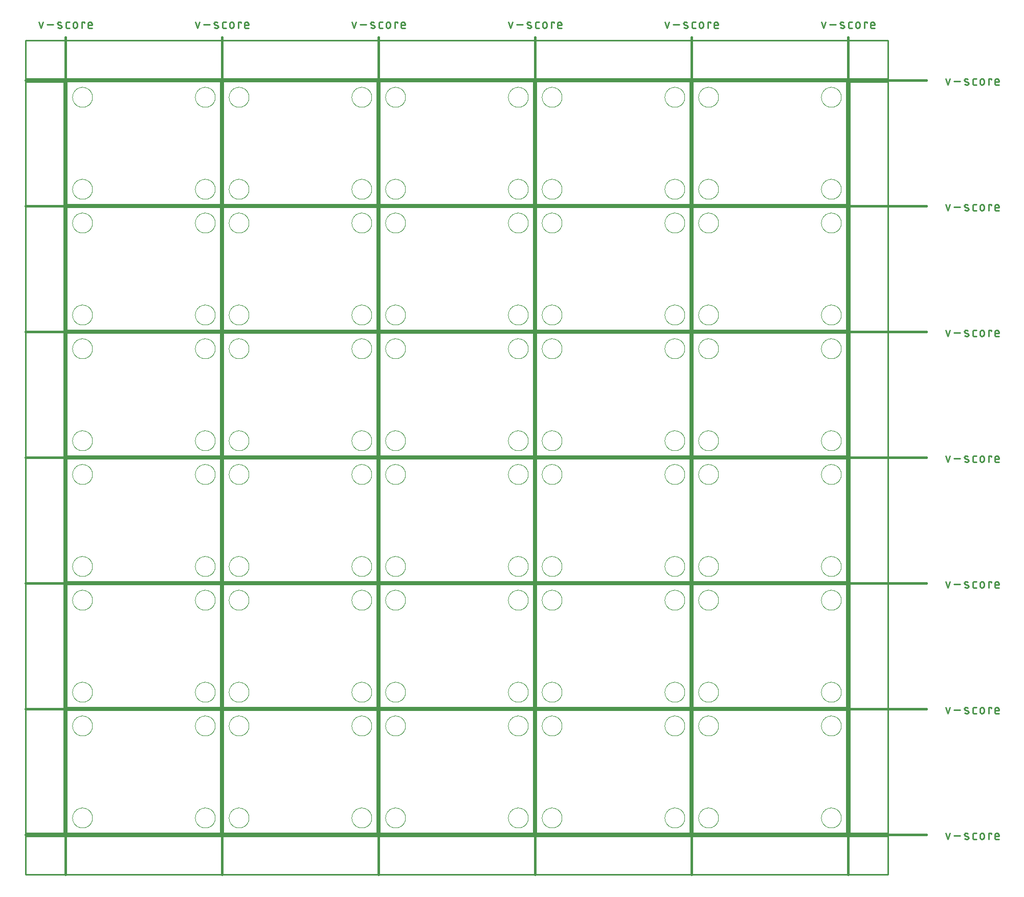
<source format=gko>
G04 EAGLE Gerber RS-274X export*
G75*
%MOMM*%
%FSLAX34Y34*%
%LPD*%
%IN*%
%IPPOS*%
%AMOC8*
5,1,8,0,0,1.08239X$1,22.5*%
G01*
%ADD10C,0.127000*%
%ADD11C,0.381000*%
%ADD12C,0.279400*%
%ADD13C,0.254000*%
%ADD14C,0.000000*%


D10*
X0Y0D02*
X0Y203200D01*
X254000Y203200D01*
X254000Y0D01*
X0Y0D01*
X259080Y0D02*
X259080Y203200D01*
X513080Y203200D01*
X513080Y0D01*
X259080Y0D01*
X518160Y0D02*
X518160Y203200D01*
X772160Y203200D01*
X772160Y0D01*
X518160Y0D01*
X777240Y0D02*
X777240Y203200D01*
X1031240Y203200D01*
X1031240Y0D01*
X777240Y0D01*
X1036320Y0D02*
X1036320Y203200D01*
X1290320Y203200D01*
X1290320Y0D01*
X1036320Y0D01*
X0Y208280D02*
X0Y411480D01*
X254000Y411480D01*
X254000Y208280D01*
X0Y208280D01*
X259080Y208280D02*
X259080Y411480D01*
X513080Y411480D01*
X513080Y208280D01*
X259080Y208280D01*
X518160Y208280D02*
X518160Y411480D01*
X772160Y411480D01*
X772160Y208280D01*
X518160Y208280D01*
X777240Y208280D02*
X777240Y411480D01*
X1031240Y411480D01*
X1031240Y208280D01*
X777240Y208280D01*
X1036320Y208280D02*
X1036320Y411480D01*
X1290320Y411480D01*
X1290320Y208280D01*
X1036320Y208280D01*
X0Y416560D02*
X0Y619760D01*
X254000Y619760D01*
X254000Y416560D01*
X0Y416560D01*
X259080Y416560D02*
X259080Y619760D01*
X513080Y619760D01*
X513080Y416560D01*
X259080Y416560D01*
X518160Y416560D02*
X518160Y619760D01*
X772160Y619760D01*
X772160Y416560D01*
X518160Y416560D01*
X777240Y416560D02*
X777240Y619760D01*
X1031240Y619760D01*
X1031240Y416560D01*
X777240Y416560D01*
X1036320Y416560D02*
X1036320Y619760D01*
X1290320Y619760D01*
X1290320Y416560D01*
X1036320Y416560D01*
X0Y624840D02*
X0Y828040D01*
X254000Y828040D01*
X254000Y624840D01*
X0Y624840D01*
X259080Y624840D02*
X259080Y828040D01*
X513080Y828040D01*
X513080Y624840D01*
X259080Y624840D01*
X518160Y624840D02*
X518160Y828040D01*
X772160Y828040D01*
X772160Y624840D01*
X518160Y624840D01*
X777240Y624840D02*
X777240Y828040D01*
X1031240Y828040D01*
X1031240Y624840D01*
X777240Y624840D01*
X1036320Y624840D02*
X1036320Y828040D01*
X1290320Y828040D01*
X1290320Y624840D01*
X1036320Y624840D01*
X0Y833120D02*
X0Y1036320D01*
X254000Y1036320D01*
X254000Y833120D01*
X0Y833120D01*
X259080Y833120D02*
X259080Y1036320D01*
X513080Y1036320D01*
X513080Y833120D01*
X259080Y833120D01*
X518160Y833120D02*
X518160Y1036320D01*
X772160Y1036320D01*
X772160Y833120D01*
X518160Y833120D01*
X777240Y833120D02*
X777240Y1036320D01*
X1031240Y1036320D01*
X1031240Y833120D01*
X777240Y833120D01*
X1036320Y833120D02*
X1036320Y1036320D01*
X1290320Y1036320D01*
X1290320Y833120D01*
X1036320Y833120D01*
X0Y1041400D02*
X0Y1244600D01*
X254000Y1244600D01*
X254000Y1041400D01*
X0Y1041400D01*
X259080Y1041400D02*
X259080Y1244600D01*
X513080Y1244600D01*
X513080Y1041400D01*
X259080Y1041400D01*
X518160Y1041400D02*
X518160Y1244600D01*
X772160Y1244600D01*
X772160Y1041400D01*
X518160Y1041400D01*
X777240Y1041400D02*
X777240Y1244600D01*
X1031240Y1244600D01*
X1031240Y1041400D01*
X777240Y1041400D01*
X1036320Y1041400D02*
X1036320Y1244600D01*
X1290320Y1244600D01*
X1290320Y1041400D01*
X1036320Y1041400D01*
D11*
X-2540Y1318260D02*
X-2540Y-68580D01*
D12*
X-42921Y1333627D02*
X-46251Y1343618D01*
X-39590Y1343618D02*
X-42921Y1333627D01*
X-32806Y1339455D02*
X-22815Y1339455D01*
X-14261Y1339455D02*
X-10098Y1337790D01*
X-14261Y1339454D02*
X-14346Y1339490D01*
X-14429Y1339530D01*
X-14510Y1339573D01*
X-14590Y1339620D01*
X-14667Y1339670D01*
X-14743Y1339723D01*
X-14816Y1339779D01*
X-14886Y1339839D01*
X-14954Y1339901D01*
X-15019Y1339966D01*
X-15081Y1340034D01*
X-15141Y1340105D01*
X-15197Y1340178D01*
X-15250Y1340253D01*
X-15300Y1340331D01*
X-15346Y1340410D01*
X-15389Y1340492D01*
X-15429Y1340575D01*
X-15465Y1340660D01*
X-15497Y1340746D01*
X-15526Y1340834D01*
X-15550Y1340923D01*
X-15571Y1341013D01*
X-15588Y1341103D01*
X-15602Y1341194D01*
X-15611Y1341286D01*
X-15616Y1341378D01*
X-15618Y1341470D01*
X-15616Y1341562D01*
X-15609Y1341654D01*
X-15599Y1341746D01*
X-15585Y1341837D01*
X-15567Y1341928D01*
X-15545Y1342017D01*
X-15519Y1342106D01*
X-15489Y1342193D01*
X-15456Y1342279D01*
X-15419Y1342363D01*
X-15379Y1342446D01*
X-15335Y1342527D01*
X-15288Y1342606D01*
X-15237Y1342683D01*
X-15183Y1342758D01*
X-15126Y1342831D01*
X-15066Y1342901D01*
X-15003Y1342968D01*
X-14937Y1343032D01*
X-14869Y1343094D01*
X-14798Y1343153D01*
X-14724Y1343208D01*
X-14648Y1343261D01*
X-14570Y1343310D01*
X-14490Y1343356D01*
X-14409Y1343398D01*
X-14325Y1343437D01*
X-14240Y1343472D01*
X-14153Y1343503D01*
X-14065Y1343531D01*
X-13976Y1343555D01*
X-13886Y1343575D01*
X-13796Y1343592D01*
X-13704Y1343604D01*
X-13612Y1343613D01*
X-13520Y1343617D01*
X-13428Y1343618D01*
X-13201Y1343612D01*
X-12974Y1343601D01*
X-12747Y1343584D01*
X-12521Y1343561D01*
X-12295Y1343534D01*
X-12070Y1343500D01*
X-11846Y1343462D01*
X-11623Y1343418D01*
X-11401Y1343369D01*
X-11180Y1343314D01*
X-10961Y1343254D01*
X-10743Y1343189D01*
X-10527Y1343118D01*
X-10313Y1343043D01*
X-10100Y1342962D01*
X-9890Y1342876D01*
X-9681Y1342785D01*
X-10098Y1337790D02*
X-10013Y1337754D01*
X-9930Y1337714D01*
X-9849Y1337671D01*
X-9769Y1337624D01*
X-9692Y1337574D01*
X-9616Y1337521D01*
X-9543Y1337465D01*
X-9473Y1337405D01*
X-9405Y1337343D01*
X-9340Y1337278D01*
X-9278Y1337210D01*
X-9218Y1337139D01*
X-9162Y1337066D01*
X-9109Y1336991D01*
X-9059Y1336913D01*
X-9013Y1336834D01*
X-8970Y1336752D01*
X-8930Y1336669D01*
X-8894Y1336584D01*
X-8862Y1336498D01*
X-8833Y1336410D01*
X-8809Y1336321D01*
X-8788Y1336231D01*
X-8771Y1336141D01*
X-8757Y1336050D01*
X-8748Y1335958D01*
X-8743Y1335866D01*
X-8741Y1335774D01*
X-8743Y1335682D01*
X-8750Y1335590D01*
X-8760Y1335498D01*
X-8774Y1335407D01*
X-8792Y1335316D01*
X-8814Y1335227D01*
X-8840Y1335138D01*
X-8870Y1335051D01*
X-8903Y1334965D01*
X-8940Y1334881D01*
X-8980Y1334798D01*
X-9024Y1334717D01*
X-9071Y1334638D01*
X-9122Y1334561D01*
X-9176Y1334486D01*
X-9233Y1334413D01*
X-9293Y1334343D01*
X-9356Y1334276D01*
X-9422Y1334212D01*
X-9490Y1334150D01*
X-9561Y1334091D01*
X-9635Y1334036D01*
X-9711Y1333983D01*
X-9789Y1333934D01*
X-9869Y1333888D01*
X-9950Y1333846D01*
X-10034Y1333807D01*
X-10119Y1333772D01*
X-10206Y1333741D01*
X-10294Y1333713D01*
X-10383Y1333689D01*
X-10473Y1333669D01*
X-10563Y1333652D01*
X-10655Y1333640D01*
X-10747Y1333631D01*
X-10839Y1333627D01*
X-10931Y1333626D01*
X-10931Y1333627D02*
X-11265Y1333636D01*
X-11598Y1333653D01*
X-11931Y1333677D01*
X-12264Y1333710D01*
X-12595Y1333750D01*
X-12926Y1333798D01*
X-13255Y1333854D01*
X-13583Y1333917D01*
X-13909Y1333989D01*
X-14233Y1334068D01*
X-14556Y1334154D01*
X-14876Y1334249D01*
X-15194Y1334351D01*
X-15510Y1334460D01*
X562Y1333627D02*
X3892Y1333627D01*
X562Y1333627D02*
X464Y1333629D01*
X366Y1333635D01*
X268Y1333644D01*
X171Y1333658D01*
X75Y1333675D01*
X-21Y1333696D01*
X-116Y1333721D01*
X-210Y1333749D01*
X-303Y1333781D01*
X-394Y1333817D01*
X-484Y1333856D01*
X-572Y1333899D01*
X-659Y1333946D01*
X-743Y1333995D01*
X-826Y1334048D01*
X-906Y1334104D01*
X-985Y1334163D01*
X-1060Y1334226D01*
X-1134Y1334291D01*
X-1204Y1334359D01*
X-1272Y1334429D01*
X-1338Y1334503D01*
X-1400Y1334579D01*
X-1459Y1334657D01*
X-1515Y1334737D01*
X-1568Y1334820D01*
X-1618Y1334904D01*
X-1664Y1334991D01*
X-1707Y1335079D01*
X-1746Y1335169D01*
X-1782Y1335260D01*
X-1814Y1335353D01*
X-1842Y1335447D01*
X-1867Y1335542D01*
X-1888Y1335638D01*
X-1905Y1335734D01*
X-1919Y1335831D01*
X-1928Y1335929D01*
X-1934Y1336027D01*
X-1936Y1336125D01*
X-1936Y1341120D01*
X-1934Y1341218D01*
X-1928Y1341316D01*
X-1919Y1341414D01*
X-1905Y1341511D01*
X-1888Y1341607D01*
X-1867Y1341703D01*
X-1842Y1341798D01*
X-1814Y1341892D01*
X-1782Y1341985D01*
X-1746Y1342076D01*
X-1707Y1342166D01*
X-1664Y1342254D01*
X-1617Y1342341D01*
X-1568Y1342425D01*
X-1515Y1342508D01*
X-1459Y1342588D01*
X-1400Y1342666D01*
X-1337Y1342742D01*
X-1272Y1342816D01*
X-1204Y1342886D01*
X-1134Y1342954D01*
X-1060Y1343019D01*
X-984Y1343082D01*
X-906Y1343141D01*
X-826Y1343197D01*
X-743Y1343250D01*
X-659Y1343299D01*
X-572Y1343346D01*
X-484Y1343389D01*
X-394Y1343428D01*
X-303Y1343464D01*
X-210Y1343496D01*
X-116Y1343524D01*
X-21Y1343549D01*
X75Y1343570D01*
X171Y1343587D01*
X268Y1343601D01*
X366Y1343610D01*
X464Y1343616D01*
X562Y1343618D01*
X3892Y1343618D01*
X10022Y1340287D02*
X10022Y1336957D01*
X10022Y1340287D02*
X10024Y1340401D01*
X10030Y1340514D01*
X10039Y1340628D01*
X10053Y1340740D01*
X10070Y1340853D01*
X10092Y1340965D01*
X10117Y1341075D01*
X10145Y1341185D01*
X10178Y1341294D01*
X10214Y1341402D01*
X10254Y1341509D01*
X10298Y1341614D01*
X10345Y1341717D01*
X10395Y1341819D01*
X10449Y1341919D01*
X10507Y1342017D01*
X10568Y1342113D01*
X10631Y1342207D01*
X10699Y1342299D01*
X10769Y1342389D01*
X10842Y1342475D01*
X10918Y1342560D01*
X10997Y1342642D01*
X11079Y1342721D01*
X11164Y1342797D01*
X11250Y1342870D01*
X11340Y1342940D01*
X11432Y1343008D01*
X11526Y1343071D01*
X11622Y1343132D01*
X11720Y1343190D01*
X11820Y1343244D01*
X11922Y1343294D01*
X12025Y1343341D01*
X12130Y1343385D01*
X12237Y1343425D01*
X12345Y1343461D01*
X12454Y1343494D01*
X12564Y1343522D01*
X12674Y1343547D01*
X12786Y1343569D01*
X12899Y1343586D01*
X13011Y1343600D01*
X13125Y1343609D01*
X13238Y1343615D01*
X13352Y1343617D01*
X13466Y1343615D01*
X13579Y1343609D01*
X13693Y1343600D01*
X13805Y1343586D01*
X13918Y1343569D01*
X14030Y1343547D01*
X14140Y1343522D01*
X14250Y1343494D01*
X14359Y1343461D01*
X14467Y1343425D01*
X14574Y1343385D01*
X14679Y1343341D01*
X14782Y1343294D01*
X14884Y1343244D01*
X14984Y1343190D01*
X15082Y1343132D01*
X15178Y1343071D01*
X15272Y1343008D01*
X15364Y1342940D01*
X15454Y1342870D01*
X15540Y1342797D01*
X15625Y1342721D01*
X15707Y1342642D01*
X15786Y1342560D01*
X15862Y1342475D01*
X15935Y1342389D01*
X16005Y1342299D01*
X16073Y1342207D01*
X16136Y1342113D01*
X16197Y1342017D01*
X16255Y1341919D01*
X16309Y1341819D01*
X16359Y1341717D01*
X16406Y1341614D01*
X16450Y1341509D01*
X16490Y1341402D01*
X16526Y1341294D01*
X16559Y1341185D01*
X16587Y1341075D01*
X16612Y1340965D01*
X16634Y1340853D01*
X16651Y1340740D01*
X16665Y1340628D01*
X16674Y1340514D01*
X16680Y1340401D01*
X16682Y1340287D01*
X16682Y1336957D01*
X16680Y1336843D01*
X16674Y1336730D01*
X16665Y1336616D01*
X16651Y1336504D01*
X16634Y1336391D01*
X16612Y1336279D01*
X16587Y1336169D01*
X16559Y1336059D01*
X16526Y1335950D01*
X16490Y1335842D01*
X16450Y1335735D01*
X16406Y1335630D01*
X16359Y1335527D01*
X16309Y1335425D01*
X16255Y1335325D01*
X16197Y1335227D01*
X16136Y1335131D01*
X16073Y1335037D01*
X16005Y1334945D01*
X15935Y1334855D01*
X15862Y1334769D01*
X15786Y1334684D01*
X15707Y1334602D01*
X15625Y1334523D01*
X15540Y1334447D01*
X15454Y1334374D01*
X15364Y1334304D01*
X15272Y1334236D01*
X15178Y1334173D01*
X15082Y1334112D01*
X14984Y1334054D01*
X14884Y1334000D01*
X14782Y1333950D01*
X14679Y1333903D01*
X14574Y1333859D01*
X14467Y1333819D01*
X14359Y1333783D01*
X14250Y1333750D01*
X14140Y1333722D01*
X14030Y1333697D01*
X13918Y1333675D01*
X13805Y1333658D01*
X13693Y1333644D01*
X13579Y1333635D01*
X13466Y1333629D01*
X13352Y1333627D01*
X13238Y1333629D01*
X13125Y1333635D01*
X13011Y1333644D01*
X12899Y1333658D01*
X12786Y1333675D01*
X12674Y1333697D01*
X12564Y1333722D01*
X12454Y1333750D01*
X12345Y1333783D01*
X12237Y1333819D01*
X12130Y1333859D01*
X12025Y1333903D01*
X11922Y1333950D01*
X11820Y1334000D01*
X11720Y1334054D01*
X11622Y1334112D01*
X11526Y1334173D01*
X11432Y1334236D01*
X11340Y1334304D01*
X11250Y1334374D01*
X11164Y1334447D01*
X11079Y1334523D01*
X10997Y1334602D01*
X10918Y1334684D01*
X10842Y1334769D01*
X10769Y1334855D01*
X10699Y1334945D01*
X10631Y1335037D01*
X10568Y1335131D01*
X10507Y1335227D01*
X10449Y1335325D01*
X10395Y1335425D01*
X10345Y1335527D01*
X10298Y1335630D01*
X10254Y1335735D01*
X10214Y1335842D01*
X10178Y1335950D01*
X10145Y1336059D01*
X10117Y1336169D01*
X10092Y1336279D01*
X10070Y1336391D01*
X10053Y1336504D01*
X10039Y1336616D01*
X10030Y1336730D01*
X10024Y1336843D01*
X10022Y1336957D01*
X24218Y1333627D02*
X24218Y1343618D01*
X29213Y1343618D01*
X29213Y1341953D01*
X37008Y1333627D02*
X41171Y1333627D01*
X37008Y1333627D02*
X36910Y1333629D01*
X36812Y1333635D01*
X36714Y1333644D01*
X36617Y1333658D01*
X36521Y1333675D01*
X36425Y1333696D01*
X36330Y1333721D01*
X36236Y1333749D01*
X36143Y1333781D01*
X36052Y1333817D01*
X35962Y1333856D01*
X35874Y1333899D01*
X35787Y1333946D01*
X35703Y1333995D01*
X35620Y1334048D01*
X35540Y1334104D01*
X35462Y1334163D01*
X35386Y1334226D01*
X35312Y1334291D01*
X35242Y1334359D01*
X35174Y1334429D01*
X35109Y1334503D01*
X35046Y1334579D01*
X34987Y1334657D01*
X34931Y1334737D01*
X34878Y1334820D01*
X34829Y1334904D01*
X34782Y1334991D01*
X34739Y1335079D01*
X34700Y1335169D01*
X34664Y1335260D01*
X34632Y1335353D01*
X34604Y1335447D01*
X34579Y1335542D01*
X34558Y1335638D01*
X34541Y1335734D01*
X34527Y1335831D01*
X34518Y1335929D01*
X34512Y1336027D01*
X34510Y1336125D01*
X34510Y1340287D01*
X34511Y1340287D02*
X34513Y1340401D01*
X34519Y1340514D01*
X34528Y1340628D01*
X34542Y1340740D01*
X34559Y1340853D01*
X34581Y1340965D01*
X34606Y1341075D01*
X34634Y1341185D01*
X34667Y1341294D01*
X34703Y1341402D01*
X34743Y1341509D01*
X34787Y1341614D01*
X34834Y1341717D01*
X34884Y1341819D01*
X34938Y1341919D01*
X34996Y1342017D01*
X35057Y1342113D01*
X35120Y1342207D01*
X35188Y1342299D01*
X35258Y1342389D01*
X35331Y1342475D01*
X35407Y1342560D01*
X35486Y1342642D01*
X35568Y1342721D01*
X35653Y1342797D01*
X35739Y1342870D01*
X35829Y1342940D01*
X35921Y1343008D01*
X36015Y1343071D01*
X36111Y1343132D01*
X36209Y1343190D01*
X36309Y1343244D01*
X36411Y1343294D01*
X36514Y1343341D01*
X36619Y1343385D01*
X36726Y1343425D01*
X36834Y1343461D01*
X36943Y1343494D01*
X37053Y1343522D01*
X37163Y1343547D01*
X37275Y1343569D01*
X37388Y1343586D01*
X37500Y1343600D01*
X37614Y1343609D01*
X37727Y1343615D01*
X37841Y1343617D01*
X37955Y1343615D01*
X38068Y1343609D01*
X38182Y1343600D01*
X38294Y1343586D01*
X38407Y1343569D01*
X38519Y1343547D01*
X38629Y1343522D01*
X38739Y1343494D01*
X38848Y1343461D01*
X38956Y1343425D01*
X39063Y1343385D01*
X39168Y1343341D01*
X39271Y1343294D01*
X39373Y1343244D01*
X39473Y1343190D01*
X39571Y1343132D01*
X39667Y1343071D01*
X39761Y1343008D01*
X39853Y1342940D01*
X39943Y1342870D01*
X40029Y1342797D01*
X40114Y1342721D01*
X40196Y1342642D01*
X40275Y1342560D01*
X40351Y1342475D01*
X40424Y1342389D01*
X40494Y1342299D01*
X40562Y1342207D01*
X40625Y1342113D01*
X40686Y1342017D01*
X40744Y1341919D01*
X40798Y1341819D01*
X40848Y1341717D01*
X40895Y1341614D01*
X40939Y1341509D01*
X40979Y1341402D01*
X41015Y1341294D01*
X41048Y1341185D01*
X41076Y1341075D01*
X41101Y1340965D01*
X41123Y1340853D01*
X41140Y1340740D01*
X41154Y1340628D01*
X41163Y1340514D01*
X41169Y1340401D01*
X41171Y1340287D01*
X41171Y1338622D01*
X34510Y1338622D01*
D11*
X256540Y1318260D02*
X256540Y-68580D01*
D12*
X216159Y1333627D02*
X212829Y1343618D01*
X219490Y1343618D02*
X216159Y1333627D01*
X226274Y1339455D02*
X236265Y1339455D01*
X244819Y1339455D02*
X248982Y1337790D01*
X244819Y1339454D02*
X244734Y1339490D01*
X244651Y1339530D01*
X244570Y1339573D01*
X244490Y1339620D01*
X244413Y1339670D01*
X244337Y1339723D01*
X244264Y1339779D01*
X244194Y1339839D01*
X244126Y1339901D01*
X244061Y1339966D01*
X243999Y1340034D01*
X243939Y1340105D01*
X243883Y1340178D01*
X243830Y1340253D01*
X243780Y1340331D01*
X243734Y1340410D01*
X243691Y1340492D01*
X243651Y1340575D01*
X243615Y1340660D01*
X243583Y1340746D01*
X243554Y1340834D01*
X243530Y1340923D01*
X243509Y1341013D01*
X243492Y1341103D01*
X243478Y1341194D01*
X243469Y1341286D01*
X243464Y1341378D01*
X243462Y1341470D01*
X243464Y1341562D01*
X243471Y1341654D01*
X243481Y1341746D01*
X243495Y1341837D01*
X243513Y1341928D01*
X243535Y1342017D01*
X243561Y1342106D01*
X243591Y1342193D01*
X243624Y1342279D01*
X243661Y1342363D01*
X243701Y1342446D01*
X243745Y1342527D01*
X243792Y1342606D01*
X243843Y1342683D01*
X243897Y1342758D01*
X243954Y1342831D01*
X244014Y1342901D01*
X244077Y1342968D01*
X244143Y1343032D01*
X244211Y1343094D01*
X244282Y1343153D01*
X244356Y1343208D01*
X244432Y1343261D01*
X244510Y1343310D01*
X244590Y1343356D01*
X244671Y1343398D01*
X244755Y1343437D01*
X244840Y1343472D01*
X244927Y1343503D01*
X245015Y1343531D01*
X245104Y1343555D01*
X245194Y1343575D01*
X245284Y1343592D01*
X245376Y1343604D01*
X245468Y1343613D01*
X245560Y1343617D01*
X245652Y1343618D01*
X245879Y1343612D01*
X246106Y1343601D01*
X246333Y1343584D01*
X246559Y1343561D01*
X246785Y1343534D01*
X247010Y1343500D01*
X247234Y1343462D01*
X247457Y1343418D01*
X247679Y1343369D01*
X247900Y1343314D01*
X248119Y1343254D01*
X248337Y1343189D01*
X248553Y1343118D01*
X248767Y1343043D01*
X248980Y1342962D01*
X249190Y1342876D01*
X249399Y1342785D01*
X248982Y1337790D02*
X249067Y1337754D01*
X249150Y1337714D01*
X249231Y1337671D01*
X249311Y1337624D01*
X249388Y1337574D01*
X249464Y1337521D01*
X249537Y1337465D01*
X249607Y1337405D01*
X249675Y1337343D01*
X249740Y1337278D01*
X249802Y1337210D01*
X249862Y1337139D01*
X249918Y1337066D01*
X249971Y1336991D01*
X250021Y1336913D01*
X250067Y1336834D01*
X250110Y1336752D01*
X250150Y1336669D01*
X250186Y1336584D01*
X250218Y1336498D01*
X250247Y1336410D01*
X250271Y1336321D01*
X250292Y1336231D01*
X250309Y1336141D01*
X250323Y1336050D01*
X250332Y1335958D01*
X250337Y1335866D01*
X250339Y1335774D01*
X250337Y1335682D01*
X250330Y1335590D01*
X250320Y1335498D01*
X250306Y1335407D01*
X250288Y1335316D01*
X250266Y1335227D01*
X250240Y1335138D01*
X250210Y1335051D01*
X250177Y1334965D01*
X250140Y1334881D01*
X250100Y1334798D01*
X250056Y1334717D01*
X250009Y1334638D01*
X249958Y1334561D01*
X249904Y1334486D01*
X249847Y1334413D01*
X249787Y1334343D01*
X249724Y1334276D01*
X249658Y1334212D01*
X249590Y1334150D01*
X249519Y1334091D01*
X249445Y1334036D01*
X249369Y1333983D01*
X249291Y1333934D01*
X249211Y1333888D01*
X249130Y1333846D01*
X249046Y1333807D01*
X248961Y1333772D01*
X248874Y1333741D01*
X248786Y1333713D01*
X248697Y1333689D01*
X248607Y1333669D01*
X248517Y1333652D01*
X248425Y1333640D01*
X248333Y1333631D01*
X248241Y1333627D01*
X248149Y1333626D01*
X248149Y1333627D02*
X247815Y1333636D01*
X247482Y1333653D01*
X247149Y1333677D01*
X246816Y1333710D01*
X246485Y1333750D01*
X246154Y1333798D01*
X245825Y1333854D01*
X245497Y1333917D01*
X245171Y1333989D01*
X244847Y1334068D01*
X244524Y1334154D01*
X244204Y1334249D01*
X243886Y1334351D01*
X243570Y1334460D01*
X259642Y1333627D02*
X262972Y1333627D01*
X259642Y1333627D02*
X259544Y1333629D01*
X259446Y1333635D01*
X259348Y1333644D01*
X259251Y1333658D01*
X259155Y1333675D01*
X259059Y1333696D01*
X258964Y1333721D01*
X258870Y1333749D01*
X258777Y1333781D01*
X258686Y1333817D01*
X258596Y1333856D01*
X258508Y1333899D01*
X258421Y1333946D01*
X258337Y1333995D01*
X258254Y1334048D01*
X258174Y1334104D01*
X258096Y1334163D01*
X258020Y1334226D01*
X257946Y1334291D01*
X257876Y1334359D01*
X257808Y1334429D01*
X257743Y1334503D01*
X257680Y1334579D01*
X257621Y1334657D01*
X257565Y1334737D01*
X257512Y1334820D01*
X257463Y1334904D01*
X257416Y1334991D01*
X257373Y1335079D01*
X257334Y1335169D01*
X257298Y1335260D01*
X257266Y1335353D01*
X257238Y1335447D01*
X257213Y1335542D01*
X257192Y1335638D01*
X257175Y1335734D01*
X257161Y1335831D01*
X257152Y1335929D01*
X257146Y1336027D01*
X257144Y1336125D01*
X257144Y1341120D01*
X257146Y1341218D01*
X257152Y1341316D01*
X257161Y1341414D01*
X257175Y1341511D01*
X257192Y1341607D01*
X257213Y1341703D01*
X257238Y1341798D01*
X257266Y1341892D01*
X257298Y1341985D01*
X257334Y1342076D01*
X257373Y1342166D01*
X257416Y1342254D01*
X257463Y1342341D01*
X257512Y1342425D01*
X257565Y1342508D01*
X257621Y1342588D01*
X257680Y1342667D01*
X257743Y1342742D01*
X257808Y1342816D01*
X257876Y1342886D01*
X257946Y1342954D01*
X258020Y1343020D01*
X258096Y1343082D01*
X258174Y1343141D01*
X258254Y1343197D01*
X258337Y1343250D01*
X258421Y1343300D01*
X258508Y1343346D01*
X258596Y1343389D01*
X258686Y1343428D01*
X258777Y1343464D01*
X258870Y1343496D01*
X258964Y1343524D01*
X259059Y1343549D01*
X259155Y1343570D01*
X259251Y1343587D01*
X259348Y1343601D01*
X259446Y1343610D01*
X259544Y1343616D01*
X259642Y1343618D01*
X262972Y1343618D01*
X269102Y1340287D02*
X269102Y1336957D01*
X269102Y1340287D02*
X269104Y1340401D01*
X269110Y1340514D01*
X269119Y1340628D01*
X269133Y1340740D01*
X269150Y1340853D01*
X269172Y1340965D01*
X269197Y1341075D01*
X269225Y1341185D01*
X269258Y1341294D01*
X269294Y1341402D01*
X269334Y1341509D01*
X269378Y1341614D01*
X269425Y1341717D01*
X269475Y1341819D01*
X269529Y1341919D01*
X269587Y1342017D01*
X269648Y1342113D01*
X269711Y1342207D01*
X269779Y1342299D01*
X269849Y1342389D01*
X269922Y1342475D01*
X269998Y1342560D01*
X270077Y1342642D01*
X270159Y1342721D01*
X270244Y1342797D01*
X270330Y1342870D01*
X270420Y1342940D01*
X270512Y1343008D01*
X270606Y1343071D01*
X270702Y1343132D01*
X270800Y1343190D01*
X270900Y1343244D01*
X271002Y1343294D01*
X271105Y1343341D01*
X271210Y1343385D01*
X271317Y1343425D01*
X271425Y1343461D01*
X271534Y1343494D01*
X271644Y1343522D01*
X271754Y1343547D01*
X271866Y1343569D01*
X271979Y1343586D01*
X272091Y1343600D01*
X272205Y1343609D01*
X272318Y1343615D01*
X272432Y1343617D01*
X272546Y1343615D01*
X272659Y1343609D01*
X272773Y1343600D01*
X272885Y1343586D01*
X272998Y1343569D01*
X273110Y1343547D01*
X273220Y1343522D01*
X273330Y1343494D01*
X273439Y1343461D01*
X273547Y1343425D01*
X273654Y1343385D01*
X273759Y1343341D01*
X273862Y1343294D01*
X273964Y1343244D01*
X274064Y1343190D01*
X274162Y1343132D01*
X274258Y1343071D01*
X274352Y1343008D01*
X274444Y1342940D01*
X274534Y1342870D01*
X274620Y1342797D01*
X274705Y1342721D01*
X274787Y1342642D01*
X274866Y1342560D01*
X274942Y1342475D01*
X275015Y1342389D01*
X275085Y1342299D01*
X275153Y1342207D01*
X275216Y1342113D01*
X275277Y1342017D01*
X275335Y1341919D01*
X275389Y1341819D01*
X275439Y1341717D01*
X275486Y1341614D01*
X275530Y1341509D01*
X275570Y1341402D01*
X275606Y1341294D01*
X275639Y1341185D01*
X275667Y1341075D01*
X275692Y1340965D01*
X275714Y1340853D01*
X275731Y1340740D01*
X275745Y1340628D01*
X275754Y1340514D01*
X275760Y1340401D01*
X275762Y1340287D01*
X275762Y1336957D01*
X275760Y1336843D01*
X275754Y1336730D01*
X275745Y1336616D01*
X275731Y1336504D01*
X275714Y1336391D01*
X275692Y1336279D01*
X275667Y1336169D01*
X275639Y1336059D01*
X275606Y1335950D01*
X275570Y1335842D01*
X275530Y1335735D01*
X275486Y1335630D01*
X275439Y1335527D01*
X275389Y1335425D01*
X275335Y1335325D01*
X275277Y1335227D01*
X275216Y1335131D01*
X275153Y1335037D01*
X275085Y1334945D01*
X275015Y1334855D01*
X274942Y1334769D01*
X274866Y1334684D01*
X274787Y1334602D01*
X274705Y1334523D01*
X274620Y1334447D01*
X274534Y1334374D01*
X274444Y1334304D01*
X274352Y1334236D01*
X274258Y1334173D01*
X274162Y1334112D01*
X274064Y1334054D01*
X273964Y1334000D01*
X273862Y1333950D01*
X273759Y1333903D01*
X273654Y1333859D01*
X273547Y1333819D01*
X273439Y1333783D01*
X273330Y1333750D01*
X273220Y1333722D01*
X273110Y1333697D01*
X272998Y1333675D01*
X272885Y1333658D01*
X272773Y1333644D01*
X272659Y1333635D01*
X272546Y1333629D01*
X272432Y1333627D01*
X272318Y1333629D01*
X272205Y1333635D01*
X272091Y1333644D01*
X271979Y1333658D01*
X271866Y1333675D01*
X271754Y1333697D01*
X271644Y1333722D01*
X271534Y1333750D01*
X271425Y1333783D01*
X271317Y1333819D01*
X271210Y1333859D01*
X271105Y1333903D01*
X271002Y1333950D01*
X270900Y1334000D01*
X270800Y1334054D01*
X270702Y1334112D01*
X270606Y1334173D01*
X270512Y1334236D01*
X270420Y1334304D01*
X270330Y1334374D01*
X270244Y1334447D01*
X270159Y1334523D01*
X270077Y1334602D01*
X269998Y1334684D01*
X269922Y1334769D01*
X269849Y1334855D01*
X269779Y1334945D01*
X269711Y1335037D01*
X269648Y1335131D01*
X269587Y1335227D01*
X269529Y1335325D01*
X269475Y1335425D01*
X269425Y1335527D01*
X269378Y1335630D01*
X269334Y1335735D01*
X269294Y1335842D01*
X269258Y1335950D01*
X269225Y1336059D01*
X269197Y1336169D01*
X269172Y1336279D01*
X269150Y1336391D01*
X269133Y1336504D01*
X269119Y1336616D01*
X269110Y1336730D01*
X269104Y1336843D01*
X269102Y1336957D01*
X283298Y1333627D02*
X283298Y1343618D01*
X288293Y1343618D01*
X288293Y1341953D01*
X296088Y1333627D02*
X300251Y1333627D01*
X296088Y1333627D02*
X295990Y1333629D01*
X295892Y1333635D01*
X295794Y1333644D01*
X295697Y1333658D01*
X295601Y1333675D01*
X295505Y1333696D01*
X295410Y1333721D01*
X295316Y1333749D01*
X295223Y1333781D01*
X295132Y1333817D01*
X295042Y1333856D01*
X294954Y1333899D01*
X294867Y1333946D01*
X294783Y1333995D01*
X294700Y1334048D01*
X294620Y1334104D01*
X294542Y1334163D01*
X294466Y1334226D01*
X294392Y1334291D01*
X294322Y1334359D01*
X294254Y1334429D01*
X294189Y1334503D01*
X294126Y1334579D01*
X294067Y1334657D01*
X294011Y1334737D01*
X293958Y1334820D01*
X293909Y1334904D01*
X293862Y1334991D01*
X293819Y1335079D01*
X293780Y1335169D01*
X293744Y1335260D01*
X293712Y1335353D01*
X293684Y1335447D01*
X293659Y1335542D01*
X293638Y1335638D01*
X293621Y1335734D01*
X293607Y1335831D01*
X293598Y1335929D01*
X293592Y1336027D01*
X293590Y1336125D01*
X293590Y1340287D01*
X293591Y1340287D02*
X293593Y1340401D01*
X293599Y1340514D01*
X293608Y1340628D01*
X293622Y1340740D01*
X293639Y1340853D01*
X293661Y1340965D01*
X293686Y1341075D01*
X293714Y1341185D01*
X293747Y1341294D01*
X293783Y1341402D01*
X293823Y1341509D01*
X293867Y1341614D01*
X293914Y1341717D01*
X293964Y1341819D01*
X294018Y1341919D01*
X294076Y1342017D01*
X294137Y1342113D01*
X294200Y1342207D01*
X294268Y1342299D01*
X294338Y1342389D01*
X294411Y1342475D01*
X294487Y1342560D01*
X294566Y1342642D01*
X294648Y1342721D01*
X294733Y1342797D01*
X294819Y1342870D01*
X294909Y1342940D01*
X295001Y1343008D01*
X295095Y1343071D01*
X295191Y1343132D01*
X295289Y1343190D01*
X295389Y1343244D01*
X295491Y1343294D01*
X295594Y1343341D01*
X295699Y1343385D01*
X295806Y1343425D01*
X295914Y1343461D01*
X296023Y1343494D01*
X296133Y1343522D01*
X296243Y1343547D01*
X296355Y1343569D01*
X296468Y1343586D01*
X296580Y1343600D01*
X296694Y1343609D01*
X296807Y1343615D01*
X296921Y1343617D01*
X297035Y1343615D01*
X297148Y1343609D01*
X297262Y1343600D01*
X297374Y1343586D01*
X297487Y1343569D01*
X297599Y1343547D01*
X297709Y1343522D01*
X297819Y1343494D01*
X297928Y1343461D01*
X298036Y1343425D01*
X298143Y1343385D01*
X298248Y1343341D01*
X298351Y1343294D01*
X298453Y1343244D01*
X298553Y1343190D01*
X298651Y1343132D01*
X298747Y1343071D01*
X298841Y1343008D01*
X298933Y1342940D01*
X299023Y1342870D01*
X299109Y1342797D01*
X299194Y1342721D01*
X299276Y1342642D01*
X299355Y1342560D01*
X299431Y1342475D01*
X299504Y1342389D01*
X299574Y1342299D01*
X299642Y1342207D01*
X299705Y1342113D01*
X299766Y1342017D01*
X299824Y1341919D01*
X299878Y1341819D01*
X299928Y1341717D01*
X299975Y1341614D01*
X300019Y1341509D01*
X300059Y1341402D01*
X300095Y1341294D01*
X300128Y1341185D01*
X300156Y1341075D01*
X300181Y1340965D01*
X300203Y1340853D01*
X300220Y1340740D01*
X300234Y1340628D01*
X300243Y1340514D01*
X300249Y1340401D01*
X300251Y1340287D01*
X300251Y1338622D01*
X293590Y1338622D01*
D11*
X515620Y1318260D02*
X515620Y-68580D01*
D12*
X475239Y1333627D02*
X471909Y1343618D01*
X478570Y1343618D02*
X475239Y1333627D01*
X485354Y1339455D02*
X495345Y1339455D01*
X503899Y1339455D02*
X508062Y1337790D01*
X503899Y1339454D02*
X503814Y1339490D01*
X503731Y1339530D01*
X503650Y1339573D01*
X503570Y1339620D01*
X503493Y1339670D01*
X503417Y1339723D01*
X503344Y1339779D01*
X503274Y1339839D01*
X503206Y1339901D01*
X503141Y1339966D01*
X503079Y1340034D01*
X503019Y1340105D01*
X502963Y1340178D01*
X502910Y1340253D01*
X502860Y1340331D01*
X502814Y1340410D01*
X502771Y1340492D01*
X502731Y1340575D01*
X502695Y1340660D01*
X502663Y1340746D01*
X502634Y1340834D01*
X502610Y1340923D01*
X502589Y1341013D01*
X502572Y1341103D01*
X502558Y1341194D01*
X502549Y1341286D01*
X502544Y1341378D01*
X502542Y1341470D01*
X502544Y1341562D01*
X502551Y1341654D01*
X502561Y1341746D01*
X502575Y1341837D01*
X502593Y1341928D01*
X502615Y1342017D01*
X502641Y1342106D01*
X502671Y1342193D01*
X502704Y1342279D01*
X502741Y1342363D01*
X502781Y1342446D01*
X502825Y1342527D01*
X502872Y1342606D01*
X502923Y1342683D01*
X502977Y1342758D01*
X503034Y1342831D01*
X503094Y1342901D01*
X503157Y1342968D01*
X503223Y1343032D01*
X503291Y1343094D01*
X503362Y1343153D01*
X503436Y1343208D01*
X503512Y1343261D01*
X503590Y1343310D01*
X503670Y1343356D01*
X503751Y1343398D01*
X503835Y1343437D01*
X503920Y1343472D01*
X504007Y1343503D01*
X504095Y1343531D01*
X504184Y1343555D01*
X504274Y1343575D01*
X504364Y1343592D01*
X504456Y1343604D01*
X504548Y1343613D01*
X504640Y1343617D01*
X504732Y1343618D01*
X504959Y1343612D01*
X505186Y1343601D01*
X505413Y1343584D01*
X505639Y1343561D01*
X505865Y1343534D01*
X506090Y1343500D01*
X506314Y1343462D01*
X506537Y1343418D01*
X506759Y1343369D01*
X506980Y1343314D01*
X507199Y1343254D01*
X507417Y1343189D01*
X507633Y1343118D01*
X507847Y1343043D01*
X508060Y1342962D01*
X508270Y1342876D01*
X508479Y1342785D01*
X508062Y1337790D02*
X508147Y1337754D01*
X508230Y1337714D01*
X508311Y1337671D01*
X508391Y1337624D01*
X508468Y1337574D01*
X508544Y1337521D01*
X508617Y1337465D01*
X508687Y1337405D01*
X508755Y1337343D01*
X508820Y1337278D01*
X508882Y1337210D01*
X508942Y1337139D01*
X508998Y1337066D01*
X509051Y1336991D01*
X509101Y1336913D01*
X509147Y1336834D01*
X509190Y1336752D01*
X509230Y1336669D01*
X509266Y1336584D01*
X509298Y1336498D01*
X509327Y1336410D01*
X509351Y1336321D01*
X509372Y1336231D01*
X509389Y1336141D01*
X509403Y1336050D01*
X509412Y1335958D01*
X509417Y1335866D01*
X509419Y1335774D01*
X509417Y1335682D01*
X509410Y1335590D01*
X509400Y1335498D01*
X509386Y1335407D01*
X509368Y1335316D01*
X509346Y1335227D01*
X509320Y1335138D01*
X509290Y1335051D01*
X509257Y1334965D01*
X509220Y1334881D01*
X509180Y1334798D01*
X509136Y1334717D01*
X509089Y1334638D01*
X509038Y1334561D01*
X508984Y1334486D01*
X508927Y1334413D01*
X508867Y1334343D01*
X508804Y1334276D01*
X508738Y1334212D01*
X508670Y1334150D01*
X508599Y1334091D01*
X508525Y1334036D01*
X508449Y1333983D01*
X508371Y1333934D01*
X508291Y1333888D01*
X508210Y1333846D01*
X508126Y1333807D01*
X508041Y1333772D01*
X507954Y1333741D01*
X507866Y1333713D01*
X507777Y1333689D01*
X507687Y1333669D01*
X507597Y1333652D01*
X507505Y1333640D01*
X507413Y1333631D01*
X507321Y1333627D01*
X507229Y1333626D01*
X507229Y1333627D02*
X506895Y1333636D01*
X506562Y1333653D01*
X506229Y1333677D01*
X505896Y1333710D01*
X505565Y1333750D01*
X505234Y1333798D01*
X504905Y1333854D01*
X504577Y1333917D01*
X504251Y1333989D01*
X503927Y1334068D01*
X503604Y1334154D01*
X503284Y1334249D01*
X502966Y1334351D01*
X502650Y1334460D01*
X518722Y1333627D02*
X522052Y1333627D01*
X518722Y1333627D02*
X518624Y1333629D01*
X518526Y1333635D01*
X518428Y1333644D01*
X518331Y1333658D01*
X518235Y1333675D01*
X518139Y1333696D01*
X518044Y1333721D01*
X517950Y1333749D01*
X517857Y1333781D01*
X517766Y1333817D01*
X517676Y1333856D01*
X517588Y1333899D01*
X517501Y1333946D01*
X517417Y1333995D01*
X517334Y1334048D01*
X517254Y1334104D01*
X517176Y1334163D01*
X517100Y1334226D01*
X517026Y1334291D01*
X516956Y1334359D01*
X516888Y1334429D01*
X516823Y1334503D01*
X516760Y1334579D01*
X516701Y1334657D01*
X516645Y1334737D01*
X516592Y1334820D01*
X516543Y1334904D01*
X516496Y1334991D01*
X516453Y1335079D01*
X516414Y1335169D01*
X516378Y1335260D01*
X516346Y1335353D01*
X516318Y1335447D01*
X516293Y1335542D01*
X516272Y1335638D01*
X516255Y1335734D01*
X516241Y1335831D01*
X516232Y1335929D01*
X516226Y1336027D01*
X516224Y1336125D01*
X516224Y1341120D01*
X516226Y1341218D01*
X516232Y1341316D01*
X516241Y1341414D01*
X516255Y1341511D01*
X516272Y1341607D01*
X516293Y1341703D01*
X516318Y1341798D01*
X516346Y1341892D01*
X516378Y1341985D01*
X516414Y1342076D01*
X516453Y1342166D01*
X516496Y1342254D01*
X516543Y1342341D01*
X516592Y1342425D01*
X516645Y1342508D01*
X516701Y1342588D01*
X516760Y1342667D01*
X516823Y1342742D01*
X516888Y1342816D01*
X516956Y1342886D01*
X517026Y1342954D01*
X517100Y1343020D01*
X517176Y1343082D01*
X517254Y1343141D01*
X517334Y1343197D01*
X517417Y1343250D01*
X517501Y1343300D01*
X517588Y1343346D01*
X517676Y1343389D01*
X517766Y1343428D01*
X517857Y1343464D01*
X517950Y1343496D01*
X518044Y1343524D01*
X518139Y1343549D01*
X518235Y1343570D01*
X518331Y1343587D01*
X518428Y1343601D01*
X518526Y1343610D01*
X518624Y1343616D01*
X518722Y1343618D01*
X522052Y1343618D01*
X528182Y1340287D02*
X528182Y1336957D01*
X528182Y1340287D02*
X528184Y1340401D01*
X528190Y1340514D01*
X528199Y1340628D01*
X528213Y1340740D01*
X528230Y1340853D01*
X528252Y1340965D01*
X528277Y1341075D01*
X528305Y1341185D01*
X528338Y1341294D01*
X528374Y1341402D01*
X528414Y1341509D01*
X528458Y1341614D01*
X528505Y1341717D01*
X528555Y1341819D01*
X528609Y1341919D01*
X528667Y1342017D01*
X528728Y1342113D01*
X528791Y1342207D01*
X528859Y1342299D01*
X528929Y1342389D01*
X529002Y1342475D01*
X529078Y1342560D01*
X529157Y1342642D01*
X529239Y1342721D01*
X529324Y1342797D01*
X529410Y1342870D01*
X529500Y1342940D01*
X529592Y1343008D01*
X529686Y1343071D01*
X529782Y1343132D01*
X529880Y1343190D01*
X529980Y1343244D01*
X530082Y1343294D01*
X530185Y1343341D01*
X530290Y1343385D01*
X530397Y1343425D01*
X530505Y1343461D01*
X530614Y1343494D01*
X530724Y1343522D01*
X530834Y1343547D01*
X530946Y1343569D01*
X531059Y1343586D01*
X531171Y1343600D01*
X531285Y1343609D01*
X531398Y1343615D01*
X531512Y1343617D01*
X531626Y1343615D01*
X531739Y1343609D01*
X531853Y1343600D01*
X531965Y1343586D01*
X532078Y1343569D01*
X532190Y1343547D01*
X532300Y1343522D01*
X532410Y1343494D01*
X532519Y1343461D01*
X532627Y1343425D01*
X532734Y1343385D01*
X532839Y1343341D01*
X532942Y1343294D01*
X533044Y1343244D01*
X533144Y1343190D01*
X533242Y1343132D01*
X533338Y1343071D01*
X533432Y1343008D01*
X533524Y1342940D01*
X533614Y1342870D01*
X533700Y1342797D01*
X533785Y1342721D01*
X533867Y1342642D01*
X533946Y1342560D01*
X534022Y1342475D01*
X534095Y1342389D01*
X534165Y1342299D01*
X534233Y1342207D01*
X534296Y1342113D01*
X534357Y1342017D01*
X534415Y1341919D01*
X534469Y1341819D01*
X534519Y1341717D01*
X534566Y1341614D01*
X534610Y1341509D01*
X534650Y1341402D01*
X534686Y1341294D01*
X534719Y1341185D01*
X534747Y1341075D01*
X534772Y1340965D01*
X534794Y1340853D01*
X534811Y1340740D01*
X534825Y1340628D01*
X534834Y1340514D01*
X534840Y1340401D01*
X534842Y1340287D01*
X534842Y1336957D01*
X534840Y1336843D01*
X534834Y1336730D01*
X534825Y1336616D01*
X534811Y1336504D01*
X534794Y1336391D01*
X534772Y1336279D01*
X534747Y1336169D01*
X534719Y1336059D01*
X534686Y1335950D01*
X534650Y1335842D01*
X534610Y1335735D01*
X534566Y1335630D01*
X534519Y1335527D01*
X534469Y1335425D01*
X534415Y1335325D01*
X534357Y1335227D01*
X534296Y1335131D01*
X534233Y1335037D01*
X534165Y1334945D01*
X534095Y1334855D01*
X534022Y1334769D01*
X533946Y1334684D01*
X533867Y1334602D01*
X533785Y1334523D01*
X533700Y1334447D01*
X533614Y1334374D01*
X533524Y1334304D01*
X533432Y1334236D01*
X533338Y1334173D01*
X533242Y1334112D01*
X533144Y1334054D01*
X533044Y1334000D01*
X532942Y1333950D01*
X532839Y1333903D01*
X532734Y1333859D01*
X532627Y1333819D01*
X532519Y1333783D01*
X532410Y1333750D01*
X532300Y1333722D01*
X532190Y1333697D01*
X532078Y1333675D01*
X531965Y1333658D01*
X531853Y1333644D01*
X531739Y1333635D01*
X531626Y1333629D01*
X531512Y1333627D01*
X531398Y1333629D01*
X531285Y1333635D01*
X531171Y1333644D01*
X531059Y1333658D01*
X530946Y1333675D01*
X530834Y1333697D01*
X530724Y1333722D01*
X530614Y1333750D01*
X530505Y1333783D01*
X530397Y1333819D01*
X530290Y1333859D01*
X530185Y1333903D01*
X530082Y1333950D01*
X529980Y1334000D01*
X529880Y1334054D01*
X529782Y1334112D01*
X529686Y1334173D01*
X529592Y1334236D01*
X529500Y1334304D01*
X529410Y1334374D01*
X529324Y1334447D01*
X529239Y1334523D01*
X529157Y1334602D01*
X529078Y1334684D01*
X529002Y1334769D01*
X528929Y1334855D01*
X528859Y1334945D01*
X528791Y1335037D01*
X528728Y1335131D01*
X528667Y1335227D01*
X528609Y1335325D01*
X528555Y1335425D01*
X528505Y1335527D01*
X528458Y1335630D01*
X528414Y1335735D01*
X528374Y1335842D01*
X528338Y1335950D01*
X528305Y1336059D01*
X528277Y1336169D01*
X528252Y1336279D01*
X528230Y1336391D01*
X528213Y1336504D01*
X528199Y1336616D01*
X528190Y1336730D01*
X528184Y1336843D01*
X528182Y1336957D01*
X542378Y1333627D02*
X542378Y1343618D01*
X547373Y1343618D01*
X547373Y1341953D01*
X555168Y1333627D02*
X559331Y1333627D01*
X555168Y1333627D02*
X555070Y1333629D01*
X554972Y1333635D01*
X554874Y1333644D01*
X554777Y1333658D01*
X554681Y1333675D01*
X554585Y1333696D01*
X554490Y1333721D01*
X554396Y1333749D01*
X554303Y1333781D01*
X554212Y1333817D01*
X554122Y1333856D01*
X554034Y1333899D01*
X553947Y1333946D01*
X553863Y1333995D01*
X553780Y1334048D01*
X553700Y1334104D01*
X553622Y1334163D01*
X553546Y1334226D01*
X553472Y1334291D01*
X553402Y1334359D01*
X553334Y1334429D01*
X553269Y1334503D01*
X553206Y1334579D01*
X553147Y1334657D01*
X553091Y1334737D01*
X553038Y1334820D01*
X552989Y1334904D01*
X552942Y1334991D01*
X552899Y1335079D01*
X552860Y1335169D01*
X552824Y1335260D01*
X552792Y1335353D01*
X552764Y1335447D01*
X552739Y1335542D01*
X552718Y1335638D01*
X552701Y1335734D01*
X552687Y1335831D01*
X552678Y1335929D01*
X552672Y1336027D01*
X552670Y1336125D01*
X552670Y1340287D01*
X552671Y1340287D02*
X552673Y1340401D01*
X552679Y1340514D01*
X552688Y1340628D01*
X552702Y1340740D01*
X552719Y1340853D01*
X552741Y1340965D01*
X552766Y1341075D01*
X552794Y1341185D01*
X552827Y1341294D01*
X552863Y1341402D01*
X552903Y1341509D01*
X552947Y1341614D01*
X552994Y1341717D01*
X553044Y1341819D01*
X553098Y1341919D01*
X553156Y1342017D01*
X553217Y1342113D01*
X553280Y1342207D01*
X553348Y1342299D01*
X553418Y1342389D01*
X553491Y1342475D01*
X553567Y1342560D01*
X553646Y1342642D01*
X553728Y1342721D01*
X553813Y1342797D01*
X553899Y1342870D01*
X553989Y1342940D01*
X554081Y1343008D01*
X554175Y1343071D01*
X554271Y1343132D01*
X554369Y1343190D01*
X554469Y1343244D01*
X554571Y1343294D01*
X554674Y1343341D01*
X554779Y1343385D01*
X554886Y1343425D01*
X554994Y1343461D01*
X555103Y1343494D01*
X555213Y1343522D01*
X555323Y1343547D01*
X555435Y1343569D01*
X555548Y1343586D01*
X555660Y1343600D01*
X555774Y1343609D01*
X555887Y1343615D01*
X556001Y1343617D01*
X556115Y1343615D01*
X556228Y1343609D01*
X556342Y1343600D01*
X556454Y1343586D01*
X556567Y1343569D01*
X556679Y1343547D01*
X556789Y1343522D01*
X556899Y1343494D01*
X557008Y1343461D01*
X557116Y1343425D01*
X557223Y1343385D01*
X557328Y1343341D01*
X557431Y1343294D01*
X557533Y1343244D01*
X557633Y1343190D01*
X557731Y1343132D01*
X557827Y1343071D01*
X557921Y1343008D01*
X558013Y1342940D01*
X558103Y1342870D01*
X558189Y1342797D01*
X558274Y1342721D01*
X558356Y1342642D01*
X558435Y1342560D01*
X558511Y1342475D01*
X558584Y1342389D01*
X558654Y1342299D01*
X558722Y1342207D01*
X558785Y1342113D01*
X558846Y1342017D01*
X558904Y1341919D01*
X558958Y1341819D01*
X559008Y1341717D01*
X559055Y1341614D01*
X559099Y1341509D01*
X559139Y1341402D01*
X559175Y1341294D01*
X559208Y1341185D01*
X559236Y1341075D01*
X559261Y1340965D01*
X559283Y1340853D01*
X559300Y1340740D01*
X559314Y1340628D01*
X559323Y1340514D01*
X559329Y1340401D01*
X559331Y1340287D01*
X559331Y1338622D01*
X552670Y1338622D01*
D11*
X774700Y1318260D02*
X774700Y-68580D01*
D12*
X734319Y1333627D02*
X730989Y1343618D01*
X737650Y1343618D02*
X734319Y1333627D01*
X744434Y1339455D02*
X754425Y1339455D01*
X762979Y1339455D02*
X767142Y1337790D01*
X762979Y1339454D02*
X762894Y1339490D01*
X762811Y1339530D01*
X762730Y1339573D01*
X762650Y1339620D01*
X762573Y1339670D01*
X762497Y1339723D01*
X762424Y1339779D01*
X762354Y1339839D01*
X762286Y1339901D01*
X762221Y1339966D01*
X762159Y1340034D01*
X762099Y1340105D01*
X762043Y1340178D01*
X761990Y1340253D01*
X761940Y1340331D01*
X761894Y1340410D01*
X761851Y1340492D01*
X761811Y1340575D01*
X761775Y1340660D01*
X761743Y1340746D01*
X761714Y1340834D01*
X761690Y1340923D01*
X761669Y1341013D01*
X761652Y1341103D01*
X761638Y1341194D01*
X761629Y1341286D01*
X761624Y1341378D01*
X761622Y1341470D01*
X761624Y1341562D01*
X761631Y1341654D01*
X761641Y1341746D01*
X761655Y1341837D01*
X761673Y1341928D01*
X761695Y1342017D01*
X761721Y1342106D01*
X761751Y1342193D01*
X761784Y1342279D01*
X761821Y1342363D01*
X761861Y1342446D01*
X761905Y1342527D01*
X761952Y1342606D01*
X762003Y1342683D01*
X762057Y1342758D01*
X762114Y1342831D01*
X762174Y1342901D01*
X762237Y1342968D01*
X762303Y1343032D01*
X762371Y1343094D01*
X762442Y1343153D01*
X762516Y1343208D01*
X762592Y1343261D01*
X762670Y1343310D01*
X762750Y1343356D01*
X762831Y1343398D01*
X762915Y1343437D01*
X763000Y1343472D01*
X763087Y1343503D01*
X763175Y1343531D01*
X763264Y1343555D01*
X763354Y1343575D01*
X763444Y1343592D01*
X763536Y1343604D01*
X763628Y1343613D01*
X763720Y1343617D01*
X763812Y1343618D01*
X764039Y1343612D01*
X764266Y1343601D01*
X764493Y1343584D01*
X764719Y1343561D01*
X764945Y1343534D01*
X765170Y1343500D01*
X765394Y1343462D01*
X765617Y1343418D01*
X765839Y1343369D01*
X766060Y1343314D01*
X766279Y1343254D01*
X766497Y1343189D01*
X766713Y1343118D01*
X766927Y1343043D01*
X767140Y1342962D01*
X767350Y1342876D01*
X767559Y1342785D01*
X767142Y1337790D02*
X767227Y1337754D01*
X767310Y1337714D01*
X767391Y1337671D01*
X767471Y1337624D01*
X767548Y1337574D01*
X767624Y1337521D01*
X767697Y1337465D01*
X767767Y1337405D01*
X767835Y1337343D01*
X767900Y1337278D01*
X767962Y1337210D01*
X768022Y1337139D01*
X768078Y1337066D01*
X768131Y1336991D01*
X768181Y1336913D01*
X768227Y1336834D01*
X768270Y1336752D01*
X768310Y1336669D01*
X768346Y1336584D01*
X768378Y1336498D01*
X768407Y1336410D01*
X768431Y1336321D01*
X768452Y1336231D01*
X768469Y1336141D01*
X768483Y1336050D01*
X768492Y1335958D01*
X768497Y1335866D01*
X768499Y1335774D01*
X768497Y1335682D01*
X768490Y1335590D01*
X768480Y1335498D01*
X768466Y1335407D01*
X768448Y1335316D01*
X768426Y1335227D01*
X768400Y1335138D01*
X768370Y1335051D01*
X768337Y1334965D01*
X768300Y1334881D01*
X768260Y1334798D01*
X768216Y1334717D01*
X768169Y1334638D01*
X768118Y1334561D01*
X768064Y1334486D01*
X768007Y1334413D01*
X767947Y1334343D01*
X767884Y1334276D01*
X767818Y1334212D01*
X767750Y1334150D01*
X767679Y1334091D01*
X767605Y1334036D01*
X767529Y1333983D01*
X767451Y1333934D01*
X767371Y1333888D01*
X767290Y1333846D01*
X767206Y1333807D01*
X767121Y1333772D01*
X767034Y1333741D01*
X766946Y1333713D01*
X766857Y1333689D01*
X766767Y1333669D01*
X766677Y1333652D01*
X766585Y1333640D01*
X766493Y1333631D01*
X766401Y1333627D01*
X766309Y1333626D01*
X766309Y1333627D02*
X765975Y1333636D01*
X765642Y1333653D01*
X765309Y1333677D01*
X764976Y1333710D01*
X764645Y1333750D01*
X764314Y1333798D01*
X763985Y1333854D01*
X763657Y1333917D01*
X763331Y1333989D01*
X763007Y1334068D01*
X762684Y1334154D01*
X762364Y1334249D01*
X762046Y1334351D01*
X761730Y1334460D01*
X777802Y1333627D02*
X781132Y1333627D01*
X777802Y1333627D02*
X777704Y1333629D01*
X777606Y1333635D01*
X777508Y1333644D01*
X777411Y1333658D01*
X777315Y1333675D01*
X777219Y1333696D01*
X777124Y1333721D01*
X777030Y1333749D01*
X776937Y1333781D01*
X776846Y1333817D01*
X776756Y1333856D01*
X776668Y1333899D01*
X776581Y1333946D01*
X776497Y1333995D01*
X776414Y1334048D01*
X776334Y1334104D01*
X776256Y1334163D01*
X776180Y1334226D01*
X776106Y1334291D01*
X776036Y1334359D01*
X775968Y1334429D01*
X775903Y1334503D01*
X775840Y1334579D01*
X775781Y1334657D01*
X775725Y1334737D01*
X775672Y1334820D01*
X775623Y1334904D01*
X775576Y1334991D01*
X775533Y1335079D01*
X775494Y1335169D01*
X775458Y1335260D01*
X775426Y1335353D01*
X775398Y1335447D01*
X775373Y1335542D01*
X775352Y1335638D01*
X775335Y1335734D01*
X775321Y1335831D01*
X775312Y1335929D01*
X775306Y1336027D01*
X775304Y1336125D01*
X775304Y1341120D01*
X775306Y1341218D01*
X775312Y1341316D01*
X775321Y1341414D01*
X775335Y1341511D01*
X775352Y1341607D01*
X775373Y1341703D01*
X775398Y1341798D01*
X775426Y1341892D01*
X775458Y1341985D01*
X775494Y1342076D01*
X775533Y1342166D01*
X775576Y1342254D01*
X775623Y1342341D01*
X775672Y1342425D01*
X775725Y1342508D01*
X775781Y1342588D01*
X775840Y1342667D01*
X775903Y1342742D01*
X775968Y1342816D01*
X776036Y1342886D01*
X776106Y1342954D01*
X776180Y1343020D01*
X776256Y1343082D01*
X776334Y1343141D01*
X776414Y1343197D01*
X776497Y1343250D01*
X776581Y1343300D01*
X776668Y1343346D01*
X776756Y1343389D01*
X776846Y1343428D01*
X776937Y1343464D01*
X777030Y1343496D01*
X777124Y1343524D01*
X777219Y1343549D01*
X777315Y1343570D01*
X777411Y1343587D01*
X777508Y1343601D01*
X777606Y1343610D01*
X777704Y1343616D01*
X777802Y1343618D01*
X781132Y1343618D01*
X787262Y1340287D02*
X787262Y1336957D01*
X787262Y1340287D02*
X787264Y1340401D01*
X787270Y1340514D01*
X787279Y1340628D01*
X787293Y1340740D01*
X787310Y1340853D01*
X787332Y1340965D01*
X787357Y1341075D01*
X787385Y1341185D01*
X787418Y1341294D01*
X787454Y1341402D01*
X787494Y1341509D01*
X787538Y1341614D01*
X787585Y1341717D01*
X787635Y1341819D01*
X787689Y1341919D01*
X787747Y1342017D01*
X787808Y1342113D01*
X787871Y1342207D01*
X787939Y1342299D01*
X788009Y1342389D01*
X788082Y1342475D01*
X788158Y1342560D01*
X788237Y1342642D01*
X788319Y1342721D01*
X788404Y1342797D01*
X788490Y1342870D01*
X788580Y1342940D01*
X788672Y1343008D01*
X788766Y1343071D01*
X788862Y1343132D01*
X788960Y1343190D01*
X789060Y1343244D01*
X789162Y1343294D01*
X789265Y1343341D01*
X789370Y1343385D01*
X789477Y1343425D01*
X789585Y1343461D01*
X789694Y1343494D01*
X789804Y1343522D01*
X789914Y1343547D01*
X790026Y1343569D01*
X790139Y1343586D01*
X790251Y1343600D01*
X790365Y1343609D01*
X790478Y1343615D01*
X790592Y1343617D01*
X790706Y1343615D01*
X790819Y1343609D01*
X790933Y1343600D01*
X791045Y1343586D01*
X791158Y1343569D01*
X791270Y1343547D01*
X791380Y1343522D01*
X791490Y1343494D01*
X791599Y1343461D01*
X791707Y1343425D01*
X791814Y1343385D01*
X791919Y1343341D01*
X792022Y1343294D01*
X792124Y1343244D01*
X792224Y1343190D01*
X792322Y1343132D01*
X792418Y1343071D01*
X792512Y1343008D01*
X792604Y1342940D01*
X792694Y1342870D01*
X792780Y1342797D01*
X792865Y1342721D01*
X792947Y1342642D01*
X793026Y1342560D01*
X793102Y1342475D01*
X793175Y1342389D01*
X793245Y1342299D01*
X793313Y1342207D01*
X793376Y1342113D01*
X793437Y1342017D01*
X793495Y1341919D01*
X793549Y1341819D01*
X793599Y1341717D01*
X793646Y1341614D01*
X793690Y1341509D01*
X793730Y1341402D01*
X793766Y1341294D01*
X793799Y1341185D01*
X793827Y1341075D01*
X793852Y1340965D01*
X793874Y1340853D01*
X793891Y1340740D01*
X793905Y1340628D01*
X793914Y1340514D01*
X793920Y1340401D01*
X793922Y1340287D01*
X793922Y1336957D01*
X793920Y1336843D01*
X793914Y1336730D01*
X793905Y1336616D01*
X793891Y1336504D01*
X793874Y1336391D01*
X793852Y1336279D01*
X793827Y1336169D01*
X793799Y1336059D01*
X793766Y1335950D01*
X793730Y1335842D01*
X793690Y1335735D01*
X793646Y1335630D01*
X793599Y1335527D01*
X793549Y1335425D01*
X793495Y1335325D01*
X793437Y1335227D01*
X793376Y1335131D01*
X793313Y1335037D01*
X793245Y1334945D01*
X793175Y1334855D01*
X793102Y1334769D01*
X793026Y1334684D01*
X792947Y1334602D01*
X792865Y1334523D01*
X792780Y1334447D01*
X792694Y1334374D01*
X792604Y1334304D01*
X792512Y1334236D01*
X792418Y1334173D01*
X792322Y1334112D01*
X792224Y1334054D01*
X792124Y1334000D01*
X792022Y1333950D01*
X791919Y1333903D01*
X791814Y1333859D01*
X791707Y1333819D01*
X791599Y1333783D01*
X791490Y1333750D01*
X791380Y1333722D01*
X791270Y1333697D01*
X791158Y1333675D01*
X791045Y1333658D01*
X790933Y1333644D01*
X790819Y1333635D01*
X790706Y1333629D01*
X790592Y1333627D01*
X790478Y1333629D01*
X790365Y1333635D01*
X790251Y1333644D01*
X790139Y1333658D01*
X790026Y1333675D01*
X789914Y1333697D01*
X789804Y1333722D01*
X789694Y1333750D01*
X789585Y1333783D01*
X789477Y1333819D01*
X789370Y1333859D01*
X789265Y1333903D01*
X789162Y1333950D01*
X789060Y1334000D01*
X788960Y1334054D01*
X788862Y1334112D01*
X788766Y1334173D01*
X788672Y1334236D01*
X788580Y1334304D01*
X788490Y1334374D01*
X788404Y1334447D01*
X788319Y1334523D01*
X788237Y1334602D01*
X788158Y1334684D01*
X788082Y1334769D01*
X788009Y1334855D01*
X787939Y1334945D01*
X787871Y1335037D01*
X787808Y1335131D01*
X787747Y1335227D01*
X787689Y1335325D01*
X787635Y1335425D01*
X787585Y1335527D01*
X787538Y1335630D01*
X787494Y1335735D01*
X787454Y1335842D01*
X787418Y1335950D01*
X787385Y1336059D01*
X787357Y1336169D01*
X787332Y1336279D01*
X787310Y1336391D01*
X787293Y1336504D01*
X787279Y1336616D01*
X787270Y1336730D01*
X787264Y1336843D01*
X787262Y1336957D01*
X801458Y1333627D02*
X801458Y1343618D01*
X806453Y1343618D01*
X806453Y1341953D01*
X814248Y1333627D02*
X818411Y1333627D01*
X814248Y1333627D02*
X814150Y1333629D01*
X814052Y1333635D01*
X813954Y1333644D01*
X813857Y1333658D01*
X813761Y1333675D01*
X813665Y1333696D01*
X813570Y1333721D01*
X813476Y1333749D01*
X813383Y1333781D01*
X813292Y1333817D01*
X813202Y1333856D01*
X813114Y1333899D01*
X813027Y1333946D01*
X812943Y1333995D01*
X812860Y1334048D01*
X812780Y1334104D01*
X812702Y1334163D01*
X812626Y1334226D01*
X812552Y1334291D01*
X812482Y1334359D01*
X812414Y1334429D01*
X812349Y1334503D01*
X812286Y1334579D01*
X812227Y1334657D01*
X812171Y1334737D01*
X812118Y1334820D01*
X812069Y1334904D01*
X812022Y1334991D01*
X811979Y1335079D01*
X811940Y1335169D01*
X811904Y1335260D01*
X811872Y1335353D01*
X811844Y1335447D01*
X811819Y1335542D01*
X811798Y1335638D01*
X811781Y1335734D01*
X811767Y1335831D01*
X811758Y1335929D01*
X811752Y1336027D01*
X811750Y1336125D01*
X811750Y1340287D01*
X811751Y1340287D02*
X811753Y1340401D01*
X811759Y1340514D01*
X811768Y1340628D01*
X811782Y1340740D01*
X811799Y1340853D01*
X811821Y1340965D01*
X811846Y1341075D01*
X811874Y1341185D01*
X811907Y1341294D01*
X811943Y1341402D01*
X811983Y1341509D01*
X812027Y1341614D01*
X812074Y1341717D01*
X812124Y1341819D01*
X812178Y1341919D01*
X812236Y1342017D01*
X812297Y1342113D01*
X812360Y1342207D01*
X812428Y1342299D01*
X812498Y1342389D01*
X812571Y1342475D01*
X812647Y1342560D01*
X812726Y1342642D01*
X812808Y1342721D01*
X812893Y1342797D01*
X812979Y1342870D01*
X813069Y1342940D01*
X813161Y1343008D01*
X813255Y1343071D01*
X813351Y1343132D01*
X813449Y1343190D01*
X813549Y1343244D01*
X813651Y1343294D01*
X813754Y1343341D01*
X813859Y1343385D01*
X813966Y1343425D01*
X814074Y1343461D01*
X814183Y1343494D01*
X814293Y1343522D01*
X814403Y1343547D01*
X814515Y1343569D01*
X814628Y1343586D01*
X814740Y1343600D01*
X814854Y1343609D01*
X814967Y1343615D01*
X815081Y1343617D01*
X815195Y1343615D01*
X815308Y1343609D01*
X815422Y1343600D01*
X815534Y1343586D01*
X815647Y1343569D01*
X815759Y1343547D01*
X815869Y1343522D01*
X815979Y1343494D01*
X816088Y1343461D01*
X816196Y1343425D01*
X816303Y1343385D01*
X816408Y1343341D01*
X816511Y1343294D01*
X816613Y1343244D01*
X816713Y1343190D01*
X816811Y1343132D01*
X816907Y1343071D01*
X817001Y1343008D01*
X817093Y1342940D01*
X817183Y1342870D01*
X817269Y1342797D01*
X817354Y1342721D01*
X817436Y1342642D01*
X817515Y1342560D01*
X817591Y1342475D01*
X817664Y1342389D01*
X817734Y1342299D01*
X817802Y1342207D01*
X817865Y1342113D01*
X817926Y1342017D01*
X817984Y1341919D01*
X818038Y1341819D01*
X818088Y1341717D01*
X818135Y1341614D01*
X818179Y1341509D01*
X818219Y1341402D01*
X818255Y1341294D01*
X818288Y1341185D01*
X818316Y1341075D01*
X818341Y1340965D01*
X818363Y1340853D01*
X818380Y1340740D01*
X818394Y1340628D01*
X818403Y1340514D01*
X818409Y1340401D01*
X818411Y1340287D01*
X818411Y1338622D01*
X811750Y1338622D01*
D11*
X1033780Y1318260D02*
X1033780Y-68580D01*
D12*
X993399Y1333627D02*
X990069Y1343618D01*
X996730Y1343618D02*
X993399Y1333627D01*
X1003514Y1339455D02*
X1013505Y1339455D01*
X1022059Y1339455D02*
X1026222Y1337790D01*
X1022059Y1339454D02*
X1021974Y1339490D01*
X1021891Y1339530D01*
X1021810Y1339573D01*
X1021730Y1339620D01*
X1021653Y1339670D01*
X1021577Y1339723D01*
X1021504Y1339779D01*
X1021434Y1339839D01*
X1021366Y1339901D01*
X1021301Y1339966D01*
X1021239Y1340034D01*
X1021179Y1340105D01*
X1021123Y1340178D01*
X1021070Y1340253D01*
X1021020Y1340331D01*
X1020974Y1340410D01*
X1020931Y1340492D01*
X1020891Y1340575D01*
X1020855Y1340660D01*
X1020823Y1340746D01*
X1020794Y1340834D01*
X1020770Y1340923D01*
X1020749Y1341013D01*
X1020732Y1341103D01*
X1020718Y1341194D01*
X1020709Y1341286D01*
X1020704Y1341378D01*
X1020702Y1341470D01*
X1020704Y1341562D01*
X1020711Y1341654D01*
X1020721Y1341746D01*
X1020735Y1341837D01*
X1020753Y1341928D01*
X1020775Y1342017D01*
X1020801Y1342106D01*
X1020831Y1342193D01*
X1020864Y1342279D01*
X1020901Y1342363D01*
X1020941Y1342446D01*
X1020985Y1342527D01*
X1021032Y1342606D01*
X1021083Y1342683D01*
X1021137Y1342758D01*
X1021194Y1342831D01*
X1021254Y1342901D01*
X1021317Y1342968D01*
X1021383Y1343032D01*
X1021451Y1343094D01*
X1021522Y1343153D01*
X1021596Y1343208D01*
X1021672Y1343261D01*
X1021750Y1343310D01*
X1021830Y1343356D01*
X1021911Y1343398D01*
X1021995Y1343437D01*
X1022080Y1343472D01*
X1022167Y1343503D01*
X1022255Y1343531D01*
X1022344Y1343555D01*
X1022434Y1343575D01*
X1022524Y1343592D01*
X1022616Y1343604D01*
X1022708Y1343613D01*
X1022800Y1343617D01*
X1022892Y1343618D01*
X1023119Y1343612D01*
X1023346Y1343601D01*
X1023573Y1343584D01*
X1023799Y1343561D01*
X1024025Y1343534D01*
X1024250Y1343500D01*
X1024474Y1343462D01*
X1024697Y1343418D01*
X1024919Y1343369D01*
X1025140Y1343314D01*
X1025359Y1343254D01*
X1025577Y1343189D01*
X1025793Y1343118D01*
X1026007Y1343043D01*
X1026220Y1342962D01*
X1026430Y1342876D01*
X1026639Y1342785D01*
X1026222Y1337790D02*
X1026307Y1337754D01*
X1026390Y1337714D01*
X1026471Y1337671D01*
X1026551Y1337624D01*
X1026628Y1337574D01*
X1026704Y1337521D01*
X1026777Y1337465D01*
X1026847Y1337405D01*
X1026915Y1337343D01*
X1026980Y1337278D01*
X1027042Y1337210D01*
X1027102Y1337139D01*
X1027158Y1337066D01*
X1027211Y1336991D01*
X1027261Y1336913D01*
X1027307Y1336834D01*
X1027350Y1336752D01*
X1027390Y1336669D01*
X1027426Y1336584D01*
X1027458Y1336498D01*
X1027487Y1336410D01*
X1027511Y1336321D01*
X1027532Y1336231D01*
X1027549Y1336141D01*
X1027563Y1336050D01*
X1027572Y1335958D01*
X1027577Y1335866D01*
X1027579Y1335774D01*
X1027577Y1335682D01*
X1027570Y1335590D01*
X1027560Y1335498D01*
X1027546Y1335407D01*
X1027528Y1335316D01*
X1027506Y1335227D01*
X1027480Y1335138D01*
X1027450Y1335051D01*
X1027417Y1334965D01*
X1027380Y1334881D01*
X1027340Y1334798D01*
X1027296Y1334717D01*
X1027249Y1334638D01*
X1027198Y1334561D01*
X1027144Y1334486D01*
X1027087Y1334413D01*
X1027027Y1334343D01*
X1026964Y1334276D01*
X1026898Y1334212D01*
X1026830Y1334150D01*
X1026759Y1334091D01*
X1026685Y1334036D01*
X1026609Y1333983D01*
X1026531Y1333934D01*
X1026451Y1333888D01*
X1026370Y1333846D01*
X1026286Y1333807D01*
X1026201Y1333772D01*
X1026114Y1333741D01*
X1026026Y1333713D01*
X1025937Y1333689D01*
X1025847Y1333669D01*
X1025757Y1333652D01*
X1025665Y1333640D01*
X1025573Y1333631D01*
X1025481Y1333627D01*
X1025389Y1333626D01*
X1025389Y1333627D02*
X1025055Y1333636D01*
X1024722Y1333653D01*
X1024389Y1333677D01*
X1024056Y1333710D01*
X1023725Y1333750D01*
X1023394Y1333798D01*
X1023065Y1333854D01*
X1022737Y1333917D01*
X1022411Y1333989D01*
X1022087Y1334068D01*
X1021764Y1334154D01*
X1021444Y1334249D01*
X1021126Y1334351D01*
X1020810Y1334460D01*
X1036882Y1333627D02*
X1040212Y1333627D01*
X1036882Y1333627D02*
X1036784Y1333629D01*
X1036686Y1333635D01*
X1036588Y1333644D01*
X1036491Y1333658D01*
X1036395Y1333675D01*
X1036299Y1333696D01*
X1036204Y1333721D01*
X1036110Y1333749D01*
X1036017Y1333781D01*
X1035926Y1333817D01*
X1035836Y1333856D01*
X1035748Y1333899D01*
X1035661Y1333946D01*
X1035577Y1333995D01*
X1035494Y1334048D01*
X1035414Y1334104D01*
X1035336Y1334163D01*
X1035260Y1334226D01*
X1035186Y1334291D01*
X1035116Y1334359D01*
X1035048Y1334429D01*
X1034983Y1334503D01*
X1034920Y1334579D01*
X1034861Y1334657D01*
X1034805Y1334737D01*
X1034752Y1334820D01*
X1034703Y1334904D01*
X1034656Y1334991D01*
X1034613Y1335079D01*
X1034574Y1335169D01*
X1034538Y1335260D01*
X1034506Y1335353D01*
X1034478Y1335447D01*
X1034453Y1335542D01*
X1034432Y1335638D01*
X1034415Y1335734D01*
X1034401Y1335831D01*
X1034392Y1335929D01*
X1034386Y1336027D01*
X1034384Y1336125D01*
X1034384Y1341120D01*
X1034386Y1341218D01*
X1034392Y1341316D01*
X1034401Y1341414D01*
X1034415Y1341511D01*
X1034432Y1341607D01*
X1034453Y1341703D01*
X1034478Y1341798D01*
X1034506Y1341892D01*
X1034538Y1341985D01*
X1034574Y1342076D01*
X1034613Y1342166D01*
X1034656Y1342254D01*
X1034703Y1342341D01*
X1034752Y1342425D01*
X1034805Y1342508D01*
X1034861Y1342588D01*
X1034920Y1342667D01*
X1034983Y1342742D01*
X1035048Y1342816D01*
X1035116Y1342886D01*
X1035186Y1342954D01*
X1035260Y1343020D01*
X1035336Y1343082D01*
X1035414Y1343141D01*
X1035494Y1343197D01*
X1035577Y1343250D01*
X1035661Y1343300D01*
X1035748Y1343346D01*
X1035836Y1343389D01*
X1035926Y1343428D01*
X1036017Y1343464D01*
X1036110Y1343496D01*
X1036204Y1343524D01*
X1036299Y1343549D01*
X1036395Y1343570D01*
X1036491Y1343587D01*
X1036588Y1343601D01*
X1036686Y1343610D01*
X1036784Y1343616D01*
X1036882Y1343618D01*
X1040212Y1343618D01*
X1046342Y1340287D02*
X1046342Y1336957D01*
X1046342Y1340287D02*
X1046344Y1340401D01*
X1046350Y1340514D01*
X1046359Y1340628D01*
X1046373Y1340740D01*
X1046390Y1340853D01*
X1046412Y1340965D01*
X1046437Y1341075D01*
X1046465Y1341185D01*
X1046498Y1341294D01*
X1046534Y1341402D01*
X1046574Y1341509D01*
X1046618Y1341614D01*
X1046665Y1341717D01*
X1046715Y1341819D01*
X1046769Y1341919D01*
X1046827Y1342017D01*
X1046888Y1342113D01*
X1046951Y1342207D01*
X1047019Y1342299D01*
X1047089Y1342389D01*
X1047162Y1342475D01*
X1047238Y1342560D01*
X1047317Y1342642D01*
X1047399Y1342721D01*
X1047484Y1342797D01*
X1047570Y1342870D01*
X1047660Y1342940D01*
X1047752Y1343008D01*
X1047846Y1343071D01*
X1047942Y1343132D01*
X1048040Y1343190D01*
X1048140Y1343244D01*
X1048242Y1343294D01*
X1048345Y1343341D01*
X1048450Y1343385D01*
X1048557Y1343425D01*
X1048665Y1343461D01*
X1048774Y1343494D01*
X1048884Y1343522D01*
X1048994Y1343547D01*
X1049106Y1343569D01*
X1049219Y1343586D01*
X1049331Y1343600D01*
X1049445Y1343609D01*
X1049558Y1343615D01*
X1049672Y1343617D01*
X1049786Y1343615D01*
X1049899Y1343609D01*
X1050013Y1343600D01*
X1050125Y1343586D01*
X1050238Y1343569D01*
X1050350Y1343547D01*
X1050460Y1343522D01*
X1050570Y1343494D01*
X1050679Y1343461D01*
X1050787Y1343425D01*
X1050894Y1343385D01*
X1050999Y1343341D01*
X1051102Y1343294D01*
X1051204Y1343244D01*
X1051304Y1343190D01*
X1051402Y1343132D01*
X1051498Y1343071D01*
X1051592Y1343008D01*
X1051684Y1342940D01*
X1051774Y1342870D01*
X1051860Y1342797D01*
X1051945Y1342721D01*
X1052027Y1342642D01*
X1052106Y1342560D01*
X1052182Y1342475D01*
X1052255Y1342389D01*
X1052325Y1342299D01*
X1052393Y1342207D01*
X1052456Y1342113D01*
X1052517Y1342017D01*
X1052575Y1341919D01*
X1052629Y1341819D01*
X1052679Y1341717D01*
X1052726Y1341614D01*
X1052770Y1341509D01*
X1052810Y1341402D01*
X1052846Y1341294D01*
X1052879Y1341185D01*
X1052907Y1341075D01*
X1052932Y1340965D01*
X1052954Y1340853D01*
X1052971Y1340740D01*
X1052985Y1340628D01*
X1052994Y1340514D01*
X1053000Y1340401D01*
X1053002Y1340287D01*
X1053002Y1336957D01*
X1053000Y1336843D01*
X1052994Y1336730D01*
X1052985Y1336616D01*
X1052971Y1336504D01*
X1052954Y1336391D01*
X1052932Y1336279D01*
X1052907Y1336169D01*
X1052879Y1336059D01*
X1052846Y1335950D01*
X1052810Y1335842D01*
X1052770Y1335735D01*
X1052726Y1335630D01*
X1052679Y1335527D01*
X1052629Y1335425D01*
X1052575Y1335325D01*
X1052517Y1335227D01*
X1052456Y1335131D01*
X1052393Y1335037D01*
X1052325Y1334945D01*
X1052255Y1334855D01*
X1052182Y1334769D01*
X1052106Y1334684D01*
X1052027Y1334602D01*
X1051945Y1334523D01*
X1051860Y1334447D01*
X1051774Y1334374D01*
X1051684Y1334304D01*
X1051592Y1334236D01*
X1051498Y1334173D01*
X1051402Y1334112D01*
X1051304Y1334054D01*
X1051204Y1334000D01*
X1051102Y1333950D01*
X1050999Y1333903D01*
X1050894Y1333859D01*
X1050787Y1333819D01*
X1050679Y1333783D01*
X1050570Y1333750D01*
X1050460Y1333722D01*
X1050350Y1333697D01*
X1050238Y1333675D01*
X1050125Y1333658D01*
X1050013Y1333644D01*
X1049899Y1333635D01*
X1049786Y1333629D01*
X1049672Y1333627D01*
X1049558Y1333629D01*
X1049445Y1333635D01*
X1049331Y1333644D01*
X1049219Y1333658D01*
X1049106Y1333675D01*
X1048994Y1333697D01*
X1048884Y1333722D01*
X1048774Y1333750D01*
X1048665Y1333783D01*
X1048557Y1333819D01*
X1048450Y1333859D01*
X1048345Y1333903D01*
X1048242Y1333950D01*
X1048140Y1334000D01*
X1048040Y1334054D01*
X1047942Y1334112D01*
X1047846Y1334173D01*
X1047752Y1334236D01*
X1047660Y1334304D01*
X1047570Y1334374D01*
X1047484Y1334447D01*
X1047399Y1334523D01*
X1047317Y1334602D01*
X1047238Y1334684D01*
X1047162Y1334769D01*
X1047089Y1334855D01*
X1047019Y1334945D01*
X1046951Y1335037D01*
X1046888Y1335131D01*
X1046827Y1335227D01*
X1046769Y1335325D01*
X1046715Y1335425D01*
X1046665Y1335527D01*
X1046618Y1335630D01*
X1046574Y1335735D01*
X1046534Y1335842D01*
X1046498Y1335950D01*
X1046465Y1336059D01*
X1046437Y1336169D01*
X1046412Y1336279D01*
X1046390Y1336391D01*
X1046373Y1336504D01*
X1046359Y1336616D01*
X1046350Y1336730D01*
X1046344Y1336843D01*
X1046342Y1336957D01*
X1060538Y1333627D02*
X1060538Y1343618D01*
X1065533Y1343618D01*
X1065533Y1341953D01*
X1073328Y1333627D02*
X1077491Y1333627D01*
X1073328Y1333627D02*
X1073230Y1333629D01*
X1073132Y1333635D01*
X1073034Y1333644D01*
X1072937Y1333658D01*
X1072841Y1333675D01*
X1072745Y1333696D01*
X1072650Y1333721D01*
X1072556Y1333749D01*
X1072463Y1333781D01*
X1072372Y1333817D01*
X1072282Y1333856D01*
X1072194Y1333899D01*
X1072107Y1333946D01*
X1072023Y1333995D01*
X1071940Y1334048D01*
X1071860Y1334104D01*
X1071782Y1334163D01*
X1071706Y1334226D01*
X1071632Y1334291D01*
X1071562Y1334359D01*
X1071494Y1334429D01*
X1071429Y1334503D01*
X1071366Y1334579D01*
X1071307Y1334657D01*
X1071251Y1334737D01*
X1071198Y1334820D01*
X1071149Y1334904D01*
X1071102Y1334991D01*
X1071059Y1335079D01*
X1071020Y1335169D01*
X1070984Y1335260D01*
X1070952Y1335353D01*
X1070924Y1335447D01*
X1070899Y1335542D01*
X1070878Y1335638D01*
X1070861Y1335734D01*
X1070847Y1335831D01*
X1070838Y1335929D01*
X1070832Y1336027D01*
X1070830Y1336125D01*
X1070830Y1340287D01*
X1070831Y1340287D02*
X1070833Y1340401D01*
X1070839Y1340514D01*
X1070848Y1340628D01*
X1070862Y1340740D01*
X1070879Y1340853D01*
X1070901Y1340965D01*
X1070926Y1341075D01*
X1070954Y1341185D01*
X1070987Y1341294D01*
X1071023Y1341402D01*
X1071063Y1341509D01*
X1071107Y1341614D01*
X1071154Y1341717D01*
X1071204Y1341819D01*
X1071258Y1341919D01*
X1071316Y1342017D01*
X1071377Y1342113D01*
X1071440Y1342207D01*
X1071508Y1342299D01*
X1071578Y1342389D01*
X1071651Y1342475D01*
X1071727Y1342560D01*
X1071806Y1342642D01*
X1071888Y1342721D01*
X1071973Y1342797D01*
X1072059Y1342870D01*
X1072149Y1342940D01*
X1072241Y1343008D01*
X1072335Y1343071D01*
X1072431Y1343132D01*
X1072529Y1343190D01*
X1072629Y1343244D01*
X1072731Y1343294D01*
X1072834Y1343341D01*
X1072939Y1343385D01*
X1073046Y1343425D01*
X1073154Y1343461D01*
X1073263Y1343494D01*
X1073373Y1343522D01*
X1073483Y1343547D01*
X1073595Y1343569D01*
X1073708Y1343586D01*
X1073820Y1343600D01*
X1073934Y1343609D01*
X1074047Y1343615D01*
X1074161Y1343617D01*
X1074275Y1343615D01*
X1074388Y1343609D01*
X1074502Y1343600D01*
X1074614Y1343586D01*
X1074727Y1343569D01*
X1074839Y1343547D01*
X1074949Y1343522D01*
X1075059Y1343494D01*
X1075168Y1343461D01*
X1075276Y1343425D01*
X1075383Y1343385D01*
X1075488Y1343341D01*
X1075591Y1343294D01*
X1075693Y1343244D01*
X1075793Y1343190D01*
X1075891Y1343132D01*
X1075987Y1343071D01*
X1076081Y1343008D01*
X1076173Y1342940D01*
X1076263Y1342870D01*
X1076349Y1342797D01*
X1076434Y1342721D01*
X1076516Y1342642D01*
X1076595Y1342560D01*
X1076671Y1342475D01*
X1076744Y1342389D01*
X1076814Y1342299D01*
X1076882Y1342207D01*
X1076945Y1342113D01*
X1077006Y1342017D01*
X1077064Y1341919D01*
X1077118Y1341819D01*
X1077168Y1341717D01*
X1077215Y1341614D01*
X1077259Y1341509D01*
X1077299Y1341402D01*
X1077335Y1341294D01*
X1077368Y1341185D01*
X1077396Y1341075D01*
X1077421Y1340965D01*
X1077443Y1340853D01*
X1077460Y1340740D01*
X1077474Y1340628D01*
X1077483Y1340514D01*
X1077489Y1340401D01*
X1077491Y1340287D01*
X1077491Y1338622D01*
X1070830Y1338622D01*
D11*
X1292860Y1318260D02*
X1292860Y-68580D01*
D12*
X1252479Y1333627D02*
X1249149Y1343618D01*
X1255810Y1343618D02*
X1252479Y1333627D01*
X1262594Y1339455D02*
X1272585Y1339455D01*
X1281139Y1339455D02*
X1285302Y1337790D01*
X1281139Y1339454D02*
X1281054Y1339490D01*
X1280971Y1339530D01*
X1280890Y1339573D01*
X1280810Y1339620D01*
X1280733Y1339670D01*
X1280657Y1339723D01*
X1280584Y1339779D01*
X1280514Y1339839D01*
X1280446Y1339901D01*
X1280381Y1339966D01*
X1280319Y1340034D01*
X1280259Y1340105D01*
X1280203Y1340178D01*
X1280150Y1340253D01*
X1280100Y1340331D01*
X1280054Y1340410D01*
X1280011Y1340492D01*
X1279971Y1340575D01*
X1279935Y1340660D01*
X1279903Y1340746D01*
X1279874Y1340834D01*
X1279850Y1340923D01*
X1279829Y1341013D01*
X1279812Y1341103D01*
X1279798Y1341194D01*
X1279789Y1341286D01*
X1279784Y1341378D01*
X1279782Y1341470D01*
X1279784Y1341562D01*
X1279791Y1341654D01*
X1279801Y1341746D01*
X1279815Y1341837D01*
X1279833Y1341928D01*
X1279855Y1342017D01*
X1279881Y1342106D01*
X1279911Y1342193D01*
X1279944Y1342279D01*
X1279981Y1342363D01*
X1280021Y1342446D01*
X1280065Y1342527D01*
X1280112Y1342606D01*
X1280163Y1342683D01*
X1280217Y1342758D01*
X1280274Y1342831D01*
X1280334Y1342901D01*
X1280397Y1342968D01*
X1280463Y1343032D01*
X1280531Y1343094D01*
X1280602Y1343153D01*
X1280676Y1343208D01*
X1280752Y1343261D01*
X1280830Y1343310D01*
X1280910Y1343356D01*
X1280991Y1343398D01*
X1281075Y1343437D01*
X1281160Y1343472D01*
X1281247Y1343503D01*
X1281335Y1343531D01*
X1281424Y1343555D01*
X1281514Y1343575D01*
X1281604Y1343592D01*
X1281696Y1343604D01*
X1281788Y1343613D01*
X1281880Y1343617D01*
X1281972Y1343618D01*
X1282199Y1343612D01*
X1282426Y1343601D01*
X1282653Y1343584D01*
X1282879Y1343561D01*
X1283105Y1343534D01*
X1283330Y1343500D01*
X1283554Y1343462D01*
X1283777Y1343418D01*
X1283999Y1343369D01*
X1284220Y1343314D01*
X1284439Y1343254D01*
X1284657Y1343189D01*
X1284873Y1343118D01*
X1285087Y1343043D01*
X1285300Y1342962D01*
X1285510Y1342876D01*
X1285719Y1342785D01*
X1285302Y1337790D02*
X1285387Y1337754D01*
X1285470Y1337714D01*
X1285551Y1337671D01*
X1285631Y1337624D01*
X1285708Y1337574D01*
X1285784Y1337521D01*
X1285857Y1337465D01*
X1285927Y1337405D01*
X1285995Y1337343D01*
X1286060Y1337278D01*
X1286122Y1337210D01*
X1286182Y1337139D01*
X1286238Y1337066D01*
X1286291Y1336991D01*
X1286341Y1336913D01*
X1286387Y1336834D01*
X1286430Y1336752D01*
X1286470Y1336669D01*
X1286506Y1336584D01*
X1286538Y1336498D01*
X1286567Y1336410D01*
X1286591Y1336321D01*
X1286612Y1336231D01*
X1286629Y1336141D01*
X1286643Y1336050D01*
X1286652Y1335958D01*
X1286657Y1335866D01*
X1286659Y1335774D01*
X1286657Y1335682D01*
X1286650Y1335590D01*
X1286640Y1335498D01*
X1286626Y1335407D01*
X1286608Y1335316D01*
X1286586Y1335227D01*
X1286560Y1335138D01*
X1286530Y1335051D01*
X1286497Y1334965D01*
X1286460Y1334881D01*
X1286420Y1334798D01*
X1286376Y1334717D01*
X1286329Y1334638D01*
X1286278Y1334561D01*
X1286224Y1334486D01*
X1286167Y1334413D01*
X1286107Y1334343D01*
X1286044Y1334276D01*
X1285978Y1334212D01*
X1285910Y1334150D01*
X1285839Y1334091D01*
X1285765Y1334036D01*
X1285689Y1333983D01*
X1285611Y1333934D01*
X1285531Y1333888D01*
X1285450Y1333846D01*
X1285366Y1333807D01*
X1285281Y1333772D01*
X1285194Y1333741D01*
X1285106Y1333713D01*
X1285017Y1333689D01*
X1284927Y1333669D01*
X1284837Y1333652D01*
X1284745Y1333640D01*
X1284653Y1333631D01*
X1284561Y1333627D01*
X1284469Y1333626D01*
X1284469Y1333627D02*
X1284135Y1333636D01*
X1283802Y1333653D01*
X1283469Y1333677D01*
X1283136Y1333710D01*
X1282805Y1333750D01*
X1282474Y1333798D01*
X1282145Y1333854D01*
X1281817Y1333917D01*
X1281491Y1333989D01*
X1281167Y1334068D01*
X1280844Y1334154D01*
X1280524Y1334249D01*
X1280206Y1334351D01*
X1279890Y1334460D01*
X1295962Y1333627D02*
X1299292Y1333627D01*
X1295962Y1333627D02*
X1295864Y1333629D01*
X1295766Y1333635D01*
X1295668Y1333644D01*
X1295571Y1333658D01*
X1295475Y1333675D01*
X1295379Y1333696D01*
X1295284Y1333721D01*
X1295190Y1333749D01*
X1295097Y1333781D01*
X1295006Y1333817D01*
X1294916Y1333856D01*
X1294828Y1333899D01*
X1294741Y1333946D01*
X1294657Y1333995D01*
X1294574Y1334048D01*
X1294494Y1334104D01*
X1294416Y1334163D01*
X1294340Y1334226D01*
X1294266Y1334291D01*
X1294196Y1334359D01*
X1294128Y1334429D01*
X1294063Y1334503D01*
X1294000Y1334579D01*
X1293941Y1334657D01*
X1293885Y1334737D01*
X1293832Y1334820D01*
X1293783Y1334904D01*
X1293736Y1334991D01*
X1293693Y1335079D01*
X1293654Y1335169D01*
X1293618Y1335260D01*
X1293586Y1335353D01*
X1293558Y1335447D01*
X1293533Y1335542D01*
X1293512Y1335638D01*
X1293495Y1335734D01*
X1293481Y1335831D01*
X1293472Y1335929D01*
X1293466Y1336027D01*
X1293464Y1336125D01*
X1293464Y1341120D01*
X1293466Y1341218D01*
X1293472Y1341316D01*
X1293481Y1341414D01*
X1293495Y1341511D01*
X1293512Y1341607D01*
X1293533Y1341703D01*
X1293558Y1341798D01*
X1293586Y1341892D01*
X1293618Y1341985D01*
X1293654Y1342076D01*
X1293693Y1342166D01*
X1293736Y1342254D01*
X1293783Y1342341D01*
X1293832Y1342425D01*
X1293885Y1342508D01*
X1293941Y1342588D01*
X1294000Y1342667D01*
X1294063Y1342742D01*
X1294128Y1342816D01*
X1294196Y1342886D01*
X1294266Y1342954D01*
X1294340Y1343020D01*
X1294416Y1343082D01*
X1294494Y1343141D01*
X1294574Y1343197D01*
X1294657Y1343250D01*
X1294741Y1343300D01*
X1294828Y1343346D01*
X1294916Y1343389D01*
X1295006Y1343428D01*
X1295097Y1343464D01*
X1295190Y1343496D01*
X1295284Y1343524D01*
X1295379Y1343549D01*
X1295475Y1343570D01*
X1295571Y1343587D01*
X1295668Y1343601D01*
X1295766Y1343610D01*
X1295864Y1343616D01*
X1295962Y1343618D01*
X1299292Y1343618D01*
X1305422Y1340287D02*
X1305422Y1336957D01*
X1305422Y1340287D02*
X1305424Y1340401D01*
X1305430Y1340514D01*
X1305439Y1340628D01*
X1305453Y1340740D01*
X1305470Y1340853D01*
X1305492Y1340965D01*
X1305517Y1341075D01*
X1305545Y1341185D01*
X1305578Y1341294D01*
X1305614Y1341402D01*
X1305654Y1341509D01*
X1305698Y1341614D01*
X1305745Y1341717D01*
X1305795Y1341819D01*
X1305849Y1341919D01*
X1305907Y1342017D01*
X1305968Y1342113D01*
X1306031Y1342207D01*
X1306099Y1342299D01*
X1306169Y1342389D01*
X1306242Y1342475D01*
X1306318Y1342560D01*
X1306397Y1342642D01*
X1306479Y1342721D01*
X1306564Y1342797D01*
X1306650Y1342870D01*
X1306740Y1342940D01*
X1306832Y1343008D01*
X1306926Y1343071D01*
X1307022Y1343132D01*
X1307120Y1343190D01*
X1307220Y1343244D01*
X1307322Y1343294D01*
X1307425Y1343341D01*
X1307530Y1343385D01*
X1307637Y1343425D01*
X1307745Y1343461D01*
X1307854Y1343494D01*
X1307964Y1343522D01*
X1308074Y1343547D01*
X1308186Y1343569D01*
X1308299Y1343586D01*
X1308411Y1343600D01*
X1308525Y1343609D01*
X1308638Y1343615D01*
X1308752Y1343617D01*
X1308866Y1343615D01*
X1308979Y1343609D01*
X1309093Y1343600D01*
X1309205Y1343586D01*
X1309318Y1343569D01*
X1309430Y1343547D01*
X1309540Y1343522D01*
X1309650Y1343494D01*
X1309759Y1343461D01*
X1309867Y1343425D01*
X1309974Y1343385D01*
X1310079Y1343341D01*
X1310182Y1343294D01*
X1310284Y1343244D01*
X1310384Y1343190D01*
X1310482Y1343132D01*
X1310578Y1343071D01*
X1310672Y1343008D01*
X1310764Y1342940D01*
X1310854Y1342870D01*
X1310940Y1342797D01*
X1311025Y1342721D01*
X1311107Y1342642D01*
X1311186Y1342560D01*
X1311262Y1342475D01*
X1311335Y1342389D01*
X1311405Y1342299D01*
X1311473Y1342207D01*
X1311536Y1342113D01*
X1311597Y1342017D01*
X1311655Y1341919D01*
X1311709Y1341819D01*
X1311759Y1341717D01*
X1311806Y1341614D01*
X1311850Y1341509D01*
X1311890Y1341402D01*
X1311926Y1341294D01*
X1311959Y1341185D01*
X1311987Y1341075D01*
X1312012Y1340965D01*
X1312034Y1340853D01*
X1312051Y1340740D01*
X1312065Y1340628D01*
X1312074Y1340514D01*
X1312080Y1340401D01*
X1312082Y1340287D01*
X1312082Y1336957D01*
X1312080Y1336843D01*
X1312074Y1336730D01*
X1312065Y1336616D01*
X1312051Y1336504D01*
X1312034Y1336391D01*
X1312012Y1336279D01*
X1311987Y1336169D01*
X1311959Y1336059D01*
X1311926Y1335950D01*
X1311890Y1335842D01*
X1311850Y1335735D01*
X1311806Y1335630D01*
X1311759Y1335527D01*
X1311709Y1335425D01*
X1311655Y1335325D01*
X1311597Y1335227D01*
X1311536Y1335131D01*
X1311473Y1335037D01*
X1311405Y1334945D01*
X1311335Y1334855D01*
X1311262Y1334769D01*
X1311186Y1334684D01*
X1311107Y1334602D01*
X1311025Y1334523D01*
X1310940Y1334447D01*
X1310854Y1334374D01*
X1310764Y1334304D01*
X1310672Y1334236D01*
X1310578Y1334173D01*
X1310482Y1334112D01*
X1310384Y1334054D01*
X1310284Y1334000D01*
X1310182Y1333950D01*
X1310079Y1333903D01*
X1309974Y1333859D01*
X1309867Y1333819D01*
X1309759Y1333783D01*
X1309650Y1333750D01*
X1309540Y1333722D01*
X1309430Y1333697D01*
X1309318Y1333675D01*
X1309205Y1333658D01*
X1309093Y1333644D01*
X1308979Y1333635D01*
X1308866Y1333629D01*
X1308752Y1333627D01*
X1308638Y1333629D01*
X1308525Y1333635D01*
X1308411Y1333644D01*
X1308299Y1333658D01*
X1308186Y1333675D01*
X1308074Y1333697D01*
X1307964Y1333722D01*
X1307854Y1333750D01*
X1307745Y1333783D01*
X1307637Y1333819D01*
X1307530Y1333859D01*
X1307425Y1333903D01*
X1307322Y1333950D01*
X1307220Y1334000D01*
X1307120Y1334054D01*
X1307022Y1334112D01*
X1306926Y1334173D01*
X1306832Y1334236D01*
X1306740Y1334304D01*
X1306650Y1334374D01*
X1306564Y1334447D01*
X1306479Y1334523D01*
X1306397Y1334602D01*
X1306318Y1334684D01*
X1306242Y1334769D01*
X1306169Y1334855D01*
X1306099Y1334945D01*
X1306031Y1335037D01*
X1305968Y1335131D01*
X1305907Y1335227D01*
X1305849Y1335325D01*
X1305795Y1335425D01*
X1305745Y1335527D01*
X1305698Y1335630D01*
X1305654Y1335735D01*
X1305614Y1335842D01*
X1305578Y1335950D01*
X1305545Y1336059D01*
X1305517Y1336169D01*
X1305492Y1336279D01*
X1305470Y1336391D01*
X1305453Y1336504D01*
X1305439Y1336616D01*
X1305430Y1336730D01*
X1305424Y1336843D01*
X1305422Y1336957D01*
X1319618Y1333627D02*
X1319618Y1343618D01*
X1324613Y1343618D01*
X1324613Y1341953D01*
X1332408Y1333627D02*
X1336571Y1333627D01*
X1332408Y1333627D02*
X1332310Y1333629D01*
X1332212Y1333635D01*
X1332114Y1333644D01*
X1332017Y1333658D01*
X1331921Y1333675D01*
X1331825Y1333696D01*
X1331730Y1333721D01*
X1331636Y1333749D01*
X1331543Y1333781D01*
X1331452Y1333817D01*
X1331362Y1333856D01*
X1331274Y1333899D01*
X1331187Y1333946D01*
X1331103Y1333995D01*
X1331020Y1334048D01*
X1330940Y1334104D01*
X1330862Y1334163D01*
X1330786Y1334226D01*
X1330712Y1334291D01*
X1330642Y1334359D01*
X1330574Y1334429D01*
X1330509Y1334503D01*
X1330446Y1334579D01*
X1330387Y1334657D01*
X1330331Y1334737D01*
X1330278Y1334820D01*
X1330229Y1334904D01*
X1330182Y1334991D01*
X1330139Y1335079D01*
X1330100Y1335169D01*
X1330064Y1335260D01*
X1330032Y1335353D01*
X1330004Y1335447D01*
X1329979Y1335542D01*
X1329958Y1335638D01*
X1329941Y1335734D01*
X1329927Y1335831D01*
X1329918Y1335929D01*
X1329912Y1336027D01*
X1329910Y1336125D01*
X1329910Y1340287D01*
X1329911Y1340287D02*
X1329913Y1340401D01*
X1329919Y1340514D01*
X1329928Y1340628D01*
X1329942Y1340740D01*
X1329959Y1340853D01*
X1329981Y1340965D01*
X1330006Y1341075D01*
X1330034Y1341185D01*
X1330067Y1341294D01*
X1330103Y1341402D01*
X1330143Y1341509D01*
X1330187Y1341614D01*
X1330234Y1341717D01*
X1330284Y1341819D01*
X1330338Y1341919D01*
X1330396Y1342017D01*
X1330457Y1342113D01*
X1330520Y1342207D01*
X1330588Y1342299D01*
X1330658Y1342389D01*
X1330731Y1342475D01*
X1330807Y1342560D01*
X1330886Y1342642D01*
X1330968Y1342721D01*
X1331053Y1342797D01*
X1331139Y1342870D01*
X1331229Y1342940D01*
X1331321Y1343008D01*
X1331415Y1343071D01*
X1331511Y1343132D01*
X1331609Y1343190D01*
X1331709Y1343244D01*
X1331811Y1343294D01*
X1331914Y1343341D01*
X1332019Y1343385D01*
X1332126Y1343425D01*
X1332234Y1343461D01*
X1332343Y1343494D01*
X1332453Y1343522D01*
X1332563Y1343547D01*
X1332675Y1343569D01*
X1332788Y1343586D01*
X1332900Y1343600D01*
X1333014Y1343609D01*
X1333127Y1343615D01*
X1333241Y1343617D01*
X1333355Y1343615D01*
X1333468Y1343609D01*
X1333582Y1343600D01*
X1333694Y1343586D01*
X1333807Y1343569D01*
X1333919Y1343547D01*
X1334029Y1343522D01*
X1334139Y1343494D01*
X1334248Y1343461D01*
X1334356Y1343425D01*
X1334463Y1343385D01*
X1334568Y1343341D01*
X1334671Y1343294D01*
X1334773Y1343244D01*
X1334873Y1343190D01*
X1334971Y1343132D01*
X1335067Y1343071D01*
X1335161Y1343008D01*
X1335253Y1342940D01*
X1335343Y1342870D01*
X1335429Y1342797D01*
X1335514Y1342721D01*
X1335596Y1342642D01*
X1335675Y1342560D01*
X1335751Y1342475D01*
X1335824Y1342389D01*
X1335894Y1342299D01*
X1335962Y1342207D01*
X1336025Y1342113D01*
X1336086Y1342017D01*
X1336144Y1341919D01*
X1336198Y1341819D01*
X1336248Y1341717D01*
X1336295Y1341614D01*
X1336339Y1341509D01*
X1336379Y1341402D01*
X1336415Y1341294D01*
X1336448Y1341185D01*
X1336476Y1341075D01*
X1336501Y1340965D01*
X1336523Y1340853D01*
X1336540Y1340740D01*
X1336554Y1340628D01*
X1336563Y1340514D01*
X1336569Y1340401D01*
X1336571Y1340287D01*
X1336571Y1338622D01*
X1329910Y1338622D01*
D11*
X1422400Y-2540D02*
X-68580Y-2540D01*
D12*
X1454889Y-42D02*
X1458219Y-10033D01*
X1461550Y-42D01*
X1468334Y-4205D02*
X1478325Y-4205D01*
X1486879Y-4205D02*
X1491042Y-5870D01*
X1486879Y-4206D02*
X1486794Y-4170D01*
X1486711Y-4130D01*
X1486630Y-4087D01*
X1486550Y-4040D01*
X1486473Y-3990D01*
X1486397Y-3937D01*
X1486324Y-3881D01*
X1486254Y-3821D01*
X1486186Y-3759D01*
X1486121Y-3694D01*
X1486059Y-3626D01*
X1485999Y-3555D01*
X1485943Y-3482D01*
X1485890Y-3407D01*
X1485840Y-3329D01*
X1485794Y-3250D01*
X1485751Y-3168D01*
X1485711Y-3085D01*
X1485675Y-3000D01*
X1485643Y-2914D01*
X1485614Y-2826D01*
X1485590Y-2737D01*
X1485569Y-2647D01*
X1485552Y-2557D01*
X1485538Y-2466D01*
X1485529Y-2374D01*
X1485524Y-2282D01*
X1485522Y-2190D01*
X1485524Y-2098D01*
X1485531Y-2006D01*
X1485541Y-1914D01*
X1485555Y-1823D01*
X1485573Y-1732D01*
X1485595Y-1643D01*
X1485621Y-1554D01*
X1485651Y-1467D01*
X1485684Y-1381D01*
X1485721Y-1297D01*
X1485761Y-1214D01*
X1485805Y-1133D01*
X1485852Y-1054D01*
X1485903Y-977D01*
X1485957Y-902D01*
X1486014Y-829D01*
X1486074Y-759D01*
X1486137Y-692D01*
X1486203Y-628D01*
X1486271Y-566D01*
X1486342Y-507D01*
X1486416Y-452D01*
X1486492Y-399D01*
X1486570Y-350D01*
X1486650Y-304D01*
X1486731Y-262D01*
X1486815Y-223D01*
X1486900Y-188D01*
X1486987Y-157D01*
X1487075Y-129D01*
X1487164Y-105D01*
X1487254Y-85D01*
X1487344Y-68D01*
X1487436Y-56D01*
X1487528Y-47D01*
X1487620Y-43D01*
X1487712Y-42D01*
X1487939Y-48D01*
X1488166Y-59D01*
X1488393Y-76D01*
X1488619Y-99D01*
X1488845Y-126D01*
X1489070Y-160D01*
X1489294Y-198D01*
X1489517Y-242D01*
X1489739Y-291D01*
X1489960Y-346D01*
X1490179Y-406D01*
X1490397Y-471D01*
X1490613Y-542D01*
X1490827Y-617D01*
X1491040Y-698D01*
X1491250Y-784D01*
X1491459Y-875D01*
X1491042Y-5870D02*
X1491127Y-5906D01*
X1491210Y-5946D01*
X1491291Y-5989D01*
X1491371Y-6036D01*
X1491448Y-6086D01*
X1491524Y-6139D01*
X1491597Y-6195D01*
X1491667Y-6255D01*
X1491735Y-6317D01*
X1491800Y-6382D01*
X1491862Y-6450D01*
X1491922Y-6521D01*
X1491978Y-6594D01*
X1492031Y-6669D01*
X1492081Y-6747D01*
X1492127Y-6826D01*
X1492170Y-6908D01*
X1492210Y-6991D01*
X1492246Y-7076D01*
X1492278Y-7162D01*
X1492307Y-7250D01*
X1492331Y-7339D01*
X1492352Y-7429D01*
X1492369Y-7519D01*
X1492383Y-7610D01*
X1492392Y-7702D01*
X1492397Y-7794D01*
X1492399Y-7886D01*
X1492397Y-7978D01*
X1492390Y-8070D01*
X1492380Y-8162D01*
X1492366Y-8253D01*
X1492348Y-8344D01*
X1492326Y-8433D01*
X1492300Y-8522D01*
X1492270Y-8609D01*
X1492237Y-8695D01*
X1492200Y-8779D01*
X1492160Y-8862D01*
X1492116Y-8943D01*
X1492069Y-9022D01*
X1492018Y-9099D01*
X1491964Y-9174D01*
X1491907Y-9247D01*
X1491847Y-9317D01*
X1491784Y-9384D01*
X1491718Y-9448D01*
X1491650Y-9510D01*
X1491579Y-9569D01*
X1491505Y-9624D01*
X1491429Y-9677D01*
X1491351Y-9726D01*
X1491271Y-9772D01*
X1491190Y-9814D01*
X1491106Y-9853D01*
X1491021Y-9888D01*
X1490934Y-9919D01*
X1490846Y-9947D01*
X1490757Y-9971D01*
X1490667Y-9991D01*
X1490577Y-10008D01*
X1490485Y-10020D01*
X1490393Y-10029D01*
X1490301Y-10033D01*
X1490209Y-10034D01*
X1490209Y-10033D02*
X1489875Y-10024D01*
X1489542Y-10007D01*
X1489209Y-9983D01*
X1488876Y-9950D01*
X1488545Y-9910D01*
X1488214Y-9862D01*
X1487885Y-9806D01*
X1487557Y-9743D01*
X1487231Y-9671D01*
X1486907Y-9592D01*
X1486584Y-9506D01*
X1486264Y-9411D01*
X1485946Y-9309D01*
X1485630Y-9200D01*
X1501702Y-10033D02*
X1505032Y-10033D01*
X1501702Y-10033D02*
X1501604Y-10031D01*
X1501506Y-10025D01*
X1501408Y-10016D01*
X1501311Y-10002D01*
X1501215Y-9985D01*
X1501119Y-9964D01*
X1501024Y-9939D01*
X1500930Y-9911D01*
X1500837Y-9879D01*
X1500746Y-9843D01*
X1500656Y-9804D01*
X1500568Y-9761D01*
X1500481Y-9714D01*
X1500397Y-9665D01*
X1500314Y-9612D01*
X1500234Y-9556D01*
X1500156Y-9497D01*
X1500080Y-9435D01*
X1500006Y-9369D01*
X1499936Y-9301D01*
X1499868Y-9231D01*
X1499803Y-9157D01*
X1499740Y-9082D01*
X1499681Y-9003D01*
X1499625Y-8923D01*
X1499572Y-8840D01*
X1499523Y-8756D01*
X1499476Y-8669D01*
X1499433Y-8581D01*
X1499394Y-8491D01*
X1499358Y-8400D01*
X1499326Y-8307D01*
X1499298Y-8213D01*
X1499273Y-8118D01*
X1499252Y-8022D01*
X1499235Y-7926D01*
X1499221Y-7829D01*
X1499212Y-7731D01*
X1499206Y-7633D01*
X1499204Y-7535D01*
X1499204Y-2540D01*
X1499206Y-2442D01*
X1499212Y-2344D01*
X1499221Y-2246D01*
X1499235Y-2149D01*
X1499252Y-2053D01*
X1499273Y-1957D01*
X1499298Y-1862D01*
X1499326Y-1768D01*
X1499358Y-1675D01*
X1499394Y-1584D01*
X1499433Y-1494D01*
X1499476Y-1406D01*
X1499523Y-1319D01*
X1499572Y-1235D01*
X1499625Y-1152D01*
X1499681Y-1072D01*
X1499740Y-994D01*
X1499803Y-918D01*
X1499868Y-844D01*
X1499936Y-774D01*
X1500006Y-706D01*
X1500080Y-641D01*
X1500156Y-578D01*
X1500234Y-519D01*
X1500314Y-463D01*
X1500397Y-410D01*
X1500481Y-361D01*
X1500568Y-314D01*
X1500656Y-271D01*
X1500746Y-232D01*
X1500837Y-196D01*
X1500930Y-164D01*
X1501024Y-136D01*
X1501119Y-111D01*
X1501215Y-90D01*
X1501311Y-73D01*
X1501408Y-59D01*
X1501506Y-50D01*
X1501604Y-44D01*
X1501702Y-42D01*
X1505032Y-42D01*
X1511162Y-3373D02*
X1511162Y-6703D01*
X1511162Y-3373D02*
X1511164Y-3259D01*
X1511170Y-3146D01*
X1511179Y-3032D01*
X1511193Y-2920D01*
X1511210Y-2807D01*
X1511232Y-2695D01*
X1511257Y-2585D01*
X1511285Y-2475D01*
X1511318Y-2366D01*
X1511354Y-2258D01*
X1511394Y-2151D01*
X1511438Y-2046D01*
X1511485Y-1943D01*
X1511535Y-1841D01*
X1511589Y-1741D01*
X1511647Y-1643D01*
X1511708Y-1547D01*
X1511771Y-1453D01*
X1511839Y-1361D01*
X1511909Y-1271D01*
X1511982Y-1185D01*
X1512058Y-1100D01*
X1512137Y-1018D01*
X1512219Y-939D01*
X1512304Y-863D01*
X1512390Y-790D01*
X1512480Y-720D01*
X1512572Y-652D01*
X1512666Y-589D01*
X1512762Y-528D01*
X1512860Y-470D01*
X1512960Y-416D01*
X1513062Y-366D01*
X1513165Y-319D01*
X1513270Y-275D01*
X1513377Y-235D01*
X1513485Y-199D01*
X1513594Y-166D01*
X1513704Y-138D01*
X1513814Y-113D01*
X1513926Y-91D01*
X1514039Y-74D01*
X1514151Y-60D01*
X1514265Y-51D01*
X1514378Y-45D01*
X1514492Y-43D01*
X1514606Y-45D01*
X1514719Y-51D01*
X1514833Y-60D01*
X1514945Y-74D01*
X1515058Y-91D01*
X1515170Y-113D01*
X1515280Y-138D01*
X1515390Y-166D01*
X1515499Y-199D01*
X1515607Y-235D01*
X1515714Y-275D01*
X1515819Y-319D01*
X1515922Y-366D01*
X1516024Y-416D01*
X1516124Y-470D01*
X1516222Y-528D01*
X1516318Y-589D01*
X1516412Y-652D01*
X1516504Y-720D01*
X1516594Y-790D01*
X1516680Y-863D01*
X1516765Y-939D01*
X1516847Y-1018D01*
X1516926Y-1100D01*
X1517002Y-1185D01*
X1517075Y-1271D01*
X1517145Y-1361D01*
X1517213Y-1453D01*
X1517276Y-1547D01*
X1517337Y-1643D01*
X1517395Y-1741D01*
X1517449Y-1841D01*
X1517499Y-1943D01*
X1517546Y-2046D01*
X1517590Y-2151D01*
X1517630Y-2258D01*
X1517666Y-2366D01*
X1517699Y-2475D01*
X1517727Y-2585D01*
X1517752Y-2695D01*
X1517774Y-2807D01*
X1517791Y-2920D01*
X1517805Y-3032D01*
X1517814Y-3146D01*
X1517820Y-3259D01*
X1517822Y-3373D01*
X1517822Y-6703D01*
X1517820Y-6817D01*
X1517814Y-6930D01*
X1517805Y-7044D01*
X1517791Y-7156D01*
X1517774Y-7269D01*
X1517752Y-7381D01*
X1517727Y-7491D01*
X1517699Y-7601D01*
X1517666Y-7710D01*
X1517630Y-7818D01*
X1517590Y-7925D01*
X1517546Y-8030D01*
X1517499Y-8133D01*
X1517449Y-8235D01*
X1517395Y-8335D01*
X1517337Y-8433D01*
X1517276Y-8529D01*
X1517213Y-8623D01*
X1517145Y-8715D01*
X1517075Y-8805D01*
X1517002Y-8891D01*
X1516926Y-8976D01*
X1516847Y-9058D01*
X1516765Y-9137D01*
X1516680Y-9213D01*
X1516594Y-9286D01*
X1516504Y-9356D01*
X1516412Y-9424D01*
X1516318Y-9487D01*
X1516222Y-9548D01*
X1516124Y-9606D01*
X1516024Y-9660D01*
X1515922Y-9710D01*
X1515819Y-9757D01*
X1515714Y-9801D01*
X1515607Y-9841D01*
X1515499Y-9877D01*
X1515390Y-9910D01*
X1515280Y-9938D01*
X1515170Y-9963D01*
X1515058Y-9985D01*
X1514945Y-10002D01*
X1514833Y-10016D01*
X1514719Y-10025D01*
X1514606Y-10031D01*
X1514492Y-10033D01*
X1514378Y-10031D01*
X1514265Y-10025D01*
X1514151Y-10016D01*
X1514039Y-10002D01*
X1513926Y-9985D01*
X1513814Y-9963D01*
X1513704Y-9938D01*
X1513594Y-9910D01*
X1513485Y-9877D01*
X1513377Y-9841D01*
X1513270Y-9801D01*
X1513165Y-9757D01*
X1513062Y-9710D01*
X1512960Y-9660D01*
X1512860Y-9606D01*
X1512762Y-9548D01*
X1512666Y-9487D01*
X1512572Y-9424D01*
X1512480Y-9356D01*
X1512390Y-9286D01*
X1512304Y-9213D01*
X1512219Y-9137D01*
X1512137Y-9058D01*
X1512058Y-8976D01*
X1511982Y-8891D01*
X1511909Y-8805D01*
X1511839Y-8715D01*
X1511771Y-8623D01*
X1511708Y-8529D01*
X1511647Y-8433D01*
X1511589Y-8335D01*
X1511535Y-8235D01*
X1511485Y-8133D01*
X1511438Y-8030D01*
X1511394Y-7925D01*
X1511354Y-7818D01*
X1511318Y-7710D01*
X1511285Y-7601D01*
X1511257Y-7491D01*
X1511232Y-7381D01*
X1511210Y-7269D01*
X1511193Y-7156D01*
X1511179Y-7044D01*
X1511170Y-6930D01*
X1511164Y-6817D01*
X1511162Y-6703D01*
X1525358Y-10033D02*
X1525358Y-42D01*
X1530353Y-42D01*
X1530353Y-1707D01*
X1538148Y-10033D02*
X1542311Y-10033D01*
X1538148Y-10033D02*
X1538050Y-10031D01*
X1537952Y-10025D01*
X1537854Y-10016D01*
X1537757Y-10002D01*
X1537661Y-9985D01*
X1537565Y-9964D01*
X1537470Y-9939D01*
X1537376Y-9911D01*
X1537283Y-9879D01*
X1537192Y-9843D01*
X1537102Y-9804D01*
X1537014Y-9761D01*
X1536927Y-9714D01*
X1536843Y-9665D01*
X1536760Y-9612D01*
X1536680Y-9556D01*
X1536602Y-9497D01*
X1536526Y-9435D01*
X1536452Y-9369D01*
X1536382Y-9301D01*
X1536314Y-9231D01*
X1536249Y-9157D01*
X1536186Y-9082D01*
X1536127Y-9003D01*
X1536071Y-8923D01*
X1536018Y-8840D01*
X1535969Y-8756D01*
X1535922Y-8669D01*
X1535879Y-8581D01*
X1535840Y-8491D01*
X1535804Y-8400D01*
X1535772Y-8307D01*
X1535744Y-8213D01*
X1535719Y-8118D01*
X1535698Y-8022D01*
X1535681Y-7926D01*
X1535667Y-7829D01*
X1535658Y-7731D01*
X1535652Y-7633D01*
X1535650Y-7535D01*
X1535650Y-3373D01*
X1535651Y-3373D02*
X1535653Y-3259D01*
X1535659Y-3146D01*
X1535668Y-3032D01*
X1535682Y-2920D01*
X1535699Y-2807D01*
X1535721Y-2695D01*
X1535746Y-2585D01*
X1535774Y-2475D01*
X1535807Y-2366D01*
X1535843Y-2258D01*
X1535883Y-2151D01*
X1535927Y-2046D01*
X1535974Y-1943D01*
X1536024Y-1841D01*
X1536078Y-1741D01*
X1536136Y-1643D01*
X1536197Y-1547D01*
X1536260Y-1453D01*
X1536328Y-1361D01*
X1536398Y-1271D01*
X1536471Y-1185D01*
X1536547Y-1100D01*
X1536626Y-1018D01*
X1536708Y-939D01*
X1536793Y-863D01*
X1536879Y-790D01*
X1536969Y-720D01*
X1537061Y-652D01*
X1537155Y-589D01*
X1537251Y-528D01*
X1537349Y-470D01*
X1537449Y-416D01*
X1537551Y-366D01*
X1537654Y-319D01*
X1537759Y-275D01*
X1537866Y-235D01*
X1537974Y-199D01*
X1538083Y-166D01*
X1538193Y-138D01*
X1538303Y-113D01*
X1538415Y-91D01*
X1538528Y-74D01*
X1538640Y-60D01*
X1538754Y-51D01*
X1538867Y-45D01*
X1538981Y-43D01*
X1539095Y-45D01*
X1539208Y-51D01*
X1539322Y-60D01*
X1539434Y-74D01*
X1539547Y-91D01*
X1539659Y-113D01*
X1539769Y-138D01*
X1539879Y-166D01*
X1539988Y-199D01*
X1540096Y-235D01*
X1540203Y-275D01*
X1540308Y-319D01*
X1540411Y-366D01*
X1540513Y-416D01*
X1540613Y-470D01*
X1540711Y-528D01*
X1540807Y-589D01*
X1540901Y-652D01*
X1540993Y-720D01*
X1541083Y-790D01*
X1541169Y-863D01*
X1541254Y-939D01*
X1541336Y-1018D01*
X1541415Y-1100D01*
X1541491Y-1185D01*
X1541564Y-1271D01*
X1541634Y-1361D01*
X1541702Y-1453D01*
X1541765Y-1547D01*
X1541826Y-1643D01*
X1541884Y-1741D01*
X1541938Y-1841D01*
X1541988Y-1943D01*
X1542035Y-2046D01*
X1542079Y-2151D01*
X1542119Y-2258D01*
X1542155Y-2366D01*
X1542188Y-2475D01*
X1542216Y-2585D01*
X1542241Y-2695D01*
X1542263Y-2807D01*
X1542280Y-2920D01*
X1542294Y-3032D01*
X1542303Y-3146D01*
X1542309Y-3259D01*
X1542311Y-3373D01*
X1542311Y-5038D01*
X1535650Y-5038D01*
D11*
X1422400Y205740D02*
X-68580Y205740D01*
D12*
X1454889Y208238D02*
X1458219Y198247D01*
X1461550Y208238D01*
X1468334Y204075D02*
X1478325Y204075D01*
X1486879Y204075D02*
X1491042Y202410D01*
X1486879Y204074D02*
X1486794Y204110D01*
X1486711Y204150D01*
X1486630Y204193D01*
X1486550Y204240D01*
X1486473Y204290D01*
X1486397Y204343D01*
X1486324Y204399D01*
X1486254Y204459D01*
X1486186Y204521D01*
X1486121Y204586D01*
X1486059Y204654D01*
X1485999Y204725D01*
X1485943Y204798D01*
X1485890Y204873D01*
X1485840Y204951D01*
X1485794Y205030D01*
X1485751Y205112D01*
X1485711Y205195D01*
X1485675Y205280D01*
X1485643Y205366D01*
X1485614Y205454D01*
X1485590Y205543D01*
X1485569Y205633D01*
X1485552Y205723D01*
X1485538Y205814D01*
X1485529Y205906D01*
X1485524Y205998D01*
X1485522Y206090D01*
X1485524Y206182D01*
X1485531Y206274D01*
X1485541Y206366D01*
X1485555Y206457D01*
X1485573Y206548D01*
X1485595Y206637D01*
X1485621Y206726D01*
X1485651Y206813D01*
X1485684Y206899D01*
X1485721Y206983D01*
X1485761Y207066D01*
X1485805Y207147D01*
X1485852Y207226D01*
X1485903Y207303D01*
X1485957Y207378D01*
X1486014Y207451D01*
X1486074Y207521D01*
X1486137Y207588D01*
X1486203Y207652D01*
X1486271Y207714D01*
X1486342Y207773D01*
X1486416Y207828D01*
X1486492Y207881D01*
X1486570Y207930D01*
X1486650Y207976D01*
X1486731Y208018D01*
X1486815Y208057D01*
X1486900Y208092D01*
X1486987Y208123D01*
X1487075Y208151D01*
X1487164Y208175D01*
X1487254Y208195D01*
X1487344Y208212D01*
X1487436Y208224D01*
X1487528Y208233D01*
X1487620Y208237D01*
X1487712Y208238D01*
X1487939Y208232D01*
X1488166Y208221D01*
X1488393Y208204D01*
X1488619Y208181D01*
X1488845Y208154D01*
X1489070Y208120D01*
X1489294Y208082D01*
X1489517Y208038D01*
X1489739Y207989D01*
X1489960Y207934D01*
X1490179Y207874D01*
X1490397Y207809D01*
X1490613Y207738D01*
X1490827Y207663D01*
X1491040Y207582D01*
X1491250Y207496D01*
X1491459Y207405D01*
X1491042Y202410D02*
X1491127Y202374D01*
X1491210Y202334D01*
X1491291Y202291D01*
X1491371Y202244D01*
X1491448Y202194D01*
X1491524Y202141D01*
X1491597Y202085D01*
X1491667Y202025D01*
X1491735Y201963D01*
X1491800Y201898D01*
X1491862Y201830D01*
X1491922Y201759D01*
X1491978Y201686D01*
X1492031Y201611D01*
X1492081Y201533D01*
X1492127Y201454D01*
X1492170Y201372D01*
X1492210Y201289D01*
X1492246Y201204D01*
X1492278Y201118D01*
X1492307Y201030D01*
X1492331Y200941D01*
X1492352Y200851D01*
X1492369Y200761D01*
X1492383Y200670D01*
X1492392Y200578D01*
X1492397Y200486D01*
X1492399Y200394D01*
X1492397Y200302D01*
X1492390Y200210D01*
X1492380Y200118D01*
X1492366Y200027D01*
X1492348Y199936D01*
X1492326Y199847D01*
X1492300Y199758D01*
X1492270Y199671D01*
X1492237Y199585D01*
X1492200Y199501D01*
X1492160Y199418D01*
X1492116Y199337D01*
X1492069Y199258D01*
X1492018Y199181D01*
X1491964Y199106D01*
X1491907Y199033D01*
X1491847Y198963D01*
X1491784Y198896D01*
X1491718Y198832D01*
X1491650Y198770D01*
X1491579Y198711D01*
X1491505Y198656D01*
X1491429Y198603D01*
X1491351Y198554D01*
X1491271Y198508D01*
X1491190Y198466D01*
X1491106Y198427D01*
X1491021Y198392D01*
X1490934Y198361D01*
X1490846Y198333D01*
X1490757Y198309D01*
X1490667Y198289D01*
X1490577Y198272D01*
X1490485Y198260D01*
X1490393Y198251D01*
X1490301Y198247D01*
X1490209Y198246D01*
X1490209Y198247D02*
X1489875Y198256D01*
X1489542Y198273D01*
X1489209Y198297D01*
X1488876Y198330D01*
X1488545Y198370D01*
X1488214Y198418D01*
X1487885Y198474D01*
X1487557Y198537D01*
X1487231Y198609D01*
X1486907Y198688D01*
X1486584Y198774D01*
X1486264Y198869D01*
X1485946Y198971D01*
X1485630Y199080D01*
X1501702Y198247D02*
X1505032Y198247D01*
X1501702Y198247D02*
X1501604Y198249D01*
X1501506Y198255D01*
X1501408Y198264D01*
X1501311Y198278D01*
X1501215Y198295D01*
X1501119Y198316D01*
X1501024Y198341D01*
X1500930Y198369D01*
X1500837Y198401D01*
X1500746Y198437D01*
X1500656Y198476D01*
X1500568Y198519D01*
X1500481Y198566D01*
X1500397Y198615D01*
X1500314Y198668D01*
X1500234Y198724D01*
X1500156Y198783D01*
X1500080Y198846D01*
X1500006Y198911D01*
X1499936Y198979D01*
X1499868Y199049D01*
X1499803Y199123D01*
X1499740Y199199D01*
X1499681Y199277D01*
X1499625Y199357D01*
X1499572Y199440D01*
X1499523Y199524D01*
X1499476Y199611D01*
X1499433Y199699D01*
X1499394Y199789D01*
X1499358Y199880D01*
X1499326Y199973D01*
X1499298Y200067D01*
X1499273Y200162D01*
X1499252Y200258D01*
X1499235Y200354D01*
X1499221Y200451D01*
X1499212Y200549D01*
X1499206Y200647D01*
X1499204Y200745D01*
X1499204Y205740D01*
X1499206Y205838D01*
X1499212Y205936D01*
X1499221Y206034D01*
X1499235Y206131D01*
X1499252Y206227D01*
X1499273Y206323D01*
X1499298Y206418D01*
X1499326Y206512D01*
X1499358Y206605D01*
X1499394Y206696D01*
X1499433Y206786D01*
X1499476Y206874D01*
X1499523Y206961D01*
X1499572Y207045D01*
X1499625Y207128D01*
X1499681Y207208D01*
X1499740Y207287D01*
X1499803Y207362D01*
X1499868Y207436D01*
X1499936Y207506D01*
X1500006Y207574D01*
X1500080Y207640D01*
X1500156Y207702D01*
X1500234Y207761D01*
X1500314Y207817D01*
X1500397Y207870D01*
X1500481Y207920D01*
X1500568Y207966D01*
X1500656Y208009D01*
X1500746Y208048D01*
X1500837Y208084D01*
X1500930Y208116D01*
X1501024Y208144D01*
X1501119Y208169D01*
X1501215Y208190D01*
X1501311Y208207D01*
X1501408Y208221D01*
X1501506Y208230D01*
X1501604Y208236D01*
X1501702Y208238D01*
X1505032Y208238D01*
X1511162Y204907D02*
X1511162Y201577D01*
X1511162Y204907D02*
X1511164Y205021D01*
X1511170Y205134D01*
X1511179Y205248D01*
X1511193Y205360D01*
X1511210Y205473D01*
X1511232Y205585D01*
X1511257Y205695D01*
X1511285Y205805D01*
X1511318Y205914D01*
X1511354Y206022D01*
X1511394Y206129D01*
X1511438Y206234D01*
X1511485Y206337D01*
X1511535Y206439D01*
X1511589Y206539D01*
X1511647Y206637D01*
X1511708Y206733D01*
X1511771Y206827D01*
X1511839Y206919D01*
X1511909Y207009D01*
X1511982Y207095D01*
X1512058Y207180D01*
X1512137Y207262D01*
X1512219Y207341D01*
X1512304Y207417D01*
X1512390Y207490D01*
X1512480Y207560D01*
X1512572Y207628D01*
X1512666Y207691D01*
X1512762Y207752D01*
X1512860Y207810D01*
X1512960Y207864D01*
X1513062Y207914D01*
X1513165Y207961D01*
X1513270Y208005D01*
X1513377Y208045D01*
X1513485Y208081D01*
X1513594Y208114D01*
X1513704Y208142D01*
X1513814Y208167D01*
X1513926Y208189D01*
X1514039Y208206D01*
X1514151Y208220D01*
X1514265Y208229D01*
X1514378Y208235D01*
X1514492Y208237D01*
X1514606Y208235D01*
X1514719Y208229D01*
X1514833Y208220D01*
X1514945Y208206D01*
X1515058Y208189D01*
X1515170Y208167D01*
X1515280Y208142D01*
X1515390Y208114D01*
X1515499Y208081D01*
X1515607Y208045D01*
X1515714Y208005D01*
X1515819Y207961D01*
X1515922Y207914D01*
X1516024Y207864D01*
X1516124Y207810D01*
X1516222Y207752D01*
X1516318Y207691D01*
X1516412Y207628D01*
X1516504Y207560D01*
X1516594Y207490D01*
X1516680Y207417D01*
X1516765Y207341D01*
X1516847Y207262D01*
X1516926Y207180D01*
X1517002Y207095D01*
X1517075Y207009D01*
X1517145Y206919D01*
X1517213Y206827D01*
X1517276Y206733D01*
X1517337Y206637D01*
X1517395Y206539D01*
X1517449Y206439D01*
X1517499Y206337D01*
X1517546Y206234D01*
X1517590Y206129D01*
X1517630Y206022D01*
X1517666Y205914D01*
X1517699Y205805D01*
X1517727Y205695D01*
X1517752Y205585D01*
X1517774Y205473D01*
X1517791Y205360D01*
X1517805Y205248D01*
X1517814Y205134D01*
X1517820Y205021D01*
X1517822Y204907D01*
X1517822Y201577D01*
X1517820Y201463D01*
X1517814Y201350D01*
X1517805Y201236D01*
X1517791Y201124D01*
X1517774Y201011D01*
X1517752Y200899D01*
X1517727Y200789D01*
X1517699Y200679D01*
X1517666Y200570D01*
X1517630Y200462D01*
X1517590Y200355D01*
X1517546Y200250D01*
X1517499Y200147D01*
X1517449Y200045D01*
X1517395Y199945D01*
X1517337Y199847D01*
X1517276Y199751D01*
X1517213Y199657D01*
X1517145Y199565D01*
X1517075Y199475D01*
X1517002Y199389D01*
X1516926Y199304D01*
X1516847Y199222D01*
X1516765Y199143D01*
X1516680Y199067D01*
X1516594Y198994D01*
X1516504Y198924D01*
X1516412Y198856D01*
X1516318Y198793D01*
X1516222Y198732D01*
X1516124Y198674D01*
X1516024Y198620D01*
X1515922Y198570D01*
X1515819Y198523D01*
X1515714Y198479D01*
X1515607Y198439D01*
X1515499Y198403D01*
X1515390Y198370D01*
X1515280Y198342D01*
X1515170Y198317D01*
X1515058Y198295D01*
X1514945Y198278D01*
X1514833Y198264D01*
X1514719Y198255D01*
X1514606Y198249D01*
X1514492Y198247D01*
X1514378Y198249D01*
X1514265Y198255D01*
X1514151Y198264D01*
X1514039Y198278D01*
X1513926Y198295D01*
X1513814Y198317D01*
X1513704Y198342D01*
X1513594Y198370D01*
X1513485Y198403D01*
X1513377Y198439D01*
X1513270Y198479D01*
X1513165Y198523D01*
X1513062Y198570D01*
X1512960Y198620D01*
X1512860Y198674D01*
X1512762Y198732D01*
X1512666Y198793D01*
X1512572Y198856D01*
X1512480Y198924D01*
X1512390Y198994D01*
X1512304Y199067D01*
X1512219Y199143D01*
X1512137Y199222D01*
X1512058Y199304D01*
X1511982Y199389D01*
X1511909Y199475D01*
X1511839Y199565D01*
X1511771Y199657D01*
X1511708Y199751D01*
X1511647Y199847D01*
X1511589Y199945D01*
X1511535Y200045D01*
X1511485Y200147D01*
X1511438Y200250D01*
X1511394Y200355D01*
X1511354Y200462D01*
X1511318Y200570D01*
X1511285Y200679D01*
X1511257Y200789D01*
X1511232Y200899D01*
X1511210Y201011D01*
X1511193Y201124D01*
X1511179Y201236D01*
X1511170Y201350D01*
X1511164Y201463D01*
X1511162Y201577D01*
X1525358Y198247D02*
X1525358Y208238D01*
X1530353Y208238D01*
X1530353Y206573D01*
X1538148Y198247D02*
X1542311Y198247D01*
X1538148Y198247D02*
X1538050Y198249D01*
X1537952Y198255D01*
X1537854Y198264D01*
X1537757Y198278D01*
X1537661Y198295D01*
X1537565Y198316D01*
X1537470Y198341D01*
X1537376Y198369D01*
X1537283Y198401D01*
X1537192Y198437D01*
X1537102Y198476D01*
X1537014Y198519D01*
X1536927Y198566D01*
X1536843Y198615D01*
X1536760Y198668D01*
X1536680Y198724D01*
X1536602Y198783D01*
X1536526Y198846D01*
X1536452Y198911D01*
X1536382Y198979D01*
X1536314Y199049D01*
X1536249Y199123D01*
X1536186Y199199D01*
X1536127Y199277D01*
X1536071Y199357D01*
X1536018Y199440D01*
X1535969Y199524D01*
X1535922Y199611D01*
X1535879Y199699D01*
X1535840Y199789D01*
X1535804Y199880D01*
X1535772Y199973D01*
X1535744Y200067D01*
X1535719Y200162D01*
X1535698Y200258D01*
X1535681Y200354D01*
X1535667Y200451D01*
X1535658Y200549D01*
X1535652Y200647D01*
X1535650Y200745D01*
X1535650Y204907D01*
X1535651Y204907D02*
X1535653Y205021D01*
X1535659Y205134D01*
X1535668Y205248D01*
X1535682Y205360D01*
X1535699Y205473D01*
X1535721Y205585D01*
X1535746Y205695D01*
X1535774Y205805D01*
X1535807Y205914D01*
X1535843Y206022D01*
X1535883Y206129D01*
X1535927Y206234D01*
X1535974Y206337D01*
X1536024Y206439D01*
X1536078Y206539D01*
X1536136Y206637D01*
X1536197Y206733D01*
X1536260Y206827D01*
X1536328Y206919D01*
X1536398Y207009D01*
X1536471Y207095D01*
X1536547Y207180D01*
X1536626Y207262D01*
X1536708Y207341D01*
X1536793Y207417D01*
X1536879Y207490D01*
X1536969Y207560D01*
X1537061Y207628D01*
X1537155Y207691D01*
X1537251Y207752D01*
X1537349Y207810D01*
X1537449Y207864D01*
X1537551Y207914D01*
X1537654Y207961D01*
X1537759Y208005D01*
X1537866Y208045D01*
X1537974Y208081D01*
X1538083Y208114D01*
X1538193Y208142D01*
X1538303Y208167D01*
X1538415Y208189D01*
X1538528Y208206D01*
X1538640Y208220D01*
X1538754Y208229D01*
X1538867Y208235D01*
X1538981Y208237D01*
X1539095Y208235D01*
X1539208Y208229D01*
X1539322Y208220D01*
X1539434Y208206D01*
X1539547Y208189D01*
X1539659Y208167D01*
X1539769Y208142D01*
X1539879Y208114D01*
X1539988Y208081D01*
X1540096Y208045D01*
X1540203Y208005D01*
X1540308Y207961D01*
X1540411Y207914D01*
X1540513Y207864D01*
X1540613Y207810D01*
X1540711Y207752D01*
X1540807Y207691D01*
X1540901Y207628D01*
X1540993Y207560D01*
X1541083Y207490D01*
X1541169Y207417D01*
X1541254Y207341D01*
X1541336Y207262D01*
X1541415Y207180D01*
X1541491Y207095D01*
X1541564Y207009D01*
X1541634Y206919D01*
X1541702Y206827D01*
X1541765Y206733D01*
X1541826Y206637D01*
X1541884Y206539D01*
X1541938Y206439D01*
X1541988Y206337D01*
X1542035Y206234D01*
X1542079Y206129D01*
X1542119Y206022D01*
X1542155Y205914D01*
X1542188Y205805D01*
X1542216Y205695D01*
X1542241Y205585D01*
X1542263Y205473D01*
X1542280Y205360D01*
X1542294Y205248D01*
X1542303Y205134D01*
X1542309Y205021D01*
X1542311Y204907D01*
X1542311Y203242D01*
X1535650Y203242D01*
D11*
X1422400Y414020D02*
X-68580Y414020D01*
D12*
X1454889Y416518D02*
X1458219Y406527D01*
X1461550Y416518D01*
X1468334Y412355D02*
X1478325Y412355D01*
X1486879Y412355D02*
X1491042Y410690D01*
X1486879Y412354D02*
X1486794Y412390D01*
X1486711Y412430D01*
X1486630Y412473D01*
X1486550Y412520D01*
X1486473Y412570D01*
X1486397Y412623D01*
X1486324Y412679D01*
X1486254Y412739D01*
X1486186Y412801D01*
X1486121Y412866D01*
X1486059Y412934D01*
X1485999Y413005D01*
X1485943Y413078D01*
X1485890Y413153D01*
X1485840Y413231D01*
X1485794Y413310D01*
X1485751Y413392D01*
X1485711Y413475D01*
X1485675Y413560D01*
X1485643Y413646D01*
X1485614Y413734D01*
X1485590Y413823D01*
X1485569Y413913D01*
X1485552Y414003D01*
X1485538Y414094D01*
X1485529Y414186D01*
X1485524Y414278D01*
X1485522Y414370D01*
X1485524Y414462D01*
X1485531Y414554D01*
X1485541Y414646D01*
X1485555Y414737D01*
X1485573Y414828D01*
X1485595Y414917D01*
X1485621Y415006D01*
X1485651Y415093D01*
X1485684Y415179D01*
X1485721Y415263D01*
X1485761Y415346D01*
X1485805Y415427D01*
X1485852Y415506D01*
X1485903Y415583D01*
X1485957Y415658D01*
X1486014Y415731D01*
X1486074Y415801D01*
X1486137Y415868D01*
X1486203Y415932D01*
X1486271Y415994D01*
X1486342Y416053D01*
X1486416Y416108D01*
X1486492Y416161D01*
X1486570Y416210D01*
X1486650Y416256D01*
X1486731Y416298D01*
X1486815Y416337D01*
X1486900Y416372D01*
X1486987Y416403D01*
X1487075Y416431D01*
X1487164Y416455D01*
X1487254Y416475D01*
X1487344Y416492D01*
X1487436Y416504D01*
X1487528Y416513D01*
X1487620Y416517D01*
X1487712Y416518D01*
X1487939Y416512D01*
X1488166Y416501D01*
X1488393Y416484D01*
X1488619Y416461D01*
X1488845Y416434D01*
X1489070Y416400D01*
X1489294Y416362D01*
X1489517Y416318D01*
X1489739Y416269D01*
X1489960Y416214D01*
X1490179Y416154D01*
X1490397Y416089D01*
X1490613Y416018D01*
X1490827Y415943D01*
X1491040Y415862D01*
X1491250Y415776D01*
X1491459Y415685D01*
X1491042Y410690D02*
X1491127Y410654D01*
X1491210Y410614D01*
X1491291Y410571D01*
X1491371Y410524D01*
X1491448Y410474D01*
X1491524Y410421D01*
X1491597Y410365D01*
X1491667Y410305D01*
X1491735Y410243D01*
X1491800Y410178D01*
X1491862Y410110D01*
X1491922Y410039D01*
X1491978Y409966D01*
X1492031Y409891D01*
X1492081Y409813D01*
X1492127Y409734D01*
X1492170Y409652D01*
X1492210Y409569D01*
X1492246Y409484D01*
X1492278Y409398D01*
X1492307Y409310D01*
X1492331Y409221D01*
X1492352Y409131D01*
X1492369Y409041D01*
X1492383Y408950D01*
X1492392Y408858D01*
X1492397Y408766D01*
X1492399Y408674D01*
X1492397Y408582D01*
X1492390Y408490D01*
X1492380Y408398D01*
X1492366Y408307D01*
X1492348Y408216D01*
X1492326Y408127D01*
X1492300Y408038D01*
X1492270Y407951D01*
X1492237Y407865D01*
X1492200Y407781D01*
X1492160Y407698D01*
X1492116Y407617D01*
X1492069Y407538D01*
X1492018Y407461D01*
X1491964Y407386D01*
X1491907Y407313D01*
X1491847Y407243D01*
X1491784Y407176D01*
X1491718Y407112D01*
X1491650Y407050D01*
X1491579Y406991D01*
X1491505Y406936D01*
X1491429Y406883D01*
X1491351Y406834D01*
X1491271Y406788D01*
X1491190Y406746D01*
X1491106Y406707D01*
X1491021Y406672D01*
X1490934Y406641D01*
X1490846Y406613D01*
X1490757Y406589D01*
X1490667Y406569D01*
X1490577Y406552D01*
X1490485Y406540D01*
X1490393Y406531D01*
X1490301Y406527D01*
X1490209Y406526D01*
X1490209Y406527D02*
X1489875Y406536D01*
X1489542Y406553D01*
X1489209Y406577D01*
X1488876Y406610D01*
X1488545Y406650D01*
X1488214Y406698D01*
X1487885Y406754D01*
X1487557Y406817D01*
X1487231Y406889D01*
X1486907Y406968D01*
X1486584Y407054D01*
X1486264Y407149D01*
X1485946Y407251D01*
X1485630Y407360D01*
X1501702Y406527D02*
X1505032Y406527D01*
X1501702Y406527D02*
X1501604Y406529D01*
X1501506Y406535D01*
X1501408Y406544D01*
X1501311Y406558D01*
X1501215Y406575D01*
X1501119Y406596D01*
X1501024Y406621D01*
X1500930Y406649D01*
X1500837Y406681D01*
X1500746Y406717D01*
X1500656Y406756D01*
X1500568Y406799D01*
X1500481Y406846D01*
X1500397Y406895D01*
X1500314Y406948D01*
X1500234Y407004D01*
X1500156Y407063D01*
X1500080Y407126D01*
X1500006Y407191D01*
X1499936Y407259D01*
X1499868Y407329D01*
X1499803Y407403D01*
X1499740Y407479D01*
X1499681Y407557D01*
X1499625Y407637D01*
X1499572Y407720D01*
X1499523Y407804D01*
X1499476Y407891D01*
X1499433Y407979D01*
X1499394Y408069D01*
X1499358Y408160D01*
X1499326Y408253D01*
X1499298Y408347D01*
X1499273Y408442D01*
X1499252Y408538D01*
X1499235Y408634D01*
X1499221Y408731D01*
X1499212Y408829D01*
X1499206Y408927D01*
X1499204Y409025D01*
X1499204Y414020D01*
X1499206Y414118D01*
X1499212Y414216D01*
X1499221Y414314D01*
X1499235Y414411D01*
X1499252Y414507D01*
X1499273Y414603D01*
X1499298Y414698D01*
X1499326Y414792D01*
X1499358Y414885D01*
X1499394Y414976D01*
X1499433Y415066D01*
X1499476Y415154D01*
X1499523Y415241D01*
X1499572Y415325D01*
X1499625Y415408D01*
X1499681Y415488D01*
X1499740Y415567D01*
X1499803Y415642D01*
X1499868Y415716D01*
X1499936Y415786D01*
X1500006Y415854D01*
X1500080Y415920D01*
X1500156Y415982D01*
X1500234Y416041D01*
X1500314Y416097D01*
X1500397Y416150D01*
X1500481Y416200D01*
X1500568Y416246D01*
X1500656Y416289D01*
X1500746Y416328D01*
X1500837Y416364D01*
X1500930Y416396D01*
X1501024Y416424D01*
X1501119Y416449D01*
X1501215Y416470D01*
X1501311Y416487D01*
X1501408Y416501D01*
X1501506Y416510D01*
X1501604Y416516D01*
X1501702Y416518D01*
X1505032Y416518D01*
X1511162Y413187D02*
X1511162Y409857D01*
X1511162Y413187D02*
X1511164Y413301D01*
X1511170Y413414D01*
X1511179Y413528D01*
X1511193Y413640D01*
X1511210Y413753D01*
X1511232Y413865D01*
X1511257Y413975D01*
X1511285Y414085D01*
X1511318Y414194D01*
X1511354Y414302D01*
X1511394Y414409D01*
X1511438Y414514D01*
X1511485Y414617D01*
X1511535Y414719D01*
X1511589Y414819D01*
X1511647Y414917D01*
X1511708Y415013D01*
X1511771Y415107D01*
X1511839Y415199D01*
X1511909Y415289D01*
X1511982Y415375D01*
X1512058Y415460D01*
X1512137Y415542D01*
X1512219Y415621D01*
X1512304Y415697D01*
X1512390Y415770D01*
X1512480Y415840D01*
X1512572Y415908D01*
X1512666Y415971D01*
X1512762Y416032D01*
X1512860Y416090D01*
X1512960Y416144D01*
X1513062Y416194D01*
X1513165Y416241D01*
X1513270Y416285D01*
X1513377Y416325D01*
X1513485Y416361D01*
X1513594Y416394D01*
X1513704Y416422D01*
X1513814Y416447D01*
X1513926Y416469D01*
X1514039Y416486D01*
X1514151Y416500D01*
X1514265Y416509D01*
X1514378Y416515D01*
X1514492Y416517D01*
X1514606Y416515D01*
X1514719Y416509D01*
X1514833Y416500D01*
X1514945Y416486D01*
X1515058Y416469D01*
X1515170Y416447D01*
X1515280Y416422D01*
X1515390Y416394D01*
X1515499Y416361D01*
X1515607Y416325D01*
X1515714Y416285D01*
X1515819Y416241D01*
X1515922Y416194D01*
X1516024Y416144D01*
X1516124Y416090D01*
X1516222Y416032D01*
X1516318Y415971D01*
X1516412Y415908D01*
X1516504Y415840D01*
X1516594Y415770D01*
X1516680Y415697D01*
X1516765Y415621D01*
X1516847Y415542D01*
X1516926Y415460D01*
X1517002Y415375D01*
X1517075Y415289D01*
X1517145Y415199D01*
X1517213Y415107D01*
X1517276Y415013D01*
X1517337Y414917D01*
X1517395Y414819D01*
X1517449Y414719D01*
X1517499Y414617D01*
X1517546Y414514D01*
X1517590Y414409D01*
X1517630Y414302D01*
X1517666Y414194D01*
X1517699Y414085D01*
X1517727Y413975D01*
X1517752Y413865D01*
X1517774Y413753D01*
X1517791Y413640D01*
X1517805Y413528D01*
X1517814Y413414D01*
X1517820Y413301D01*
X1517822Y413187D01*
X1517822Y409857D01*
X1517820Y409743D01*
X1517814Y409630D01*
X1517805Y409516D01*
X1517791Y409404D01*
X1517774Y409291D01*
X1517752Y409179D01*
X1517727Y409069D01*
X1517699Y408959D01*
X1517666Y408850D01*
X1517630Y408742D01*
X1517590Y408635D01*
X1517546Y408530D01*
X1517499Y408427D01*
X1517449Y408325D01*
X1517395Y408225D01*
X1517337Y408127D01*
X1517276Y408031D01*
X1517213Y407937D01*
X1517145Y407845D01*
X1517075Y407755D01*
X1517002Y407669D01*
X1516926Y407584D01*
X1516847Y407502D01*
X1516765Y407423D01*
X1516680Y407347D01*
X1516594Y407274D01*
X1516504Y407204D01*
X1516412Y407136D01*
X1516318Y407073D01*
X1516222Y407012D01*
X1516124Y406954D01*
X1516024Y406900D01*
X1515922Y406850D01*
X1515819Y406803D01*
X1515714Y406759D01*
X1515607Y406719D01*
X1515499Y406683D01*
X1515390Y406650D01*
X1515280Y406622D01*
X1515170Y406597D01*
X1515058Y406575D01*
X1514945Y406558D01*
X1514833Y406544D01*
X1514719Y406535D01*
X1514606Y406529D01*
X1514492Y406527D01*
X1514378Y406529D01*
X1514265Y406535D01*
X1514151Y406544D01*
X1514039Y406558D01*
X1513926Y406575D01*
X1513814Y406597D01*
X1513704Y406622D01*
X1513594Y406650D01*
X1513485Y406683D01*
X1513377Y406719D01*
X1513270Y406759D01*
X1513165Y406803D01*
X1513062Y406850D01*
X1512960Y406900D01*
X1512860Y406954D01*
X1512762Y407012D01*
X1512666Y407073D01*
X1512572Y407136D01*
X1512480Y407204D01*
X1512390Y407274D01*
X1512304Y407347D01*
X1512219Y407423D01*
X1512137Y407502D01*
X1512058Y407584D01*
X1511982Y407669D01*
X1511909Y407755D01*
X1511839Y407845D01*
X1511771Y407937D01*
X1511708Y408031D01*
X1511647Y408127D01*
X1511589Y408225D01*
X1511535Y408325D01*
X1511485Y408427D01*
X1511438Y408530D01*
X1511394Y408635D01*
X1511354Y408742D01*
X1511318Y408850D01*
X1511285Y408959D01*
X1511257Y409069D01*
X1511232Y409179D01*
X1511210Y409291D01*
X1511193Y409404D01*
X1511179Y409516D01*
X1511170Y409630D01*
X1511164Y409743D01*
X1511162Y409857D01*
X1525358Y406527D02*
X1525358Y416518D01*
X1530353Y416518D01*
X1530353Y414853D01*
X1538148Y406527D02*
X1542311Y406527D01*
X1538148Y406527D02*
X1538050Y406529D01*
X1537952Y406535D01*
X1537854Y406544D01*
X1537757Y406558D01*
X1537661Y406575D01*
X1537565Y406596D01*
X1537470Y406621D01*
X1537376Y406649D01*
X1537283Y406681D01*
X1537192Y406717D01*
X1537102Y406756D01*
X1537014Y406799D01*
X1536927Y406846D01*
X1536843Y406895D01*
X1536760Y406948D01*
X1536680Y407004D01*
X1536602Y407063D01*
X1536526Y407126D01*
X1536452Y407191D01*
X1536382Y407259D01*
X1536314Y407329D01*
X1536249Y407403D01*
X1536186Y407479D01*
X1536127Y407557D01*
X1536071Y407637D01*
X1536018Y407720D01*
X1535969Y407804D01*
X1535922Y407891D01*
X1535879Y407979D01*
X1535840Y408069D01*
X1535804Y408160D01*
X1535772Y408253D01*
X1535744Y408347D01*
X1535719Y408442D01*
X1535698Y408538D01*
X1535681Y408634D01*
X1535667Y408731D01*
X1535658Y408829D01*
X1535652Y408927D01*
X1535650Y409025D01*
X1535650Y413187D01*
X1535651Y413187D02*
X1535653Y413301D01*
X1535659Y413414D01*
X1535668Y413528D01*
X1535682Y413640D01*
X1535699Y413753D01*
X1535721Y413865D01*
X1535746Y413975D01*
X1535774Y414085D01*
X1535807Y414194D01*
X1535843Y414302D01*
X1535883Y414409D01*
X1535927Y414514D01*
X1535974Y414617D01*
X1536024Y414719D01*
X1536078Y414819D01*
X1536136Y414917D01*
X1536197Y415013D01*
X1536260Y415107D01*
X1536328Y415199D01*
X1536398Y415289D01*
X1536471Y415375D01*
X1536547Y415460D01*
X1536626Y415542D01*
X1536708Y415621D01*
X1536793Y415697D01*
X1536879Y415770D01*
X1536969Y415840D01*
X1537061Y415908D01*
X1537155Y415971D01*
X1537251Y416032D01*
X1537349Y416090D01*
X1537449Y416144D01*
X1537551Y416194D01*
X1537654Y416241D01*
X1537759Y416285D01*
X1537866Y416325D01*
X1537974Y416361D01*
X1538083Y416394D01*
X1538193Y416422D01*
X1538303Y416447D01*
X1538415Y416469D01*
X1538528Y416486D01*
X1538640Y416500D01*
X1538754Y416509D01*
X1538867Y416515D01*
X1538981Y416517D01*
X1539095Y416515D01*
X1539208Y416509D01*
X1539322Y416500D01*
X1539434Y416486D01*
X1539547Y416469D01*
X1539659Y416447D01*
X1539769Y416422D01*
X1539879Y416394D01*
X1539988Y416361D01*
X1540096Y416325D01*
X1540203Y416285D01*
X1540308Y416241D01*
X1540411Y416194D01*
X1540513Y416144D01*
X1540613Y416090D01*
X1540711Y416032D01*
X1540807Y415971D01*
X1540901Y415908D01*
X1540993Y415840D01*
X1541083Y415770D01*
X1541169Y415697D01*
X1541254Y415621D01*
X1541336Y415542D01*
X1541415Y415460D01*
X1541491Y415375D01*
X1541564Y415289D01*
X1541634Y415199D01*
X1541702Y415107D01*
X1541765Y415013D01*
X1541826Y414917D01*
X1541884Y414819D01*
X1541938Y414719D01*
X1541988Y414617D01*
X1542035Y414514D01*
X1542079Y414409D01*
X1542119Y414302D01*
X1542155Y414194D01*
X1542188Y414085D01*
X1542216Y413975D01*
X1542241Y413865D01*
X1542263Y413753D01*
X1542280Y413640D01*
X1542294Y413528D01*
X1542303Y413414D01*
X1542309Y413301D01*
X1542311Y413187D01*
X1542311Y411522D01*
X1535650Y411522D01*
D11*
X1422400Y622300D02*
X-68580Y622300D01*
D12*
X1454889Y624798D02*
X1458219Y614807D01*
X1461550Y624798D01*
X1468334Y620635D02*
X1478325Y620635D01*
X1486879Y620635D02*
X1491042Y618970D01*
X1486879Y620634D02*
X1486794Y620670D01*
X1486711Y620710D01*
X1486630Y620753D01*
X1486550Y620800D01*
X1486473Y620850D01*
X1486397Y620903D01*
X1486324Y620959D01*
X1486254Y621019D01*
X1486186Y621081D01*
X1486121Y621146D01*
X1486059Y621214D01*
X1485999Y621285D01*
X1485943Y621358D01*
X1485890Y621433D01*
X1485840Y621511D01*
X1485794Y621590D01*
X1485751Y621672D01*
X1485711Y621755D01*
X1485675Y621840D01*
X1485643Y621926D01*
X1485614Y622014D01*
X1485590Y622103D01*
X1485569Y622193D01*
X1485552Y622283D01*
X1485538Y622374D01*
X1485529Y622466D01*
X1485524Y622558D01*
X1485522Y622650D01*
X1485524Y622742D01*
X1485531Y622834D01*
X1485541Y622926D01*
X1485555Y623017D01*
X1485573Y623108D01*
X1485595Y623197D01*
X1485621Y623286D01*
X1485651Y623373D01*
X1485684Y623459D01*
X1485721Y623543D01*
X1485761Y623626D01*
X1485805Y623707D01*
X1485852Y623786D01*
X1485903Y623863D01*
X1485957Y623938D01*
X1486014Y624011D01*
X1486074Y624081D01*
X1486137Y624148D01*
X1486203Y624212D01*
X1486271Y624274D01*
X1486342Y624333D01*
X1486416Y624388D01*
X1486492Y624441D01*
X1486570Y624490D01*
X1486650Y624536D01*
X1486731Y624578D01*
X1486815Y624617D01*
X1486900Y624652D01*
X1486987Y624683D01*
X1487075Y624711D01*
X1487164Y624735D01*
X1487254Y624755D01*
X1487344Y624772D01*
X1487436Y624784D01*
X1487528Y624793D01*
X1487620Y624797D01*
X1487712Y624798D01*
X1487939Y624792D01*
X1488166Y624781D01*
X1488393Y624764D01*
X1488619Y624741D01*
X1488845Y624714D01*
X1489070Y624680D01*
X1489294Y624642D01*
X1489517Y624598D01*
X1489739Y624549D01*
X1489960Y624494D01*
X1490179Y624434D01*
X1490397Y624369D01*
X1490613Y624298D01*
X1490827Y624223D01*
X1491040Y624142D01*
X1491250Y624056D01*
X1491459Y623965D01*
X1491042Y618970D02*
X1491127Y618934D01*
X1491210Y618894D01*
X1491291Y618851D01*
X1491371Y618804D01*
X1491448Y618754D01*
X1491524Y618701D01*
X1491597Y618645D01*
X1491667Y618585D01*
X1491735Y618523D01*
X1491800Y618458D01*
X1491862Y618390D01*
X1491922Y618319D01*
X1491978Y618246D01*
X1492031Y618171D01*
X1492081Y618093D01*
X1492127Y618014D01*
X1492170Y617932D01*
X1492210Y617849D01*
X1492246Y617764D01*
X1492278Y617678D01*
X1492307Y617590D01*
X1492331Y617501D01*
X1492352Y617411D01*
X1492369Y617321D01*
X1492383Y617230D01*
X1492392Y617138D01*
X1492397Y617046D01*
X1492399Y616954D01*
X1492397Y616862D01*
X1492390Y616770D01*
X1492380Y616678D01*
X1492366Y616587D01*
X1492348Y616496D01*
X1492326Y616407D01*
X1492300Y616318D01*
X1492270Y616231D01*
X1492237Y616145D01*
X1492200Y616061D01*
X1492160Y615978D01*
X1492116Y615897D01*
X1492069Y615818D01*
X1492018Y615741D01*
X1491964Y615666D01*
X1491907Y615593D01*
X1491847Y615523D01*
X1491784Y615456D01*
X1491718Y615392D01*
X1491650Y615330D01*
X1491579Y615271D01*
X1491505Y615216D01*
X1491429Y615163D01*
X1491351Y615114D01*
X1491271Y615068D01*
X1491190Y615026D01*
X1491106Y614987D01*
X1491021Y614952D01*
X1490934Y614921D01*
X1490846Y614893D01*
X1490757Y614869D01*
X1490667Y614849D01*
X1490577Y614832D01*
X1490485Y614820D01*
X1490393Y614811D01*
X1490301Y614807D01*
X1490209Y614806D01*
X1490209Y614807D02*
X1489875Y614816D01*
X1489542Y614833D01*
X1489209Y614857D01*
X1488876Y614890D01*
X1488545Y614930D01*
X1488214Y614978D01*
X1487885Y615034D01*
X1487557Y615097D01*
X1487231Y615169D01*
X1486907Y615248D01*
X1486584Y615334D01*
X1486264Y615429D01*
X1485946Y615531D01*
X1485630Y615640D01*
X1501702Y614807D02*
X1505032Y614807D01*
X1501702Y614807D02*
X1501604Y614809D01*
X1501506Y614815D01*
X1501408Y614824D01*
X1501311Y614838D01*
X1501215Y614855D01*
X1501119Y614876D01*
X1501024Y614901D01*
X1500930Y614929D01*
X1500837Y614961D01*
X1500746Y614997D01*
X1500656Y615036D01*
X1500568Y615079D01*
X1500481Y615126D01*
X1500397Y615175D01*
X1500314Y615228D01*
X1500234Y615284D01*
X1500156Y615343D01*
X1500080Y615406D01*
X1500006Y615471D01*
X1499936Y615539D01*
X1499868Y615609D01*
X1499803Y615683D01*
X1499740Y615759D01*
X1499681Y615837D01*
X1499625Y615917D01*
X1499572Y616000D01*
X1499523Y616084D01*
X1499476Y616171D01*
X1499433Y616259D01*
X1499394Y616349D01*
X1499358Y616440D01*
X1499326Y616533D01*
X1499298Y616627D01*
X1499273Y616722D01*
X1499252Y616818D01*
X1499235Y616914D01*
X1499221Y617011D01*
X1499212Y617109D01*
X1499206Y617207D01*
X1499204Y617305D01*
X1499204Y622300D01*
X1499206Y622398D01*
X1499212Y622496D01*
X1499221Y622594D01*
X1499235Y622691D01*
X1499252Y622787D01*
X1499273Y622883D01*
X1499298Y622978D01*
X1499326Y623072D01*
X1499358Y623165D01*
X1499394Y623256D01*
X1499433Y623346D01*
X1499476Y623434D01*
X1499523Y623521D01*
X1499572Y623605D01*
X1499625Y623688D01*
X1499681Y623768D01*
X1499740Y623847D01*
X1499803Y623922D01*
X1499868Y623996D01*
X1499936Y624066D01*
X1500006Y624134D01*
X1500080Y624200D01*
X1500156Y624262D01*
X1500234Y624321D01*
X1500314Y624377D01*
X1500397Y624430D01*
X1500481Y624480D01*
X1500568Y624526D01*
X1500656Y624569D01*
X1500746Y624608D01*
X1500837Y624644D01*
X1500930Y624676D01*
X1501024Y624704D01*
X1501119Y624729D01*
X1501215Y624750D01*
X1501311Y624767D01*
X1501408Y624781D01*
X1501506Y624790D01*
X1501604Y624796D01*
X1501702Y624798D01*
X1505032Y624798D01*
X1511162Y621467D02*
X1511162Y618137D01*
X1511162Y621467D02*
X1511164Y621581D01*
X1511170Y621694D01*
X1511179Y621808D01*
X1511193Y621920D01*
X1511210Y622033D01*
X1511232Y622145D01*
X1511257Y622255D01*
X1511285Y622365D01*
X1511318Y622474D01*
X1511354Y622582D01*
X1511394Y622689D01*
X1511438Y622794D01*
X1511485Y622897D01*
X1511535Y622999D01*
X1511589Y623099D01*
X1511647Y623197D01*
X1511708Y623293D01*
X1511771Y623387D01*
X1511839Y623479D01*
X1511909Y623569D01*
X1511982Y623655D01*
X1512058Y623740D01*
X1512137Y623822D01*
X1512219Y623901D01*
X1512304Y623977D01*
X1512390Y624050D01*
X1512480Y624120D01*
X1512572Y624188D01*
X1512666Y624251D01*
X1512762Y624312D01*
X1512860Y624370D01*
X1512960Y624424D01*
X1513062Y624474D01*
X1513165Y624521D01*
X1513270Y624565D01*
X1513377Y624605D01*
X1513485Y624641D01*
X1513594Y624674D01*
X1513704Y624702D01*
X1513814Y624727D01*
X1513926Y624749D01*
X1514039Y624766D01*
X1514151Y624780D01*
X1514265Y624789D01*
X1514378Y624795D01*
X1514492Y624797D01*
X1514606Y624795D01*
X1514719Y624789D01*
X1514833Y624780D01*
X1514945Y624766D01*
X1515058Y624749D01*
X1515170Y624727D01*
X1515280Y624702D01*
X1515390Y624674D01*
X1515499Y624641D01*
X1515607Y624605D01*
X1515714Y624565D01*
X1515819Y624521D01*
X1515922Y624474D01*
X1516024Y624424D01*
X1516124Y624370D01*
X1516222Y624312D01*
X1516318Y624251D01*
X1516412Y624188D01*
X1516504Y624120D01*
X1516594Y624050D01*
X1516680Y623977D01*
X1516765Y623901D01*
X1516847Y623822D01*
X1516926Y623740D01*
X1517002Y623655D01*
X1517075Y623569D01*
X1517145Y623479D01*
X1517213Y623387D01*
X1517276Y623293D01*
X1517337Y623197D01*
X1517395Y623099D01*
X1517449Y622999D01*
X1517499Y622897D01*
X1517546Y622794D01*
X1517590Y622689D01*
X1517630Y622582D01*
X1517666Y622474D01*
X1517699Y622365D01*
X1517727Y622255D01*
X1517752Y622145D01*
X1517774Y622033D01*
X1517791Y621920D01*
X1517805Y621808D01*
X1517814Y621694D01*
X1517820Y621581D01*
X1517822Y621467D01*
X1517822Y618137D01*
X1517820Y618023D01*
X1517814Y617910D01*
X1517805Y617796D01*
X1517791Y617684D01*
X1517774Y617571D01*
X1517752Y617459D01*
X1517727Y617349D01*
X1517699Y617239D01*
X1517666Y617130D01*
X1517630Y617022D01*
X1517590Y616915D01*
X1517546Y616810D01*
X1517499Y616707D01*
X1517449Y616605D01*
X1517395Y616505D01*
X1517337Y616407D01*
X1517276Y616311D01*
X1517213Y616217D01*
X1517145Y616125D01*
X1517075Y616035D01*
X1517002Y615949D01*
X1516926Y615864D01*
X1516847Y615782D01*
X1516765Y615703D01*
X1516680Y615627D01*
X1516594Y615554D01*
X1516504Y615484D01*
X1516412Y615416D01*
X1516318Y615353D01*
X1516222Y615292D01*
X1516124Y615234D01*
X1516024Y615180D01*
X1515922Y615130D01*
X1515819Y615083D01*
X1515714Y615039D01*
X1515607Y614999D01*
X1515499Y614963D01*
X1515390Y614930D01*
X1515280Y614902D01*
X1515170Y614877D01*
X1515058Y614855D01*
X1514945Y614838D01*
X1514833Y614824D01*
X1514719Y614815D01*
X1514606Y614809D01*
X1514492Y614807D01*
X1514378Y614809D01*
X1514265Y614815D01*
X1514151Y614824D01*
X1514039Y614838D01*
X1513926Y614855D01*
X1513814Y614877D01*
X1513704Y614902D01*
X1513594Y614930D01*
X1513485Y614963D01*
X1513377Y614999D01*
X1513270Y615039D01*
X1513165Y615083D01*
X1513062Y615130D01*
X1512960Y615180D01*
X1512860Y615234D01*
X1512762Y615292D01*
X1512666Y615353D01*
X1512572Y615416D01*
X1512480Y615484D01*
X1512390Y615554D01*
X1512304Y615627D01*
X1512219Y615703D01*
X1512137Y615782D01*
X1512058Y615864D01*
X1511982Y615949D01*
X1511909Y616035D01*
X1511839Y616125D01*
X1511771Y616217D01*
X1511708Y616311D01*
X1511647Y616407D01*
X1511589Y616505D01*
X1511535Y616605D01*
X1511485Y616707D01*
X1511438Y616810D01*
X1511394Y616915D01*
X1511354Y617022D01*
X1511318Y617130D01*
X1511285Y617239D01*
X1511257Y617349D01*
X1511232Y617459D01*
X1511210Y617571D01*
X1511193Y617684D01*
X1511179Y617796D01*
X1511170Y617910D01*
X1511164Y618023D01*
X1511162Y618137D01*
X1525358Y614807D02*
X1525358Y624798D01*
X1530353Y624798D01*
X1530353Y623133D01*
X1538148Y614807D02*
X1542311Y614807D01*
X1538148Y614807D02*
X1538050Y614809D01*
X1537952Y614815D01*
X1537854Y614824D01*
X1537757Y614838D01*
X1537661Y614855D01*
X1537565Y614876D01*
X1537470Y614901D01*
X1537376Y614929D01*
X1537283Y614961D01*
X1537192Y614997D01*
X1537102Y615036D01*
X1537014Y615079D01*
X1536927Y615126D01*
X1536843Y615175D01*
X1536760Y615228D01*
X1536680Y615284D01*
X1536602Y615343D01*
X1536526Y615406D01*
X1536452Y615471D01*
X1536382Y615539D01*
X1536314Y615609D01*
X1536249Y615683D01*
X1536186Y615759D01*
X1536127Y615837D01*
X1536071Y615917D01*
X1536018Y616000D01*
X1535969Y616084D01*
X1535922Y616171D01*
X1535879Y616259D01*
X1535840Y616349D01*
X1535804Y616440D01*
X1535772Y616533D01*
X1535744Y616627D01*
X1535719Y616722D01*
X1535698Y616818D01*
X1535681Y616914D01*
X1535667Y617011D01*
X1535658Y617109D01*
X1535652Y617207D01*
X1535650Y617305D01*
X1535650Y621467D01*
X1535651Y621467D02*
X1535653Y621581D01*
X1535659Y621694D01*
X1535668Y621808D01*
X1535682Y621920D01*
X1535699Y622033D01*
X1535721Y622145D01*
X1535746Y622255D01*
X1535774Y622365D01*
X1535807Y622474D01*
X1535843Y622582D01*
X1535883Y622689D01*
X1535927Y622794D01*
X1535974Y622897D01*
X1536024Y622999D01*
X1536078Y623099D01*
X1536136Y623197D01*
X1536197Y623293D01*
X1536260Y623387D01*
X1536328Y623479D01*
X1536398Y623569D01*
X1536471Y623655D01*
X1536547Y623740D01*
X1536626Y623822D01*
X1536708Y623901D01*
X1536793Y623977D01*
X1536879Y624050D01*
X1536969Y624120D01*
X1537061Y624188D01*
X1537155Y624251D01*
X1537251Y624312D01*
X1537349Y624370D01*
X1537449Y624424D01*
X1537551Y624474D01*
X1537654Y624521D01*
X1537759Y624565D01*
X1537866Y624605D01*
X1537974Y624641D01*
X1538083Y624674D01*
X1538193Y624702D01*
X1538303Y624727D01*
X1538415Y624749D01*
X1538528Y624766D01*
X1538640Y624780D01*
X1538754Y624789D01*
X1538867Y624795D01*
X1538981Y624797D01*
X1539095Y624795D01*
X1539208Y624789D01*
X1539322Y624780D01*
X1539434Y624766D01*
X1539547Y624749D01*
X1539659Y624727D01*
X1539769Y624702D01*
X1539879Y624674D01*
X1539988Y624641D01*
X1540096Y624605D01*
X1540203Y624565D01*
X1540308Y624521D01*
X1540411Y624474D01*
X1540513Y624424D01*
X1540613Y624370D01*
X1540711Y624312D01*
X1540807Y624251D01*
X1540901Y624188D01*
X1540993Y624120D01*
X1541083Y624050D01*
X1541169Y623977D01*
X1541254Y623901D01*
X1541336Y623822D01*
X1541415Y623740D01*
X1541491Y623655D01*
X1541564Y623569D01*
X1541634Y623479D01*
X1541702Y623387D01*
X1541765Y623293D01*
X1541826Y623197D01*
X1541884Y623099D01*
X1541938Y622999D01*
X1541988Y622897D01*
X1542035Y622794D01*
X1542079Y622689D01*
X1542119Y622582D01*
X1542155Y622474D01*
X1542188Y622365D01*
X1542216Y622255D01*
X1542241Y622145D01*
X1542263Y622033D01*
X1542280Y621920D01*
X1542294Y621808D01*
X1542303Y621694D01*
X1542309Y621581D01*
X1542311Y621467D01*
X1542311Y619802D01*
X1535650Y619802D01*
D11*
X1422400Y830580D02*
X-68580Y830580D01*
D12*
X1454889Y833078D02*
X1458219Y823087D01*
X1461550Y833078D01*
X1468334Y828915D02*
X1478325Y828915D01*
X1486879Y828915D02*
X1491042Y827250D01*
X1486879Y828914D02*
X1486794Y828950D01*
X1486711Y828990D01*
X1486630Y829033D01*
X1486550Y829080D01*
X1486473Y829130D01*
X1486397Y829183D01*
X1486324Y829239D01*
X1486254Y829299D01*
X1486186Y829361D01*
X1486121Y829426D01*
X1486059Y829494D01*
X1485999Y829565D01*
X1485943Y829638D01*
X1485890Y829713D01*
X1485840Y829791D01*
X1485794Y829870D01*
X1485751Y829952D01*
X1485711Y830035D01*
X1485675Y830120D01*
X1485643Y830206D01*
X1485614Y830294D01*
X1485590Y830383D01*
X1485569Y830473D01*
X1485552Y830563D01*
X1485538Y830654D01*
X1485529Y830746D01*
X1485524Y830838D01*
X1485522Y830930D01*
X1485524Y831022D01*
X1485531Y831114D01*
X1485541Y831206D01*
X1485555Y831297D01*
X1485573Y831388D01*
X1485595Y831477D01*
X1485621Y831566D01*
X1485651Y831653D01*
X1485684Y831739D01*
X1485721Y831823D01*
X1485761Y831906D01*
X1485805Y831987D01*
X1485852Y832066D01*
X1485903Y832143D01*
X1485957Y832218D01*
X1486014Y832291D01*
X1486074Y832361D01*
X1486137Y832428D01*
X1486203Y832492D01*
X1486271Y832554D01*
X1486342Y832613D01*
X1486416Y832668D01*
X1486492Y832721D01*
X1486570Y832770D01*
X1486650Y832816D01*
X1486731Y832858D01*
X1486815Y832897D01*
X1486900Y832932D01*
X1486987Y832963D01*
X1487075Y832991D01*
X1487164Y833015D01*
X1487254Y833035D01*
X1487344Y833052D01*
X1487436Y833064D01*
X1487528Y833073D01*
X1487620Y833077D01*
X1487712Y833078D01*
X1487939Y833072D01*
X1488166Y833061D01*
X1488393Y833044D01*
X1488619Y833021D01*
X1488845Y832994D01*
X1489070Y832960D01*
X1489294Y832922D01*
X1489517Y832878D01*
X1489739Y832829D01*
X1489960Y832774D01*
X1490179Y832714D01*
X1490397Y832649D01*
X1490613Y832578D01*
X1490827Y832503D01*
X1491040Y832422D01*
X1491250Y832336D01*
X1491459Y832245D01*
X1491042Y827250D02*
X1491127Y827214D01*
X1491210Y827174D01*
X1491291Y827131D01*
X1491371Y827084D01*
X1491448Y827034D01*
X1491524Y826981D01*
X1491597Y826925D01*
X1491667Y826865D01*
X1491735Y826803D01*
X1491800Y826738D01*
X1491862Y826670D01*
X1491922Y826599D01*
X1491978Y826526D01*
X1492031Y826451D01*
X1492081Y826373D01*
X1492127Y826294D01*
X1492170Y826212D01*
X1492210Y826129D01*
X1492246Y826044D01*
X1492278Y825958D01*
X1492307Y825870D01*
X1492331Y825781D01*
X1492352Y825691D01*
X1492369Y825601D01*
X1492383Y825510D01*
X1492392Y825418D01*
X1492397Y825326D01*
X1492399Y825234D01*
X1492397Y825142D01*
X1492390Y825050D01*
X1492380Y824958D01*
X1492366Y824867D01*
X1492348Y824776D01*
X1492326Y824687D01*
X1492300Y824598D01*
X1492270Y824511D01*
X1492237Y824425D01*
X1492200Y824341D01*
X1492160Y824258D01*
X1492116Y824177D01*
X1492069Y824098D01*
X1492018Y824021D01*
X1491964Y823946D01*
X1491907Y823873D01*
X1491847Y823803D01*
X1491784Y823736D01*
X1491718Y823672D01*
X1491650Y823610D01*
X1491579Y823551D01*
X1491505Y823496D01*
X1491429Y823443D01*
X1491351Y823394D01*
X1491271Y823348D01*
X1491190Y823306D01*
X1491106Y823267D01*
X1491021Y823232D01*
X1490934Y823201D01*
X1490846Y823173D01*
X1490757Y823149D01*
X1490667Y823129D01*
X1490577Y823112D01*
X1490485Y823100D01*
X1490393Y823091D01*
X1490301Y823087D01*
X1490209Y823086D01*
X1490209Y823087D02*
X1489875Y823096D01*
X1489542Y823113D01*
X1489209Y823137D01*
X1488876Y823170D01*
X1488545Y823210D01*
X1488214Y823258D01*
X1487885Y823314D01*
X1487557Y823377D01*
X1487231Y823449D01*
X1486907Y823528D01*
X1486584Y823614D01*
X1486264Y823709D01*
X1485946Y823811D01*
X1485630Y823920D01*
X1501702Y823087D02*
X1505032Y823087D01*
X1501702Y823087D02*
X1501604Y823089D01*
X1501506Y823095D01*
X1501408Y823104D01*
X1501311Y823118D01*
X1501215Y823135D01*
X1501119Y823156D01*
X1501024Y823181D01*
X1500930Y823209D01*
X1500837Y823241D01*
X1500746Y823277D01*
X1500656Y823316D01*
X1500568Y823359D01*
X1500481Y823406D01*
X1500397Y823455D01*
X1500314Y823508D01*
X1500234Y823564D01*
X1500156Y823623D01*
X1500080Y823686D01*
X1500006Y823751D01*
X1499936Y823819D01*
X1499868Y823889D01*
X1499803Y823963D01*
X1499740Y824039D01*
X1499681Y824117D01*
X1499625Y824197D01*
X1499572Y824280D01*
X1499523Y824364D01*
X1499476Y824451D01*
X1499433Y824539D01*
X1499394Y824629D01*
X1499358Y824720D01*
X1499326Y824813D01*
X1499298Y824907D01*
X1499273Y825002D01*
X1499252Y825098D01*
X1499235Y825194D01*
X1499221Y825291D01*
X1499212Y825389D01*
X1499206Y825487D01*
X1499204Y825585D01*
X1499204Y830580D01*
X1499206Y830678D01*
X1499212Y830776D01*
X1499221Y830874D01*
X1499235Y830971D01*
X1499252Y831067D01*
X1499273Y831163D01*
X1499298Y831258D01*
X1499326Y831352D01*
X1499358Y831445D01*
X1499394Y831536D01*
X1499433Y831626D01*
X1499476Y831714D01*
X1499523Y831801D01*
X1499572Y831885D01*
X1499625Y831968D01*
X1499681Y832048D01*
X1499740Y832127D01*
X1499803Y832202D01*
X1499868Y832276D01*
X1499936Y832346D01*
X1500006Y832414D01*
X1500080Y832480D01*
X1500156Y832542D01*
X1500234Y832601D01*
X1500314Y832657D01*
X1500397Y832710D01*
X1500481Y832760D01*
X1500568Y832806D01*
X1500656Y832849D01*
X1500746Y832888D01*
X1500837Y832924D01*
X1500930Y832956D01*
X1501024Y832984D01*
X1501119Y833009D01*
X1501215Y833030D01*
X1501311Y833047D01*
X1501408Y833061D01*
X1501506Y833070D01*
X1501604Y833076D01*
X1501702Y833078D01*
X1505032Y833078D01*
X1511162Y829747D02*
X1511162Y826417D01*
X1511162Y829747D02*
X1511164Y829861D01*
X1511170Y829974D01*
X1511179Y830088D01*
X1511193Y830200D01*
X1511210Y830313D01*
X1511232Y830425D01*
X1511257Y830535D01*
X1511285Y830645D01*
X1511318Y830754D01*
X1511354Y830862D01*
X1511394Y830969D01*
X1511438Y831074D01*
X1511485Y831177D01*
X1511535Y831279D01*
X1511589Y831379D01*
X1511647Y831477D01*
X1511708Y831573D01*
X1511771Y831667D01*
X1511839Y831759D01*
X1511909Y831849D01*
X1511982Y831935D01*
X1512058Y832020D01*
X1512137Y832102D01*
X1512219Y832181D01*
X1512304Y832257D01*
X1512390Y832330D01*
X1512480Y832400D01*
X1512572Y832468D01*
X1512666Y832531D01*
X1512762Y832592D01*
X1512860Y832650D01*
X1512960Y832704D01*
X1513062Y832754D01*
X1513165Y832801D01*
X1513270Y832845D01*
X1513377Y832885D01*
X1513485Y832921D01*
X1513594Y832954D01*
X1513704Y832982D01*
X1513814Y833007D01*
X1513926Y833029D01*
X1514039Y833046D01*
X1514151Y833060D01*
X1514265Y833069D01*
X1514378Y833075D01*
X1514492Y833077D01*
X1514606Y833075D01*
X1514719Y833069D01*
X1514833Y833060D01*
X1514945Y833046D01*
X1515058Y833029D01*
X1515170Y833007D01*
X1515280Y832982D01*
X1515390Y832954D01*
X1515499Y832921D01*
X1515607Y832885D01*
X1515714Y832845D01*
X1515819Y832801D01*
X1515922Y832754D01*
X1516024Y832704D01*
X1516124Y832650D01*
X1516222Y832592D01*
X1516318Y832531D01*
X1516412Y832468D01*
X1516504Y832400D01*
X1516594Y832330D01*
X1516680Y832257D01*
X1516765Y832181D01*
X1516847Y832102D01*
X1516926Y832020D01*
X1517002Y831935D01*
X1517075Y831849D01*
X1517145Y831759D01*
X1517213Y831667D01*
X1517276Y831573D01*
X1517337Y831477D01*
X1517395Y831379D01*
X1517449Y831279D01*
X1517499Y831177D01*
X1517546Y831074D01*
X1517590Y830969D01*
X1517630Y830862D01*
X1517666Y830754D01*
X1517699Y830645D01*
X1517727Y830535D01*
X1517752Y830425D01*
X1517774Y830313D01*
X1517791Y830200D01*
X1517805Y830088D01*
X1517814Y829974D01*
X1517820Y829861D01*
X1517822Y829747D01*
X1517822Y826417D01*
X1517820Y826303D01*
X1517814Y826190D01*
X1517805Y826076D01*
X1517791Y825964D01*
X1517774Y825851D01*
X1517752Y825739D01*
X1517727Y825629D01*
X1517699Y825519D01*
X1517666Y825410D01*
X1517630Y825302D01*
X1517590Y825195D01*
X1517546Y825090D01*
X1517499Y824987D01*
X1517449Y824885D01*
X1517395Y824785D01*
X1517337Y824687D01*
X1517276Y824591D01*
X1517213Y824497D01*
X1517145Y824405D01*
X1517075Y824315D01*
X1517002Y824229D01*
X1516926Y824144D01*
X1516847Y824062D01*
X1516765Y823983D01*
X1516680Y823907D01*
X1516594Y823834D01*
X1516504Y823764D01*
X1516412Y823696D01*
X1516318Y823633D01*
X1516222Y823572D01*
X1516124Y823514D01*
X1516024Y823460D01*
X1515922Y823410D01*
X1515819Y823363D01*
X1515714Y823319D01*
X1515607Y823279D01*
X1515499Y823243D01*
X1515390Y823210D01*
X1515280Y823182D01*
X1515170Y823157D01*
X1515058Y823135D01*
X1514945Y823118D01*
X1514833Y823104D01*
X1514719Y823095D01*
X1514606Y823089D01*
X1514492Y823087D01*
X1514378Y823089D01*
X1514265Y823095D01*
X1514151Y823104D01*
X1514039Y823118D01*
X1513926Y823135D01*
X1513814Y823157D01*
X1513704Y823182D01*
X1513594Y823210D01*
X1513485Y823243D01*
X1513377Y823279D01*
X1513270Y823319D01*
X1513165Y823363D01*
X1513062Y823410D01*
X1512960Y823460D01*
X1512860Y823514D01*
X1512762Y823572D01*
X1512666Y823633D01*
X1512572Y823696D01*
X1512480Y823764D01*
X1512390Y823834D01*
X1512304Y823907D01*
X1512219Y823983D01*
X1512137Y824062D01*
X1512058Y824144D01*
X1511982Y824229D01*
X1511909Y824315D01*
X1511839Y824405D01*
X1511771Y824497D01*
X1511708Y824591D01*
X1511647Y824687D01*
X1511589Y824785D01*
X1511535Y824885D01*
X1511485Y824987D01*
X1511438Y825090D01*
X1511394Y825195D01*
X1511354Y825302D01*
X1511318Y825410D01*
X1511285Y825519D01*
X1511257Y825629D01*
X1511232Y825739D01*
X1511210Y825851D01*
X1511193Y825964D01*
X1511179Y826076D01*
X1511170Y826190D01*
X1511164Y826303D01*
X1511162Y826417D01*
X1525358Y823087D02*
X1525358Y833078D01*
X1530353Y833078D01*
X1530353Y831413D01*
X1538148Y823087D02*
X1542311Y823087D01*
X1538148Y823087D02*
X1538050Y823089D01*
X1537952Y823095D01*
X1537854Y823104D01*
X1537757Y823118D01*
X1537661Y823135D01*
X1537565Y823156D01*
X1537470Y823181D01*
X1537376Y823209D01*
X1537283Y823241D01*
X1537192Y823277D01*
X1537102Y823316D01*
X1537014Y823359D01*
X1536927Y823406D01*
X1536843Y823455D01*
X1536760Y823508D01*
X1536680Y823564D01*
X1536602Y823623D01*
X1536526Y823686D01*
X1536452Y823751D01*
X1536382Y823819D01*
X1536314Y823889D01*
X1536249Y823963D01*
X1536186Y824039D01*
X1536127Y824117D01*
X1536071Y824197D01*
X1536018Y824280D01*
X1535969Y824364D01*
X1535922Y824451D01*
X1535879Y824539D01*
X1535840Y824629D01*
X1535804Y824720D01*
X1535772Y824813D01*
X1535744Y824907D01*
X1535719Y825002D01*
X1535698Y825098D01*
X1535681Y825194D01*
X1535667Y825291D01*
X1535658Y825389D01*
X1535652Y825487D01*
X1535650Y825585D01*
X1535650Y829747D01*
X1535651Y829747D02*
X1535653Y829861D01*
X1535659Y829974D01*
X1535668Y830088D01*
X1535682Y830200D01*
X1535699Y830313D01*
X1535721Y830425D01*
X1535746Y830535D01*
X1535774Y830645D01*
X1535807Y830754D01*
X1535843Y830862D01*
X1535883Y830969D01*
X1535927Y831074D01*
X1535974Y831177D01*
X1536024Y831279D01*
X1536078Y831379D01*
X1536136Y831477D01*
X1536197Y831573D01*
X1536260Y831667D01*
X1536328Y831759D01*
X1536398Y831849D01*
X1536471Y831935D01*
X1536547Y832020D01*
X1536626Y832102D01*
X1536708Y832181D01*
X1536793Y832257D01*
X1536879Y832330D01*
X1536969Y832400D01*
X1537061Y832468D01*
X1537155Y832531D01*
X1537251Y832592D01*
X1537349Y832650D01*
X1537449Y832704D01*
X1537551Y832754D01*
X1537654Y832801D01*
X1537759Y832845D01*
X1537866Y832885D01*
X1537974Y832921D01*
X1538083Y832954D01*
X1538193Y832982D01*
X1538303Y833007D01*
X1538415Y833029D01*
X1538528Y833046D01*
X1538640Y833060D01*
X1538754Y833069D01*
X1538867Y833075D01*
X1538981Y833077D01*
X1539095Y833075D01*
X1539208Y833069D01*
X1539322Y833060D01*
X1539434Y833046D01*
X1539547Y833029D01*
X1539659Y833007D01*
X1539769Y832982D01*
X1539879Y832954D01*
X1539988Y832921D01*
X1540096Y832885D01*
X1540203Y832845D01*
X1540308Y832801D01*
X1540411Y832754D01*
X1540513Y832704D01*
X1540613Y832650D01*
X1540711Y832592D01*
X1540807Y832531D01*
X1540901Y832468D01*
X1540993Y832400D01*
X1541083Y832330D01*
X1541169Y832257D01*
X1541254Y832181D01*
X1541336Y832102D01*
X1541415Y832020D01*
X1541491Y831935D01*
X1541564Y831849D01*
X1541634Y831759D01*
X1541702Y831667D01*
X1541765Y831573D01*
X1541826Y831477D01*
X1541884Y831379D01*
X1541938Y831279D01*
X1541988Y831177D01*
X1542035Y831074D01*
X1542079Y830969D01*
X1542119Y830862D01*
X1542155Y830754D01*
X1542188Y830645D01*
X1542216Y830535D01*
X1542241Y830425D01*
X1542263Y830313D01*
X1542280Y830200D01*
X1542294Y830088D01*
X1542303Y829974D01*
X1542309Y829861D01*
X1542311Y829747D01*
X1542311Y828082D01*
X1535650Y828082D01*
D11*
X1422400Y1038860D02*
X-68580Y1038860D01*
D12*
X1454889Y1041358D02*
X1458219Y1031367D01*
X1461550Y1041358D01*
X1468334Y1037195D02*
X1478325Y1037195D01*
X1486879Y1037195D02*
X1491042Y1035530D01*
X1486879Y1037194D02*
X1486794Y1037230D01*
X1486711Y1037270D01*
X1486630Y1037313D01*
X1486550Y1037360D01*
X1486473Y1037410D01*
X1486397Y1037463D01*
X1486324Y1037519D01*
X1486254Y1037579D01*
X1486186Y1037641D01*
X1486121Y1037706D01*
X1486059Y1037774D01*
X1485999Y1037845D01*
X1485943Y1037918D01*
X1485890Y1037993D01*
X1485840Y1038071D01*
X1485794Y1038150D01*
X1485751Y1038232D01*
X1485711Y1038315D01*
X1485675Y1038400D01*
X1485643Y1038486D01*
X1485614Y1038574D01*
X1485590Y1038663D01*
X1485569Y1038753D01*
X1485552Y1038843D01*
X1485538Y1038934D01*
X1485529Y1039026D01*
X1485524Y1039118D01*
X1485522Y1039210D01*
X1485524Y1039302D01*
X1485531Y1039394D01*
X1485541Y1039486D01*
X1485555Y1039577D01*
X1485573Y1039668D01*
X1485595Y1039757D01*
X1485621Y1039846D01*
X1485651Y1039933D01*
X1485684Y1040019D01*
X1485721Y1040103D01*
X1485761Y1040186D01*
X1485805Y1040267D01*
X1485852Y1040346D01*
X1485903Y1040423D01*
X1485957Y1040498D01*
X1486014Y1040571D01*
X1486074Y1040641D01*
X1486137Y1040708D01*
X1486203Y1040772D01*
X1486271Y1040834D01*
X1486342Y1040893D01*
X1486416Y1040948D01*
X1486492Y1041001D01*
X1486570Y1041050D01*
X1486650Y1041096D01*
X1486731Y1041138D01*
X1486815Y1041177D01*
X1486900Y1041212D01*
X1486987Y1041243D01*
X1487075Y1041271D01*
X1487164Y1041295D01*
X1487254Y1041315D01*
X1487344Y1041332D01*
X1487436Y1041344D01*
X1487528Y1041353D01*
X1487620Y1041357D01*
X1487712Y1041358D01*
X1487939Y1041352D01*
X1488166Y1041341D01*
X1488393Y1041324D01*
X1488619Y1041301D01*
X1488845Y1041274D01*
X1489070Y1041240D01*
X1489294Y1041202D01*
X1489517Y1041158D01*
X1489739Y1041109D01*
X1489960Y1041054D01*
X1490179Y1040994D01*
X1490397Y1040929D01*
X1490613Y1040858D01*
X1490827Y1040783D01*
X1491040Y1040702D01*
X1491250Y1040616D01*
X1491459Y1040525D01*
X1491042Y1035530D02*
X1491127Y1035494D01*
X1491210Y1035454D01*
X1491291Y1035411D01*
X1491371Y1035364D01*
X1491448Y1035314D01*
X1491524Y1035261D01*
X1491597Y1035205D01*
X1491667Y1035145D01*
X1491735Y1035083D01*
X1491800Y1035018D01*
X1491862Y1034950D01*
X1491922Y1034879D01*
X1491978Y1034806D01*
X1492031Y1034731D01*
X1492081Y1034653D01*
X1492127Y1034574D01*
X1492170Y1034492D01*
X1492210Y1034409D01*
X1492246Y1034324D01*
X1492278Y1034238D01*
X1492307Y1034150D01*
X1492331Y1034061D01*
X1492352Y1033971D01*
X1492369Y1033881D01*
X1492383Y1033790D01*
X1492392Y1033698D01*
X1492397Y1033606D01*
X1492399Y1033514D01*
X1492397Y1033422D01*
X1492390Y1033330D01*
X1492380Y1033238D01*
X1492366Y1033147D01*
X1492348Y1033056D01*
X1492326Y1032967D01*
X1492300Y1032878D01*
X1492270Y1032791D01*
X1492237Y1032705D01*
X1492200Y1032621D01*
X1492160Y1032538D01*
X1492116Y1032457D01*
X1492069Y1032378D01*
X1492018Y1032301D01*
X1491964Y1032226D01*
X1491907Y1032153D01*
X1491847Y1032083D01*
X1491784Y1032016D01*
X1491718Y1031952D01*
X1491650Y1031890D01*
X1491579Y1031831D01*
X1491505Y1031776D01*
X1491429Y1031723D01*
X1491351Y1031674D01*
X1491271Y1031628D01*
X1491190Y1031586D01*
X1491106Y1031547D01*
X1491021Y1031512D01*
X1490934Y1031481D01*
X1490846Y1031453D01*
X1490757Y1031429D01*
X1490667Y1031409D01*
X1490577Y1031392D01*
X1490485Y1031380D01*
X1490393Y1031371D01*
X1490301Y1031367D01*
X1490209Y1031366D01*
X1490209Y1031367D02*
X1489875Y1031376D01*
X1489542Y1031393D01*
X1489209Y1031417D01*
X1488876Y1031450D01*
X1488545Y1031490D01*
X1488214Y1031538D01*
X1487885Y1031594D01*
X1487557Y1031657D01*
X1487231Y1031729D01*
X1486907Y1031808D01*
X1486584Y1031894D01*
X1486264Y1031989D01*
X1485946Y1032091D01*
X1485630Y1032200D01*
X1501702Y1031367D02*
X1505032Y1031367D01*
X1501702Y1031367D02*
X1501604Y1031369D01*
X1501506Y1031375D01*
X1501408Y1031384D01*
X1501311Y1031398D01*
X1501215Y1031415D01*
X1501119Y1031436D01*
X1501024Y1031461D01*
X1500930Y1031489D01*
X1500837Y1031521D01*
X1500746Y1031557D01*
X1500656Y1031596D01*
X1500568Y1031639D01*
X1500481Y1031686D01*
X1500397Y1031735D01*
X1500314Y1031788D01*
X1500234Y1031844D01*
X1500156Y1031903D01*
X1500080Y1031966D01*
X1500006Y1032031D01*
X1499936Y1032099D01*
X1499868Y1032169D01*
X1499803Y1032243D01*
X1499740Y1032319D01*
X1499681Y1032397D01*
X1499625Y1032477D01*
X1499572Y1032560D01*
X1499523Y1032644D01*
X1499476Y1032731D01*
X1499433Y1032819D01*
X1499394Y1032909D01*
X1499358Y1033000D01*
X1499326Y1033093D01*
X1499298Y1033187D01*
X1499273Y1033282D01*
X1499252Y1033378D01*
X1499235Y1033474D01*
X1499221Y1033571D01*
X1499212Y1033669D01*
X1499206Y1033767D01*
X1499204Y1033865D01*
X1499204Y1038860D01*
X1499206Y1038958D01*
X1499212Y1039056D01*
X1499221Y1039154D01*
X1499235Y1039251D01*
X1499252Y1039347D01*
X1499273Y1039443D01*
X1499298Y1039538D01*
X1499326Y1039632D01*
X1499358Y1039725D01*
X1499394Y1039816D01*
X1499433Y1039906D01*
X1499476Y1039994D01*
X1499523Y1040081D01*
X1499572Y1040165D01*
X1499625Y1040248D01*
X1499681Y1040328D01*
X1499740Y1040407D01*
X1499803Y1040482D01*
X1499868Y1040556D01*
X1499936Y1040626D01*
X1500006Y1040694D01*
X1500080Y1040760D01*
X1500156Y1040822D01*
X1500234Y1040881D01*
X1500314Y1040937D01*
X1500397Y1040990D01*
X1500481Y1041040D01*
X1500568Y1041086D01*
X1500656Y1041129D01*
X1500746Y1041168D01*
X1500837Y1041204D01*
X1500930Y1041236D01*
X1501024Y1041264D01*
X1501119Y1041289D01*
X1501215Y1041310D01*
X1501311Y1041327D01*
X1501408Y1041341D01*
X1501506Y1041350D01*
X1501604Y1041356D01*
X1501702Y1041358D01*
X1505032Y1041358D01*
X1511162Y1038027D02*
X1511162Y1034697D01*
X1511162Y1038027D02*
X1511164Y1038141D01*
X1511170Y1038254D01*
X1511179Y1038368D01*
X1511193Y1038480D01*
X1511210Y1038593D01*
X1511232Y1038705D01*
X1511257Y1038815D01*
X1511285Y1038925D01*
X1511318Y1039034D01*
X1511354Y1039142D01*
X1511394Y1039249D01*
X1511438Y1039354D01*
X1511485Y1039457D01*
X1511535Y1039559D01*
X1511589Y1039659D01*
X1511647Y1039757D01*
X1511708Y1039853D01*
X1511771Y1039947D01*
X1511839Y1040039D01*
X1511909Y1040129D01*
X1511982Y1040215D01*
X1512058Y1040300D01*
X1512137Y1040382D01*
X1512219Y1040461D01*
X1512304Y1040537D01*
X1512390Y1040610D01*
X1512480Y1040680D01*
X1512572Y1040748D01*
X1512666Y1040811D01*
X1512762Y1040872D01*
X1512860Y1040930D01*
X1512960Y1040984D01*
X1513062Y1041034D01*
X1513165Y1041081D01*
X1513270Y1041125D01*
X1513377Y1041165D01*
X1513485Y1041201D01*
X1513594Y1041234D01*
X1513704Y1041262D01*
X1513814Y1041287D01*
X1513926Y1041309D01*
X1514039Y1041326D01*
X1514151Y1041340D01*
X1514265Y1041349D01*
X1514378Y1041355D01*
X1514492Y1041357D01*
X1514606Y1041355D01*
X1514719Y1041349D01*
X1514833Y1041340D01*
X1514945Y1041326D01*
X1515058Y1041309D01*
X1515170Y1041287D01*
X1515280Y1041262D01*
X1515390Y1041234D01*
X1515499Y1041201D01*
X1515607Y1041165D01*
X1515714Y1041125D01*
X1515819Y1041081D01*
X1515922Y1041034D01*
X1516024Y1040984D01*
X1516124Y1040930D01*
X1516222Y1040872D01*
X1516318Y1040811D01*
X1516412Y1040748D01*
X1516504Y1040680D01*
X1516594Y1040610D01*
X1516680Y1040537D01*
X1516765Y1040461D01*
X1516847Y1040382D01*
X1516926Y1040300D01*
X1517002Y1040215D01*
X1517075Y1040129D01*
X1517145Y1040039D01*
X1517213Y1039947D01*
X1517276Y1039853D01*
X1517337Y1039757D01*
X1517395Y1039659D01*
X1517449Y1039559D01*
X1517499Y1039457D01*
X1517546Y1039354D01*
X1517590Y1039249D01*
X1517630Y1039142D01*
X1517666Y1039034D01*
X1517699Y1038925D01*
X1517727Y1038815D01*
X1517752Y1038705D01*
X1517774Y1038593D01*
X1517791Y1038480D01*
X1517805Y1038368D01*
X1517814Y1038254D01*
X1517820Y1038141D01*
X1517822Y1038027D01*
X1517822Y1034697D01*
X1517820Y1034583D01*
X1517814Y1034470D01*
X1517805Y1034356D01*
X1517791Y1034244D01*
X1517774Y1034131D01*
X1517752Y1034019D01*
X1517727Y1033909D01*
X1517699Y1033799D01*
X1517666Y1033690D01*
X1517630Y1033582D01*
X1517590Y1033475D01*
X1517546Y1033370D01*
X1517499Y1033267D01*
X1517449Y1033165D01*
X1517395Y1033065D01*
X1517337Y1032967D01*
X1517276Y1032871D01*
X1517213Y1032777D01*
X1517145Y1032685D01*
X1517075Y1032595D01*
X1517002Y1032509D01*
X1516926Y1032424D01*
X1516847Y1032342D01*
X1516765Y1032263D01*
X1516680Y1032187D01*
X1516594Y1032114D01*
X1516504Y1032044D01*
X1516412Y1031976D01*
X1516318Y1031913D01*
X1516222Y1031852D01*
X1516124Y1031794D01*
X1516024Y1031740D01*
X1515922Y1031690D01*
X1515819Y1031643D01*
X1515714Y1031599D01*
X1515607Y1031559D01*
X1515499Y1031523D01*
X1515390Y1031490D01*
X1515280Y1031462D01*
X1515170Y1031437D01*
X1515058Y1031415D01*
X1514945Y1031398D01*
X1514833Y1031384D01*
X1514719Y1031375D01*
X1514606Y1031369D01*
X1514492Y1031367D01*
X1514378Y1031369D01*
X1514265Y1031375D01*
X1514151Y1031384D01*
X1514039Y1031398D01*
X1513926Y1031415D01*
X1513814Y1031437D01*
X1513704Y1031462D01*
X1513594Y1031490D01*
X1513485Y1031523D01*
X1513377Y1031559D01*
X1513270Y1031599D01*
X1513165Y1031643D01*
X1513062Y1031690D01*
X1512960Y1031740D01*
X1512860Y1031794D01*
X1512762Y1031852D01*
X1512666Y1031913D01*
X1512572Y1031976D01*
X1512480Y1032044D01*
X1512390Y1032114D01*
X1512304Y1032187D01*
X1512219Y1032263D01*
X1512137Y1032342D01*
X1512058Y1032424D01*
X1511982Y1032509D01*
X1511909Y1032595D01*
X1511839Y1032685D01*
X1511771Y1032777D01*
X1511708Y1032871D01*
X1511647Y1032967D01*
X1511589Y1033065D01*
X1511535Y1033165D01*
X1511485Y1033267D01*
X1511438Y1033370D01*
X1511394Y1033475D01*
X1511354Y1033582D01*
X1511318Y1033690D01*
X1511285Y1033799D01*
X1511257Y1033909D01*
X1511232Y1034019D01*
X1511210Y1034131D01*
X1511193Y1034244D01*
X1511179Y1034356D01*
X1511170Y1034470D01*
X1511164Y1034583D01*
X1511162Y1034697D01*
X1525358Y1031367D02*
X1525358Y1041358D01*
X1530353Y1041358D01*
X1530353Y1039693D01*
X1538148Y1031367D02*
X1542311Y1031367D01*
X1538148Y1031367D02*
X1538050Y1031369D01*
X1537952Y1031375D01*
X1537854Y1031384D01*
X1537757Y1031398D01*
X1537661Y1031415D01*
X1537565Y1031436D01*
X1537470Y1031461D01*
X1537376Y1031489D01*
X1537283Y1031521D01*
X1537192Y1031557D01*
X1537102Y1031596D01*
X1537014Y1031639D01*
X1536927Y1031686D01*
X1536843Y1031735D01*
X1536760Y1031788D01*
X1536680Y1031844D01*
X1536602Y1031903D01*
X1536526Y1031966D01*
X1536452Y1032031D01*
X1536382Y1032099D01*
X1536314Y1032169D01*
X1536249Y1032243D01*
X1536186Y1032319D01*
X1536127Y1032397D01*
X1536071Y1032477D01*
X1536018Y1032560D01*
X1535969Y1032644D01*
X1535922Y1032731D01*
X1535879Y1032819D01*
X1535840Y1032909D01*
X1535804Y1033000D01*
X1535772Y1033093D01*
X1535744Y1033187D01*
X1535719Y1033282D01*
X1535698Y1033378D01*
X1535681Y1033474D01*
X1535667Y1033571D01*
X1535658Y1033669D01*
X1535652Y1033767D01*
X1535650Y1033865D01*
X1535650Y1038027D01*
X1535651Y1038027D02*
X1535653Y1038141D01*
X1535659Y1038254D01*
X1535668Y1038368D01*
X1535682Y1038480D01*
X1535699Y1038593D01*
X1535721Y1038705D01*
X1535746Y1038815D01*
X1535774Y1038925D01*
X1535807Y1039034D01*
X1535843Y1039142D01*
X1535883Y1039249D01*
X1535927Y1039354D01*
X1535974Y1039457D01*
X1536024Y1039559D01*
X1536078Y1039659D01*
X1536136Y1039757D01*
X1536197Y1039853D01*
X1536260Y1039947D01*
X1536328Y1040039D01*
X1536398Y1040129D01*
X1536471Y1040215D01*
X1536547Y1040300D01*
X1536626Y1040382D01*
X1536708Y1040461D01*
X1536793Y1040537D01*
X1536879Y1040610D01*
X1536969Y1040680D01*
X1537061Y1040748D01*
X1537155Y1040811D01*
X1537251Y1040872D01*
X1537349Y1040930D01*
X1537449Y1040984D01*
X1537551Y1041034D01*
X1537654Y1041081D01*
X1537759Y1041125D01*
X1537866Y1041165D01*
X1537974Y1041201D01*
X1538083Y1041234D01*
X1538193Y1041262D01*
X1538303Y1041287D01*
X1538415Y1041309D01*
X1538528Y1041326D01*
X1538640Y1041340D01*
X1538754Y1041349D01*
X1538867Y1041355D01*
X1538981Y1041357D01*
X1539095Y1041355D01*
X1539208Y1041349D01*
X1539322Y1041340D01*
X1539434Y1041326D01*
X1539547Y1041309D01*
X1539659Y1041287D01*
X1539769Y1041262D01*
X1539879Y1041234D01*
X1539988Y1041201D01*
X1540096Y1041165D01*
X1540203Y1041125D01*
X1540308Y1041081D01*
X1540411Y1041034D01*
X1540513Y1040984D01*
X1540613Y1040930D01*
X1540711Y1040872D01*
X1540807Y1040811D01*
X1540901Y1040748D01*
X1540993Y1040680D01*
X1541083Y1040610D01*
X1541169Y1040537D01*
X1541254Y1040461D01*
X1541336Y1040382D01*
X1541415Y1040300D01*
X1541491Y1040215D01*
X1541564Y1040129D01*
X1541634Y1040039D01*
X1541702Y1039947D01*
X1541765Y1039853D01*
X1541826Y1039757D01*
X1541884Y1039659D01*
X1541938Y1039559D01*
X1541988Y1039457D01*
X1542035Y1039354D01*
X1542079Y1039249D01*
X1542119Y1039142D01*
X1542155Y1039034D01*
X1542188Y1038925D01*
X1542216Y1038815D01*
X1542241Y1038705D01*
X1542263Y1038593D01*
X1542280Y1038480D01*
X1542294Y1038368D01*
X1542303Y1038254D01*
X1542309Y1038141D01*
X1542311Y1038027D01*
X1542311Y1036362D01*
X1535650Y1036362D01*
D11*
X1422400Y1247140D02*
X-68580Y1247140D01*
D12*
X1454889Y1249638D02*
X1458219Y1239647D01*
X1461550Y1249638D01*
X1468334Y1245475D02*
X1478325Y1245475D01*
X1486879Y1245475D02*
X1491042Y1243810D01*
X1486879Y1245474D02*
X1486794Y1245510D01*
X1486711Y1245550D01*
X1486630Y1245593D01*
X1486550Y1245640D01*
X1486473Y1245690D01*
X1486397Y1245743D01*
X1486324Y1245799D01*
X1486254Y1245859D01*
X1486186Y1245921D01*
X1486121Y1245986D01*
X1486059Y1246054D01*
X1485999Y1246125D01*
X1485943Y1246198D01*
X1485890Y1246273D01*
X1485840Y1246351D01*
X1485794Y1246430D01*
X1485751Y1246512D01*
X1485711Y1246595D01*
X1485675Y1246680D01*
X1485643Y1246766D01*
X1485614Y1246854D01*
X1485590Y1246943D01*
X1485569Y1247033D01*
X1485552Y1247123D01*
X1485538Y1247214D01*
X1485529Y1247306D01*
X1485524Y1247398D01*
X1485522Y1247490D01*
X1485524Y1247582D01*
X1485531Y1247674D01*
X1485541Y1247766D01*
X1485555Y1247857D01*
X1485573Y1247948D01*
X1485595Y1248037D01*
X1485621Y1248126D01*
X1485651Y1248213D01*
X1485684Y1248299D01*
X1485721Y1248383D01*
X1485761Y1248466D01*
X1485805Y1248547D01*
X1485852Y1248626D01*
X1485903Y1248703D01*
X1485957Y1248778D01*
X1486014Y1248851D01*
X1486074Y1248921D01*
X1486137Y1248988D01*
X1486203Y1249052D01*
X1486271Y1249114D01*
X1486342Y1249173D01*
X1486416Y1249228D01*
X1486492Y1249281D01*
X1486570Y1249330D01*
X1486650Y1249376D01*
X1486731Y1249418D01*
X1486815Y1249457D01*
X1486900Y1249492D01*
X1486987Y1249523D01*
X1487075Y1249551D01*
X1487164Y1249575D01*
X1487254Y1249595D01*
X1487344Y1249612D01*
X1487436Y1249624D01*
X1487528Y1249633D01*
X1487620Y1249637D01*
X1487712Y1249638D01*
X1487939Y1249632D01*
X1488166Y1249621D01*
X1488393Y1249604D01*
X1488619Y1249581D01*
X1488845Y1249554D01*
X1489070Y1249520D01*
X1489294Y1249482D01*
X1489517Y1249438D01*
X1489739Y1249389D01*
X1489960Y1249334D01*
X1490179Y1249274D01*
X1490397Y1249209D01*
X1490613Y1249138D01*
X1490827Y1249063D01*
X1491040Y1248982D01*
X1491250Y1248896D01*
X1491459Y1248805D01*
X1491042Y1243810D02*
X1491127Y1243774D01*
X1491210Y1243734D01*
X1491291Y1243691D01*
X1491371Y1243644D01*
X1491448Y1243594D01*
X1491524Y1243541D01*
X1491597Y1243485D01*
X1491667Y1243425D01*
X1491735Y1243363D01*
X1491800Y1243298D01*
X1491862Y1243230D01*
X1491922Y1243159D01*
X1491978Y1243086D01*
X1492031Y1243011D01*
X1492081Y1242933D01*
X1492127Y1242854D01*
X1492170Y1242772D01*
X1492210Y1242689D01*
X1492246Y1242604D01*
X1492278Y1242518D01*
X1492307Y1242430D01*
X1492331Y1242341D01*
X1492352Y1242251D01*
X1492369Y1242161D01*
X1492383Y1242070D01*
X1492392Y1241978D01*
X1492397Y1241886D01*
X1492399Y1241794D01*
X1492397Y1241702D01*
X1492390Y1241610D01*
X1492380Y1241518D01*
X1492366Y1241427D01*
X1492348Y1241336D01*
X1492326Y1241247D01*
X1492300Y1241158D01*
X1492270Y1241071D01*
X1492237Y1240985D01*
X1492200Y1240901D01*
X1492160Y1240818D01*
X1492116Y1240737D01*
X1492069Y1240658D01*
X1492018Y1240581D01*
X1491964Y1240506D01*
X1491907Y1240433D01*
X1491847Y1240363D01*
X1491784Y1240296D01*
X1491718Y1240232D01*
X1491650Y1240170D01*
X1491579Y1240111D01*
X1491505Y1240056D01*
X1491429Y1240003D01*
X1491351Y1239954D01*
X1491271Y1239908D01*
X1491190Y1239866D01*
X1491106Y1239827D01*
X1491021Y1239792D01*
X1490934Y1239761D01*
X1490846Y1239733D01*
X1490757Y1239709D01*
X1490667Y1239689D01*
X1490577Y1239672D01*
X1490485Y1239660D01*
X1490393Y1239651D01*
X1490301Y1239647D01*
X1490209Y1239646D01*
X1490209Y1239647D02*
X1489875Y1239656D01*
X1489542Y1239673D01*
X1489209Y1239697D01*
X1488876Y1239730D01*
X1488545Y1239770D01*
X1488214Y1239818D01*
X1487885Y1239874D01*
X1487557Y1239937D01*
X1487231Y1240009D01*
X1486907Y1240088D01*
X1486584Y1240174D01*
X1486264Y1240269D01*
X1485946Y1240371D01*
X1485630Y1240480D01*
X1501702Y1239647D02*
X1505032Y1239647D01*
X1501702Y1239647D02*
X1501604Y1239649D01*
X1501506Y1239655D01*
X1501408Y1239664D01*
X1501311Y1239678D01*
X1501215Y1239695D01*
X1501119Y1239716D01*
X1501024Y1239741D01*
X1500930Y1239769D01*
X1500837Y1239801D01*
X1500746Y1239837D01*
X1500656Y1239876D01*
X1500568Y1239919D01*
X1500481Y1239966D01*
X1500397Y1240015D01*
X1500314Y1240068D01*
X1500234Y1240124D01*
X1500156Y1240183D01*
X1500080Y1240246D01*
X1500006Y1240311D01*
X1499936Y1240379D01*
X1499868Y1240449D01*
X1499803Y1240523D01*
X1499740Y1240599D01*
X1499681Y1240677D01*
X1499625Y1240757D01*
X1499572Y1240840D01*
X1499523Y1240924D01*
X1499476Y1241011D01*
X1499433Y1241099D01*
X1499394Y1241189D01*
X1499358Y1241280D01*
X1499326Y1241373D01*
X1499298Y1241467D01*
X1499273Y1241562D01*
X1499252Y1241658D01*
X1499235Y1241754D01*
X1499221Y1241851D01*
X1499212Y1241949D01*
X1499206Y1242047D01*
X1499204Y1242145D01*
X1499204Y1247140D01*
X1499206Y1247238D01*
X1499212Y1247336D01*
X1499221Y1247434D01*
X1499235Y1247531D01*
X1499252Y1247627D01*
X1499273Y1247723D01*
X1499298Y1247818D01*
X1499326Y1247912D01*
X1499358Y1248005D01*
X1499394Y1248096D01*
X1499433Y1248186D01*
X1499476Y1248274D01*
X1499523Y1248361D01*
X1499572Y1248445D01*
X1499625Y1248528D01*
X1499681Y1248608D01*
X1499740Y1248687D01*
X1499803Y1248762D01*
X1499868Y1248836D01*
X1499936Y1248906D01*
X1500006Y1248974D01*
X1500080Y1249040D01*
X1500156Y1249102D01*
X1500234Y1249161D01*
X1500314Y1249217D01*
X1500397Y1249270D01*
X1500481Y1249320D01*
X1500568Y1249366D01*
X1500656Y1249409D01*
X1500746Y1249448D01*
X1500837Y1249484D01*
X1500930Y1249516D01*
X1501024Y1249544D01*
X1501119Y1249569D01*
X1501215Y1249590D01*
X1501311Y1249607D01*
X1501408Y1249621D01*
X1501506Y1249630D01*
X1501604Y1249636D01*
X1501702Y1249638D01*
X1505032Y1249638D01*
X1511162Y1246307D02*
X1511162Y1242977D01*
X1511162Y1246307D02*
X1511164Y1246421D01*
X1511170Y1246534D01*
X1511179Y1246648D01*
X1511193Y1246760D01*
X1511210Y1246873D01*
X1511232Y1246985D01*
X1511257Y1247095D01*
X1511285Y1247205D01*
X1511318Y1247314D01*
X1511354Y1247422D01*
X1511394Y1247529D01*
X1511438Y1247634D01*
X1511485Y1247737D01*
X1511535Y1247839D01*
X1511589Y1247939D01*
X1511647Y1248037D01*
X1511708Y1248133D01*
X1511771Y1248227D01*
X1511839Y1248319D01*
X1511909Y1248409D01*
X1511982Y1248495D01*
X1512058Y1248580D01*
X1512137Y1248662D01*
X1512219Y1248741D01*
X1512304Y1248817D01*
X1512390Y1248890D01*
X1512480Y1248960D01*
X1512572Y1249028D01*
X1512666Y1249091D01*
X1512762Y1249152D01*
X1512860Y1249210D01*
X1512960Y1249264D01*
X1513062Y1249314D01*
X1513165Y1249361D01*
X1513270Y1249405D01*
X1513377Y1249445D01*
X1513485Y1249481D01*
X1513594Y1249514D01*
X1513704Y1249542D01*
X1513814Y1249567D01*
X1513926Y1249589D01*
X1514039Y1249606D01*
X1514151Y1249620D01*
X1514265Y1249629D01*
X1514378Y1249635D01*
X1514492Y1249637D01*
X1514606Y1249635D01*
X1514719Y1249629D01*
X1514833Y1249620D01*
X1514945Y1249606D01*
X1515058Y1249589D01*
X1515170Y1249567D01*
X1515280Y1249542D01*
X1515390Y1249514D01*
X1515499Y1249481D01*
X1515607Y1249445D01*
X1515714Y1249405D01*
X1515819Y1249361D01*
X1515922Y1249314D01*
X1516024Y1249264D01*
X1516124Y1249210D01*
X1516222Y1249152D01*
X1516318Y1249091D01*
X1516412Y1249028D01*
X1516504Y1248960D01*
X1516594Y1248890D01*
X1516680Y1248817D01*
X1516765Y1248741D01*
X1516847Y1248662D01*
X1516926Y1248580D01*
X1517002Y1248495D01*
X1517075Y1248409D01*
X1517145Y1248319D01*
X1517213Y1248227D01*
X1517276Y1248133D01*
X1517337Y1248037D01*
X1517395Y1247939D01*
X1517449Y1247839D01*
X1517499Y1247737D01*
X1517546Y1247634D01*
X1517590Y1247529D01*
X1517630Y1247422D01*
X1517666Y1247314D01*
X1517699Y1247205D01*
X1517727Y1247095D01*
X1517752Y1246985D01*
X1517774Y1246873D01*
X1517791Y1246760D01*
X1517805Y1246648D01*
X1517814Y1246534D01*
X1517820Y1246421D01*
X1517822Y1246307D01*
X1517822Y1242977D01*
X1517820Y1242863D01*
X1517814Y1242750D01*
X1517805Y1242636D01*
X1517791Y1242524D01*
X1517774Y1242411D01*
X1517752Y1242299D01*
X1517727Y1242189D01*
X1517699Y1242079D01*
X1517666Y1241970D01*
X1517630Y1241862D01*
X1517590Y1241755D01*
X1517546Y1241650D01*
X1517499Y1241547D01*
X1517449Y1241445D01*
X1517395Y1241345D01*
X1517337Y1241247D01*
X1517276Y1241151D01*
X1517213Y1241057D01*
X1517145Y1240965D01*
X1517075Y1240875D01*
X1517002Y1240789D01*
X1516926Y1240704D01*
X1516847Y1240622D01*
X1516765Y1240543D01*
X1516680Y1240467D01*
X1516594Y1240394D01*
X1516504Y1240324D01*
X1516412Y1240256D01*
X1516318Y1240193D01*
X1516222Y1240132D01*
X1516124Y1240074D01*
X1516024Y1240020D01*
X1515922Y1239970D01*
X1515819Y1239923D01*
X1515714Y1239879D01*
X1515607Y1239839D01*
X1515499Y1239803D01*
X1515390Y1239770D01*
X1515280Y1239742D01*
X1515170Y1239717D01*
X1515058Y1239695D01*
X1514945Y1239678D01*
X1514833Y1239664D01*
X1514719Y1239655D01*
X1514606Y1239649D01*
X1514492Y1239647D01*
X1514378Y1239649D01*
X1514265Y1239655D01*
X1514151Y1239664D01*
X1514039Y1239678D01*
X1513926Y1239695D01*
X1513814Y1239717D01*
X1513704Y1239742D01*
X1513594Y1239770D01*
X1513485Y1239803D01*
X1513377Y1239839D01*
X1513270Y1239879D01*
X1513165Y1239923D01*
X1513062Y1239970D01*
X1512960Y1240020D01*
X1512860Y1240074D01*
X1512762Y1240132D01*
X1512666Y1240193D01*
X1512572Y1240256D01*
X1512480Y1240324D01*
X1512390Y1240394D01*
X1512304Y1240467D01*
X1512219Y1240543D01*
X1512137Y1240622D01*
X1512058Y1240704D01*
X1511982Y1240789D01*
X1511909Y1240875D01*
X1511839Y1240965D01*
X1511771Y1241057D01*
X1511708Y1241151D01*
X1511647Y1241247D01*
X1511589Y1241345D01*
X1511535Y1241445D01*
X1511485Y1241547D01*
X1511438Y1241650D01*
X1511394Y1241755D01*
X1511354Y1241862D01*
X1511318Y1241970D01*
X1511285Y1242079D01*
X1511257Y1242189D01*
X1511232Y1242299D01*
X1511210Y1242411D01*
X1511193Y1242524D01*
X1511179Y1242636D01*
X1511170Y1242750D01*
X1511164Y1242863D01*
X1511162Y1242977D01*
X1525358Y1239647D02*
X1525358Y1249638D01*
X1530353Y1249638D01*
X1530353Y1247973D01*
X1538148Y1239647D02*
X1542311Y1239647D01*
X1538148Y1239647D02*
X1538050Y1239649D01*
X1537952Y1239655D01*
X1537854Y1239664D01*
X1537757Y1239678D01*
X1537661Y1239695D01*
X1537565Y1239716D01*
X1537470Y1239741D01*
X1537376Y1239769D01*
X1537283Y1239801D01*
X1537192Y1239837D01*
X1537102Y1239876D01*
X1537014Y1239919D01*
X1536927Y1239966D01*
X1536843Y1240015D01*
X1536760Y1240068D01*
X1536680Y1240124D01*
X1536602Y1240183D01*
X1536526Y1240246D01*
X1536452Y1240311D01*
X1536382Y1240379D01*
X1536314Y1240449D01*
X1536249Y1240523D01*
X1536186Y1240599D01*
X1536127Y1240677D01*
X1536071Y1240757D01*
X1536018Y1240840D01*
X1535969Y1240924D01*
X1535922Y1241011D01*
X1535879Y1241099D01*
X1535840Y1241189D01*
X1535804Y1241280D01*
X1535772Y1241373D01*
X1535744Y1241467D01*
X1535719Y1241562D01*
X1535698Y1241658D01*
X1535681Y1241754D01*
X1535667Y1241851D01*
X1535658Y1241949D01*
X1535652Y1242047D01*
X1535650Y1242145D01*
X1535650Y1246307D01*
X1535651Y1246307D02*
X1535653Y1246421D01*
X1535659Y1246534D01*
X1535668Y1246648D01*
X1535682Y1246760D01*
X1535699Y1246873D01*
X1535721Y1246985D01*
X1535746Y1247095D01*
X1535774Y1247205D01*
X1535807Y1247314D01*
X1535843Y1247422D01*
X1535883Y1247529D01*
X1535927Y1247634D01*
X1535974Y1247737D01*
X1536024Y1247839D01*
X1536078Y1247939D01*
X1536136Y1248037D01*
X1536197Y1248133D01*
X1536260Y1248227D01*
X1536328Y1248319D01*
X1536398Y1248409D01*
X1536471Y1248495D01*
X1536547Y1248580D01*
X1536626Y1248662D01*
X1536708Y1248741D01*
X1536793Y1248817D01*
X1536879Y1248890D01*
X1536969Y1248960D01*
X1537061Y1249028D01*
X1537155Y1249091D01*
X1537251Y1249152D01*
X1537349Y1249210D01*
X1537449Y1249264D01*
X1537551Y1249314D01*
X1537654Y1249361D01*
X1537759Y1249405D01*
X1537866Y1249445D01*
X1537974Y1249481D01*
X1538083Y1249514D01*
X1538193Y1249542D01*
X1538303Y1249567D01*
X1538415Y1249589D01*
X1538528Y1249606D01*
X1538640Y1249620D01*
X1538754Y1249629D01*
X1538867Y1249635D01*
X1538981Y1249637D01*
X1539095Y1249635D01*
X1539208Y1249629D01*
X1539322Y1249620D01*
X1539434Y1249606D01*
X1539547Y1249589D01*
X1539659Y1249567D01*
X1539769Y1249542D01*
X1539879Y1249514D01*
X1539988Y1249481D01*
X1540096Y1249445D01*
X1540203Y1249405D01*
X1540308Y1249361D01*
X1540411Y1249314D01*
X1540513Y1249264D01*
X1540613Y1249210D01*
X1540711Y1249152D01*
X1540807Y1249091D01*
X1540901Y1249028D01*
X1540993Y1248960D01*
X1541083Y1248890D01*
X1541169Y1248817D01*
X1541254Y1248741D01*
X1541336Y1248662D01*
X1541415Y1248580D01*
X1541491Y1248495D01*
X1541564Y1248409D01*
X1541634Y1248319D01*
X1541702Y1248227D01*
X1541765Y1248133D01*
X1541826Y1248037D01*
X1541884Y1247939D01*
X1541938Y1247839D01*
X1541988Y1247737D01*
X1542035Y1247634D01*
X1542079Y1247529D01*
X1542119Y1247422D01*
X1542155Y1247314D01*
X1542188Y1247205D01*
X1542216Y1247095D01*
X1542241Y1246985D01*
X1542263Y1246873D01*
X1542280Y1246760D01*
X1542294Y1246648D01*
X1542303Y1246534D01*
X1542309Y1246421D01*
X1542311Y1246307D01*
X1542311Y1244642D01*
X1535650Y1244642D01*
D13*
X1358900Y-5080D02*
X-68580Y-5080D01*
X1358900Y-5080D02*
X1358900Y-68580D01*
X-68580Y-68580D01*
X-68580Y-5080D01*
X1295400Y1244600D02*
X1358900Y1244600D01*
X1358900Y0D01*
X1295400Y0D01*
X1295400Y1244600D01*
X1358900Y1313180D02*
X-68580Y1313180D01*
X1358900Y1313180D02*
X1358900Y1249680D01*
X-68580Y1249680D01*
X-68580Y1313180D01*
X-68580Y1244600D02*
X-5080Y1244600D01*
X-5080Y0D01*
X-68580Y0D01*
X-68580Y1244600D01*
D14*
X8890Y25400D02*
X8895Y25805D01*
X8910Y26210D01*
X8935Y26615D01*
X8970Y27018D01*
X9014Y27421D01*
X9069Y27823D01*
X9133Y28223D01*
X9207Y28621D01*
X9291Y29017D01*
X9385Y29412D01*
X9488Y29803D01*
X9601Y30193D01*
X9723Y30579D01*
X9855Y30962D01*
X9996Y31342D01*
X10147Y31718D01*
X10306Y32091D01*
X10475Y32459D01*
X10653Y32823D01*
X10839Y33183D01*
X11035Y33538D01*
X11239Y33888D01*
X11451Y34233D01*
X11672Y34572D01*
X11902Y34907D01*
X12139Y35235D01*
X12384Y35557D01*
X12638Y35874D01*
X12898Y36184D01*
X13167Y36487D01*
X13443Y36784D01*
X13726Y37074D01*
X14016Y37357D01*
X14313Y37633D01*
X14616Y37902D01*
X14926Y38162D01*
X15243Y38416D01*
X15565Y38661D01*
X15893Y38898D01*
X16228Y39128D01*
X16567Y39349D01*
X16912Y39561D01*
X17262Y39765D01*
X17617Y39961D01*
X17977Y40147D01*
X18341Y40325D01*
X18709Y40494D01*
X19082Y40653D01*
X19458Y40804D01*
X19838Y40945D01*
X20221Y41077D01*
X20607Y41199D01*
X20997Y41312D01*
X21388Y41415D01*
X21783Y41509D01*
X22179Y41593D01*
X22577Y41667D01*
X22977Y41731D01*
X23379Y41786D01*
X23782Y41830D01*
X24185Y41865D01*
X24590Y41890D01*
X24995Y41905D01*
X25400Y41910D01*
X25805Y41905D01*
X26210Y41890D01*
X26615Y41865D01*
X27018Y41830D01*
X27421Y41786D01*
X27823Y41731D01*
X28223Y41667D01*
X28621Y41593D01*
X29017Y41509D01*
X29412Y41415D01*
X29803Y41312D01*
X30193Y41199D01*
X30579Y41077D01*
X30962Y40945D01*
X31342Y40804D01*
X31718Y40653D01*
X32091Y40494D01*
X32459Y40325D01*
X32823Y40147D01*
X33183Y39961D01*
X33538Y39765D01*
X33888Y39561D01*
X34233Y39349D01*
X34572Y39128D01*
X34907Y38898D01*
X35235Y38661D01*
X35557Y38416D01*
X35874Y38162D01*
X36184Y37902D01*
X36487Y37633D01*
X36784Y37357D01*
X37074Y37074D01*
X37357Y36784D01*
X37633Y36487D01*
X37902Y36184D01*
X38162Y35874D01*
X38416Y35557D01*
X38661Y35235D01*
X38898Y34907D01*
X39128Y34572D01*
X39349Y34233D01*
X39561Y33888D01*
X39765Y33538D01*
X39961Y33183D01*
X40147Y32823D01*
X40325Y32459D01*
X40494Y32091D01*
X40653Y31718D01*
X40804Y31342D01*
X40945Y30962D01*
X41077Y30579D01*
X41199Y30193D01*
X41312Y29803D01*
X41415Y29412D01*
X41509Y29017D01*
X41593Y28621D01*
X41667Y28223D01*
X41731Y27823D01*
X41786Y27421D01*
X41830Y27018D01*
X41865Y26615D01*
X41890Y26210D01*
X41905Y25805D01*
X41910Y25400D01*
X41905Y24995D01*
X41890Y24590D01*
X41865Y24185D01*
X41830Y23782D01*
X41786Y23379D01*
X41731Y22977D01*
X41667Y22577D01*
X41593Y22179D01*
X41509Y21783D01*
X41415Y21388D01*
X41312Y20997D01*
X41199Y20607D01*
X41077Y20221D01*
X40945Y19838D01*
X40804Y19458D01*
X40653Y19082D01*
X40494Y18709D01*
X40325Y18341D01*
X40147Y17977D01*
X39961Y17617D01*
X39765Y17262D01*
X39561Y16912D01*
X39349Y16567D01*
X39128Y16228D01*
X38898Y15893D01*
X38661Y15565D01*
X38416Y15243D01*
X38162Y14926D01*
X37902Y14616D01*
X37633Y14313D01*
X37357Y14016D01*
X37074Y13726D01*
X36784Y13443D01*
X36487Y13167D01*
X36184Y12898D01*
X35874Y12638D01*
X35557Y12384D01*
X35235Y12139D01*
X34907Y11902D01*
X34572Y11672D01*
X34233Y11451D01*
X33888Y11239D01*
X33538Y11035D01*
X33183Y10839D01*
X32823Y10653D01*
X32459Y10475D01*
X32091Y10306D01*
X31718Y10147D01*
X31342Y9996D01*
X30962Y9855D01*
X30579Y9723D01*
X30193Y9601D01*
X29803Y9488D01*
X29412Y9385D01*
X29017Y9291D01*
X28621Y9207D01*
X28223Y9133D01*
X27823Y9069D01*
X27421Y9014D01*
X27018Y8970D01*
X26615Y8935D01*
X26210Y8910D01*
X25805Y8895D01*
X25400Y8890D01*
X24995Y8895D01*
X24590Y8910D01*
X24185Y8935D01*
X23782Y8970D01*
X23379Y9014D01*
X22977Y9069D01*
X22577Y9133D01*
X22179Y9207D01*
X21783Y9291D01*
X21388Y9385D01*
X20997Y9488D01*
X20607Y9601D01*
X20221Y9723D01*
X19838Y9855D01*
X19458Y9996D01*
X19082Y10147D01*
X18709Y10306D01*
X18341Y10475D01*
X17977Y10653D01*
X17617Y10839D01*
X17262Y11035D01*
X16912Y11239D01*
X16567Y11451D01*
X16228Y11672D01*
X15893Y11902D01*
X15565Y12139D01*
X15243Y12384D01*
X14926Y12638D01*
X14616Y12898D01*
X14313Y13167D01*
X14016Y13443D01*
X13726Y13726D01*
X13443Y14016D01*
X13167Y14313D01*
X12898Y14616D01*
X12638Y14926D01*
X12384Y15243D01*
X12139Y15565D01*
X11902Y15893D01*
X11672Y16228D01*
X11451Y16567D01*
X11239Y16912D01*
X11035Y17262D01*
X10839Y17617D01*
X10653Y17977D01*
X10475Y18341D01*
X10306Y18709D01*
X10147Y19082D01*
X9996Y19458D01*
X9855Y19838D01*
X9723Y20221D01*
X9601Y20607D01*
X9488Y20997D01*
X9385Y21388D01*
X9291Y21783D01*
X9207Y22179D01*
X9133Y22577D01*
X9069Y22977D01*
X9014Y23379D01*
X8970Y23782D01*
X8935Y24185D01*
X8910Y24590D01*
X8895Y24995D01*
X8890Y25400D01*
X212090Y25400D02*
X212095Y25805D01*
X212110Y26210D01*
X212135Y26615D01*
X212170Y27018D01*
X212214Y27421D01*
X212269Y27823D01*
X212333Y28223D01*
X212407Y28621D01*
X212491Y29017D01*
X212585Y29412D01*
X212688Y29803D01*
X212801Y30193D01*
X212923Y30579D01*
X213055Y30962D01*
X213196Y31342D01*
X213347Y31718D01*
X213506Y32091D01*
X213675Y32459D01*
X213853Y32823D01*
X214039Y33183D01*
X214235Y33538D01*
X214439Y33888D01*
X214651Y34233D01*
X214872Y34572D01*
X215102Y34907D01*
X215339Y35235D01*
X215584Y35557D01*
X215838Y35874D01*
X216098Y36184D01*
X216367Y36487D01*
X216643Y36784D01*
X216926Y37074D01*
X217216Y37357D01*
X217513Y37633D01*
X217816Y37902D01*
X218126Y38162D01*
X218443Y38416D01*
X218765Y38661D01*
X219093Y38898D01*
X219428Y39128D01*
X219767Y39349D01*
X220112Y39561D01*
X220462Y39765D01*
X220817Y39961D01*
X221177Y40147D01*
X221541Y40325D01*
X221909Y40494D01*
X222282Y40653D01*
X222658Y40804D01*
X223038Y40945D01*
X223421Y41077D01*
X223807Y41199D01*
X224197Y41312D01*
X224588Y41415D01*
X224983Y41509D01*
X225379Y41593D01*
X225777Y41667D01*
X226177Y41731D01*
X226579Y41786D01*
X226982Y41830D01*
X227385Y41865D01*
X227790Y41890D01*
X228195Y41905D01*
X228600Y41910D01*
X229005Y41905D01*
X229410Y41890D01*
X229815Y41865D01*
X230218Y41830D01*
X230621Y41786D01*
X231023Y41731D01*
X231423Y41667D01*
X231821Y41593D01*
X232217Y41509D01*
X232612Y41415D01*
X233003Y41312D01*
X233393Y41199D01*
X233779Y41077D01*
X234162Y40945D01*
X234542Y40804D01*
X234918Y40653D01*
X235291Y40494D01*
X235659Y40325D01*
X236023Y40147D01*
X236383Y39961D01*
X236738Y39765D01*
X237088Y39561D01*
X237433Y39349D01*
X237772Y39128D01*
X238107Y38898D01*
X238435Y38661D01*
X238757Y38416D01*
X239074Y38162D01*
X239384Y37902D01*
X239687Y37633D01*
X239984Y37357D01*
X240274Y37074D01*
X240557Y36784D01*
X240833Y36487D01*
X241102Y36184D01*
X241362Y35874D01*
X241616Y35557D01*
X241861Y35235D01*
X242098Y34907D01*
X242328Y34572D01*
X242549Y34233D01*
X242761Y33888D01*
X242965Y33538D01*
X243161Y33183D01*
X243347Y32823D01*
X243525Y32459D01*
X243694Y32091D01*
X243853Y31718D01*
X244004Y31342D01*
X244145Y30962D01*
X244277Y30579D01*
X244399Y30193D01*
X244512Y29803D01*
X244615Y29412D01*
X244709Y29017D01*
X244793Y28621D01*
X244867Y28223D01*
X244931Y27823D01*
X244986Y27421D01*
X245030Y27018D01*
X245065Y26615D01*
X245090Y26210D01*
X245105Y25805D01*
X245110Y25400D01*
X245105Y24995D01*
X245090Y24590D01*
X245065Y24185D01*
X245030Y23782D01*
X244986Y23379D01*
X244931Y22977D01*
X244867Y22577D01*
X244793Y22179D01*
X244709Y21783D01*
X244615Y21388D01*
X244512Y20997D01*
X244399Y20607D01*
X244277Y20221D01*
X244145Y19838D01*
X244004Y19458D01*
X243853Y19082D01*
X243694Y18709D01*
X243525Y18341D01*
X243347Y17977D01*
X243161Y17617D01*
X242965Y17262D01*
X242761Y16912D01*
X242549Y16567D01*
X242328Y16228D01*
X242098Y15893D01*
X241861Y15565D01*
X241616Y15243D01*
X241362Y14926D01*
X241102Y14616D01*
X240833Y14313D01*
X240557Y14016D01*
X240274Y13726D01*
X239984Y13443D01*
X239687Y13167D01*
X239384Y12898D01*
X239074Y12638D01*
X238757Y12384D01*
X238435Y12139D01*
X238107Y11902D01*
X237772Y11672D01*
X237433Y11451D01*
X237088Y11239D01*
X236738Y11035D01*
X236383Y10839D01*
X236023Y10653D01*
X235659Y10475D01*
X235291Y10306D01*
X234918Y10147D01*
X234542Y9996D01*
X234162Y9855D01*
X233779Y9723D01*
X233393Y9601D01*
X233003Y9488D01*
X232612Y9385D01*
X232217Y9291D01*
X231821Y9207D01*
X231423Y9133D01*
X231023Y9069D01*
X230621Y9014D01*
X230218Y8970D01*
X229815Y8935D01*
X229410Y8910D01*
X229005Y8895D01*
X228600Y8890D01*
X228195Y8895D01*
X227790Y8910D01*
X227385Y8935D01*
X226982Y8970D01*
X226579Y9014D01*
X226177Y9069D01*
X225777Y9133D01*
X225379Y9207D01*
X224983Y9291D01*
X224588Y9385D01*
X224197Y9488D01*
X223807Y9601D01*
X223421Y9723D01*
X223038Y9855D01*
X222658Y9996D01*
X222282Y10147D01*
X221909Y10306D01*
X221541Y10475D01*
X221177Y10653D01*
X220817Y10839D01*
X220462Y11035D01*
X220112Y11239D01*
X219767Y11451D01*
X219428Y11672D01*
X219093Y11902D01*
X218765Y12139D01*
X218443Y12384D01*
X218126Y12638D01*
X217816Y12898D01*
X217513Y13167D01*
X217216Y13443D01*
X216926Y13726D01*
X216643Y14016D01*
X216367Y14313D01*
X216098Y14616D01*
X215838Y14926D01*
X215584Y15243D01*
X215339Y15565D01*
X215102Y15893D01*
X214872Y16228D01*
X214651Y16567D01*
X214439Y16912D01*
X214235Y17262D01*
X214039Y17617D01*
X213853Y17977D01*
X213675Y18341D01*
X213506Y18709D01*
X213347Y19082D01*
X213196Y19458D01*
X213055Y19838D01*
X212923Y20221D01*
X212801Y20607D01*
X212688Y20997D01*
X212585Y21388D01*
X212491Y21783D01*
X212407Y22179D01*
X212333Y22577D01*
X212269Y22977D01*
X212214Y23379D01*
X212170Y23782D01*
X212135Y24185D01*
X212110Y24590D01*
X212095Y24995D01*
X212090Y25400D01*
X212090Y177800D02*
X212095Y178205D01*
X212110Y178610D01*
X212135Y179015D01*
X212170Y179418D01*
X212214Y179821D01*
X212269Y180223D01*
X212333Y180623D01*
X212407Y181021D01*
X212491Y181417D01*
X212585Y181812D01*
X212688Y182203D01*
X212801Y182593D01*
X212923Y182979D01*
X213055Y183362D01*
X213196Y183742D01*
X213347Y184118D01*
X213506Y184491D01*
X213675Y184859D01*
X213853Y185223D01*
X214039Y185583D01*
X214235Y185938D01*
X214439Y186288D01*
X214651Y186633D01*
X214872Y186972D01*
X215102Y187307D01*
X215339Y187635D01*
X215584Y187957D01*
X215838Y188274D01*
X216098Y188584D01*
X216367Y188887D01*
X216643Y189184D01*
X216926Y189474D01*
X217216Y189757D01*
X217513Y190033D01*
X217816Y190302D01*
X218126Y190562D01*
X218443Y190816D01*
X218765Y191061D01*
X219093Y191298D01*
X219428Y191528D01*
X219767Y191749D01*
X220112Y191961D01*
X220462Y192165D01*
X220817Y192361D01*
X221177Y192547D01*
X221541Y192725D01*
X221909Y192894D01*
X222282Y193053D01*
X222658Y193204D01*
X223038Y193345D01*
X223421Y193477D01*
X223807Y193599D01*
X224197Y193712D01*
X224588Y193815D01*
X224983Y193909D01*
X225379Y193993D01*
X225777Y194067D01*
X226177Y194131D01*
X226579Y194186D01*
X226982Y194230D01*
X227385Y194265D01*
X227790Y194290D01*
X228195Y194305D01*
X228600Y194310D01*
X229005Y194305D01*
X229410Y194290D01*
X229815Y194265D01*
X230218Y194230D01*
X230621Y194186D01*
X231023Y194131D01*
X231423Y194067D01*
X231821Y193993D01*
X232217Y193909D01*
X232612Y193815D01*
X233003Y193712D01*
X233393Y193599D01*
X233779Y193477D01*
X234162Y193345D01*
X234542Y193204D01*
X234918Y193053D01*
X235291Y192894D01*
X235659Y192725D01*
X236023Y192547D01*
X236383Y192361D01*
X236738Y192165D01*
X237088Y191961D01*
X237433Y191749D01*
X237772Y191528D01*
X238107Y191298D01*
X238435Y191061D01*
X238757Y190816D01*
X239074Y190562D01*
X239384Y190302D01*
X239687Y190033D01*
X239984Y189757D01*
X240274Y189474D01*
X240557Y189184D01*
X240833Y188887D01*
X241102Y188584D01*
X241362Y188274D01*
X241616Y187957D01*
X241861Y187635D01*
X242098Y187307D01*
X242328Y186972D01*
X242549Y186633D01*
X242761Y186288D01*
X242965Y185938D01*
X243161Y185583D01*
X243347Y185223D01*
X243525Y184859D01*
X243694Y184491D01*
X243853Y184118D01*
X244004Y183742D01*
X244145Y183362D01*
X244277Y182979D01*
X244399Y182593D01*
X244512Y182203D01*
X244615Y181812D01*
X244709Y181417D01*
X244793Y181021D01*
X244867Y180623D01*
X244931Y180223D01*
X244986Y179821D01*
X245030Y179418D01*
X245065Y179015D01*
X245090Y178610D01*
X245105Y178205D01*
X245110Y177800D01*
X245105Y177395D01*
X245090Y176990D01*
X245065Y176585D01*
X245030Y176182D01*
X244986Y175779D01*
X244931Y175377D01*
X244867Y174977D01*
X244793Y174579D01*
X244709Y174183D01*
X244615Y173788D01*
X244512Y173397D01*
X244399Y173007D01*
X244277Y172621D01*
X244145Y172238D01*
X244004Y171858D01*
X243853Y171482D01*
X243694Y171109D01*
X243525Y170741D01*
X243347Y170377D01*
X243161Y170017D01*
X242965Y169662D01*
X242761Y169312D01*
X242549Y168967D01*
X242328Y168628D01*
X242098Y168293D01*
X241861Y167965D01*
X241616Y167643D01*
X241362Y167326D01*
X241102Y167016D01*
X240833Y166713D01*
X240557Y166416D01*
X240274Y166126D01*
X239984Y165843D01*
X239687Y165567D01*
X239384Y165298D01*
X239074Y165038D01*
X238757Y164784D01*
X238435Y164539D01*
X238107Y164302D01*
X237772Y164072D01*
X237433Y163851D01*
X237088Y163639D01*
X236738Y163435D01*
X236383Y163239D01*
X236023Y163053D01*
X235659Y162875D01*
X235291Y162706D01*
X234918Y162547D01*
X234542Y162396D01*
X234162Y162255D01*
X233779Y162123D01*
X233393Y162001D01*
X233003Y161888D01*
X232612Y161785D01*
X232217Y161691D01*
X231821Y161607D01*
X231423Y161533D01*
X231023Y161469D01*
X230621Y161414D01*
X230218Y161370D01*
X229815Y161335D01*
X229410Y161310D01*
X229005Y161295D01*
X228600Y161290D01*
X228195Y161295D01*
X227790Y161310D01*
X227385Y161335D01*
X226982Y161370D01*
X226579Y161414D01*
X226177Y161469D01*
X225777Y161533D01*
X225379Y161607D01*
X224983Y161691D01*
X224588Y161785D01*
X224197Y161888D01*
X223807Y162001D01*
X223421Y162123D01*
X223038Y162255D01*
X222658Y162396D01*
X222282Y162547D01*
X221909Y162706D01*
X221541Y162875D01*
X221177Y163053D01*
X220817Y163239D01*
X220462Y163435D01*
X220112Y163639D01*
X219767Y163851D01*
X219428Y164072D01*
X219093Y164302D01*
X218765Y164539D01*
X218443Y164784D01*
X218126Y165038D01*
X217816Y165298D01*
X217513Y165567D01*
X217216Y165843D01*
X216926Y166126D01*
X216643Y166416D01*
X216367Y166713D01*
X216098Y167016D01*
X215838Y167326D01*
X215584Y167643D01*
X215339Y167965D01*
X215102Y168293D01*
X214872Y168628D01*
X214651Y168967D01*
X214439Y169312D01*
X214235Y169662D01*
X214039Y170017D01*
X213853Y170377D01*
X213675Y170741D01*
X213506Y171109D01*
X213347Y171482D01*
X213196Y171858D01*
X213055Y172238D01*
X212923Y172621D01*
X212801Y173007D01*
X212688Y173397D01*
X212585Y173788D01*
X212491Y174183D01*
X212407Y174579D01*
X212333Y174977D01*
X212269Y175377D01*
X212214Y175779D01*
X212170Y176182D01*
X212135Y176585D01*
X212110Y176990D01*
X212095Y177395D01*
X212090Y177800D01*
X8890Y177800D02*
X8895Y178205D01*
X8910Y178610D01*
X8935Y179015D01*
X8970Y179418D01*
X9014Y179821D01*
X9069Y180223D01*
X9133Y180623D01*
X9207Y181021D01*
X9291Y181417D01*
X9385Y181812D01*
X9488Y182203D01*
X9601Y182593D01*
X9723Y182979D01*
X9855Y183362D01*
X9996Y183742D01*
X10147Y184118D01*
X10306Y184491D01*
X10475Y184859D01*
X10653Y185223D01*
X10839Y185583D01*
X11035Y185938D01*
X11239Y186288D01*
X11451Y186633D01*
X11672Y186972D01*
X11902Y187307D01*
X12139Y187635D01*
X12384Y187957D01*
X12638Y188274D01*
X12898Y188584D01*
X13167Y188887D01*
X13443Y189184D01*
X13726Y189474D01*
X14016Y189757D01*
X14313Y190033D01*
X14616Y190302D01*
X14926Y190562D01*
X15243Y190816D01*
X15565Y191061D01*
X15893Y191298D01*
X16228Y191528D01*
X16567Y191749D01*
X16912Y191961D01*
X17262Y192165D01*
X17617Y192361D01*
X17977Y192547D01*
X18341Y192725D01*
X18709Y192894D01*
X19082Y193053D01*
X19458Y193204D01*
X19838Y193345D01*
X20221Y193477D01*
X20607Y193599D01*
X20997Y193712D01*
X21388Y193815D01*
X21783Y193909D01*
X22179Y193993D01*
X22577Y194067D01*
X22977Y194131D01*
X23379Y194186D01*
X23782Y194230D01*
X24185Y194265D01*
X24590Y194290D01*
X24995Y194305D01*
X25400Y194310D01*
X25805Y194305D01*
X26210Y194290D01*
X26615Y194265D01*
X27018Y194230D01*
X27421Y194186D01*
X27823Y194131D01*
X28223Y194067D01*
X28621Y193993D01*
X29017Y193909D01*
X29412Y193815D01*
X29803Y193712D01*
X30193Y193599D01*
X30579Y193477D01*
X30962Y193345D01*
X31342Y193204D01*
X31718Y193053D01*
X32091Y192894D01*
X32459Y192725D01*
X32823Y192547D01*
X33183Y192361D01*
X33538Y192165D01*
X33888Y191961D01*
X34233Y191749D01*
X34572Y191528D01*
X34907Y191298D01*
X35235Y191061D01*
X35557Y190816D01*
X35874Y190562D01*
X36184Y190302D01*
X36487Y190033D01*
X36784Y189757D01*
X37074Y189474D01*
X37357Y189184D01*
X37633Y188887D01*
X37902Y188584D01*
X38162Y188274D01*
X38416Y187957D01*
X38661Y187635D01*
X38898Y187307D01*
X39128Y186972D01*
X39349Y186633D01*
X39561Y186288D01*
X39765Y185938D01*
X39961Y185583D01*
X40147Y185223D01*
X40325Y184859D01*
X40494Y184491D01*
X40653Y184118D01*
X40804Y183742D01*
X40945Y183362D01*
X41077Y182979D01*
X41199Y182593D01*
X41312Y182203D01*
X41415Y181812D01*
X41509Y181417D01*
X41593Y181021D01*
X41667Y180623D01*
X41731Y180223D01*
X41786Y179821D01*
X41830Y179418D01*
X41865Y179015D01*
X41890Y178610D01*
X41905Y178205D01*
X41910Y177800D01*
X41905Y177395D01*
X41890Y176990D01*
X41865Y176585D01*
X41830Y176182D01*
X41786Y175779D01*
X41731Y175377D01*
X41667Y174977D01*
X41593Y174579D01*
X41509Y174183D01*
X41415Y173788D01*
X41312Y173397D01*
X41199Y173007D01*
X41077Y172621D01*
X40945Y172238D01*
X40804Y171858D01*
X40653Y171482D01*
X40494Y171109D01*
X40325Y170741D01*
X40147Y170377D01*
X39961Y170017D01*
X39765Y169662D01*
X39561Y169312D01*
X39349Y168967D01*
X39128Y168628D01*
X38898Y168293D01*
X38661Y167965D01*
X38416Y167643D01*
X38162Y167326D01*
X37902Y167016D01*
X37633Y166713D01*
X37357Y166416D01*
X37074Y166126D01*
X36784Y165843D01*
X36487Y165567D01*
X36184Y165298D01*
X35874Y165038D01*
X35557Y164784D01*
X35235Y164539D01*
X34907Y164302D01*
X34572Y164072D01*
X34233Y163851D01*
X33888Y163639D01*
X33538Y163435D01*
X33183Y163239D01*
X32823Y163053D01*
X32459Y162875D01*
X32091Y162706D01*
X31718Y162547D01*
X31342Y162396D01*
X30962Y162255D01*
X30579Y162123D01*
X30193Y162001D01*
X29803Y161888D01*
X29412Y161785D01*
X29017Y161691D01*
X28621Y161607D01*
X28223Y161533D01*
X27823Y161469D01*
X27421Y161414D01*
X27018Y161370D01*
X26615Y161335D01*
X26210Y161310D01*
X25805Y161295D01*
X25400Y161290D01*
X24995Y161295D01*
X24590Y161310D01*
X24185Y161335D01*
X23782Y161370D01*
X23379Y161414D01*
X22977Y161469D01*
X22577Y161533D01*
X22179Y161607D01*
X21783Y161691D01*
X21388Y161785D01*
X20997Y161888D01*
X20607Y162001D01*
X20221Y162123D01*
X19838Y162255D01*
X19458Y162396D01*
X19082Y162547D01*
X18709Y162706D01*
X18341Y162875D01*
X17977Y163053D01*
X17617Y163239D01*
X17262Y163435D01*
X16912Y163639D01*
X16567Y163851D01*
X16228Y164072D01*
X15893Y164302D01*
X15565Y164539D01*
X15243Y164784D01*
X14926Y165038D01*
X14616Y165298D01*
X14313Y165567D01*
X14016Y165843D01*
X13726Y166126D01*
X13443Y166416D01*
X13167Y166713D01*
X12898Y167016D01*
X12638Y167326D01*
X12384Y167643D01*
X12139Y167965D01*
X11902Y168293D01*
X11672Y168628D01*
X11451Y168967D01*
X11239Y169312D01*
X11035Y169662D01*
X10839Y170017D01*
X10653Y170377D01*
X10475Y170741D01*
X10306Y171109D01*
X10147Y171482D01*
X9996Y171858D01*
X9855Y172238D01*
X9723Y172621D01*
X9601Y173007D01*
X9488Y173397D01*
X9385Y173788D01*
X9291Y174183D01*
X9207Y174579D01*
X9133Y174977D01*
X9069Y175377D01*
X9014Y175779D01*
X8970Y176182D01*
X8935Y176585D01*
X8910Y176990D01*
X8895Y177395D01*
X8890Y177800D01*
X267970Y25400D02*
X267975Y25805D01*
X267990Y26210D01*
X268015Y26615D01*
X268050Y27018D01*
X268094Y27421D01*
X268149Y27823D01*
X268213Y28223D01*
X268287Y28621D01*
X268371Y29017D01*
X268465Y29412D01*
X268568Y29803D01*
X268681Y30193D01*
X268803Y30579D01*
X268935Y30962D01*
X269076Y31342D01*
X269227Y31718D01*
X269386Y32091D01*
X269555Y32459D01*
X269733Y32823D01*
X269919Y33183D01*
X270115Y33538D01*
X270319Y33888D01*
X270531Y34233D01*
X270752Y34572D01*
X270982Y34907D01*
X271219Y35235D01*
X271464Y35557D01*
X271718Y35874D01*
X271978Y36184D01*
X272247Y36487D01*
X272523Y36784D01*
X272806Y37074D01*
X273096Y37357D01*
X273393Y37633D01*
X273696Y37902D01*
X274006Y38162D01*
X274323Y38416D01*
X274645Y38661D01*
X274973Y38898D01*
X275308Y39128D01*
X275647Y39349D01*
X275992Y39561D01*
X276342Y39765D01*
X276697Y39961D01*
X277057Y40147D01*
X277421Y40325D01*
X277789Y40494D01*
X278162Y40653D01*
X278538Y40804D01*
X278918Y40945D01*
X279301Y41077D01*
X279687Y41199D01*
X280077Y41312D01*
X280468Y41415D01*
X280863Y41509D01*
X281259Y41593D01*
X281657Y41667D01*
X282057Y41731D01*
X282459Y41786D01*
X282862Y41830D01*
X283265Y41865D01*
X283670Y41890D01*
X284075Y41905D01*
X284480Y41910D01*
X284885Y41905D01*
X285290Y41890D01*
X285695Y41865D01*
X286098Y41830D01*
X286501Y41786D01*
X286903Y41731D01*
X287303Y41667D01*
X287701Y41593D01*
X288097Y41509D01*
X288492Y41415D01*
X288883Y41312D01*
X289273Y41199D01*
X289659Y41077D01*
X290042Y40945D01*
X290422Y40804D01*
X290798Y40653D01*
X291171Y40494D01*
X291539Y40325D01*
X291903Y40147D01*
X292263Y39961D01*
X292618Y39765D01*
X292968Y39561D01*
X293313Y39349D01*
X293652Y39128D01*
X293987Y38898D01*
X294315Y38661D01*
X294637Y38416D01*
X294954Y38162D01*
X295264Y37902D01*
X295567Y37633D01*
X295864Y37357D01*
X296154Y37074D01*
X296437Y36784D01*
X296713Y36487D01*
X296982Y36184D01*
X297242Y35874D01*
X297496Y35557D01*
X297741Y35235D01*
X297978Y34907D01*
X298208Y34572D01*
X298429Y34233D01*
X298641Y33888D01*
X298845Y33538D01*
X299041Y33183D01*
X299227Y32823D01*
X299405Y32459D01*
X299574Y32091D01*
X299733Y31718D01*
X299884Y31342D01*
X300025Y30962D01*
X300157Y30579D01*
X300279Y30193D01*
X300392Y29803D01*
X300495Y29412D01*
X300589Y29017D01*
X300673Y28621D01*
X300747Y28223D01*
X300811Y27823D01*
X300866Y27421D01*
X300910Y27018D01*
X300945Y26615D01*
X300970Y26210D01*
X300985Y25805D01*
X300990Y25400D01*
X300985Y24995D01*
X300970Y24590D01*
X300945Y24185D01*
X300910Y23782D01*
X300866Y23379D01*
X300811Y22977D01*
X300747Y22577D01*
X300673Y22179D01*
X300589Y21783D01*
X300495Y21388D01*
X300392Y20997D01*
X300279Y20607D01*
X300157Y20221D01*
X300025Y19838D01*
X299884Y19458D01*
X299733Y19082D01*
X299574Y18709D01*
X299405Y18341D01*
X299227Y17977D01*
X299041Y17617D01*
X298845Y17262D01*
X298641Y16912D01*
X298429Y16567D01*
X298208Y16228D01*
X297978Y15893D01*
X297741Y15565D01*
X297496Y15243D01*
X297242Y14926D01*
X296982Y14616D01*
X296713Y14313D01*
X296437Y14016D01*
X296154Y13726D01*
X295864Y13443D01*
X295567Y13167D01*
X295264Y12898D01*
X294954Y12638D01*
X294637Y12384D01*
X294315Y12139D01*
X293987Y11902D01*
X293652Y11672D01*
X293313Y11451D01*
X292968Y11239D01*
X292618Y11035D01*
X292263Y10839D01*
X291903Y10653D01*
X291539Y10475D01*
X291171Y10306D01*
X290798Y10147D01*
X290422Y9996D01*
X290042Y9855D01*
X289659Y9723D01*
X289273Y9601D01*
X288883Y9488D01*
X288492Y9385D01*
X288097Y9291D01*
X287701Y9207D01*
X287303Y9133D01*
X286903Y9069D01*
X286501Y9014D01*
X286098Y8970D01*
X285695Y8935D01*
X285290Y8910D01*
X284885Y8895D01*
X284480Y8890D01*
X284075Y8895D01*
X283670Y8910D01*
X283265Y8935D01*
X282862Y8970D01*
X282459Y9014D01*
X282057Y9069D01*
X281657Y9133D01*
X281259Y9207D01*
X280863Y9291D01*
X280468Y9385D01*
X280077Y9488D01*
X279687Y9601D01*
X279301Y9723D01*
X278918Y9855D01*
X278538Y9996D01*
X278162Y10147D01*
X277789Y10306D01*
X277421Y10475D01*
X277057Y10653D01*
X276697Y10839D01*
X276342Y11035D01*
X275992Y11239D01*
X275647Y11451D01*
X275308Y11672D01*
X274973Y11902D01*
X274645Y12139D01*
X274323Y12384D01*
X274006Y12638D01*
X273696Y12898D01*
X273393Y13167D01*
X273096Y13443D01*
X272806Y13726D01*
X272523Y14016D01*
X272247Y14313D01*
X271978Y14616D01*
X271718Y14926D01*
X271464Y15243D01*
X271219Y15565D01*
X270982Y15893D01*
X270752Y16228D01*
X270531Y16567D01*
X270319Y16912D01*
X270115Y17262D01*
X269919Y17617D01*
X269733Y17977D01*
X269555Y18341D01*
X269386Y18709D01*
X269227Y19082D01*
X269076Y19458D01*
X268935Y19838D01*
X268803Y20221D01*
X268681Y20607D01*
X268568Y20997D01*
X268465Y21388D01*
X268371Y21783D01*
X268287Y22179D01*
X268213Y22577D01*
X268149Y22977D01*
X268094Y23379D01*
X268050Y23782D01*
X268015Y24185D01*
X267990Y24590D01*
X267975Y24995D01*
X267970Y25400D01*
X471170Y25400D02*
X471175Y25805D01*
X471190Y26210D01*
X471215Y26615D01*
X471250Y27018D01*
X471294Y27421D01*
X471349Y27823D01*
X471413Y28223D01*
X471487Y28621D01*
X471571Y29017D01*
X471665Y29412D01*
X471768Y29803D01*
X471881Y30193D01*
X472003Y30579D01*
X472135Y30962D01*
X472276Y31342D01*
X472427Y31718D01*
X472586Y32091D01*
X472755Y32459D01*
X472933Y32823D01*
X473119Y33183D01*
X473315Y33538D01*
X473519Y33888D01*
X473731Y34233D01*
X473952Y34572D01*
X474182Y34907D01*
X474419Y35235D01*
X474664Y35557D01*
X474918Y35874D01*
X475178Y36184D01*
X475447Y36487D01*
X475723Y36784D01*
X476006Y37074D01*
X476296Y37357D01*
X476593Y37633D01*
X476896Y37902D01*
X477206Y38162D01*
X477523Y38416D01*
X477845Y38661D01*
X478173Y38898D01*
X478508Y39128D01*
X478847Y39349D01*
X479192Y39561D01*
X479542Y39765D01*
X479897Y39961D01*
X480257Y40147D01*
X480621Y40325D01*
X480989Y40494D01*
X481362Y40653D01*
X481738Y40804D01*
X482118Y40945D01*
X482501Y41077D01*
X482887Y41199D01*
X483277Y41312D01*
X483668Y41415D01*
X484063Y41509D01*
X484459Y41593D01*
X484857Y41667D01*
X485257Y41731D01*
X485659Y41786D01*
X486062Y41830D01*
X486465Y41865D01*
X486870Y41890D01*
X487275Y41905D01*
X487680Y41910D01*
X488085Y41905D01*
X488490Y41890D01*
X488895Y41865D01*
X489298Y41830D01*
X489701Y41786D01*
X490103Y41731D01*
X490503Y41667D01*
X490901Y41593D01*
X491297Y41509D01*
X491692Y41415D01*
X492083Y41312D01*
X492473Y41199D01*
X492859Y41077D01*
X493242Y40945D01*
X493622Y40804D01*
X493998Y40653D01*
X494371Y40494D01*
X494739Y40325D01*
X495103Y40147D01*
X495463Y39961D01*
X495818Y39765D01*
X496168Y39561D01*
X496513Y39349D01*
X496852Y39128D01*
X497187Y38898D01*
X497515Y38661D01*
X497837Y38416D01*
X498154Y38162D01*
X498464Y37902D01*
X498767Y37633D01*
X499064Y37357D01*
X499354Y37074D01*
X499637Y36784D01*
X499913Y36487D01*
X500182Y36184D01*
X500442Y35874D01*
X500696Y35557D01*
X500941Y35235D01*
X501178Y34907D01*
X501408Y34572D01*
X501629Y34233D01*
X501841Y33888D01*
X502045Y33538D01*
X502241Y33183D01*
X502427Y32823D01*
X502605Y32459D01*
X502774Y32091D01*
X502933Y31718D01*
X503084Y31342D01*
X503225Y30962D01*
X503357Y30579D01*
X503479Y30193D01*
X503592Y29803D01*
X503695Y29412D01*
X503789Y29017D01*
X503873Y28621D01*
X503947Y28223D01*
X504011Y27823D01*
X504066Y27421D01*
X504110Y27018D01*
X504145Y26615D01*
X504170Y26210D01*
X504185Y25805D01*
X504190Y25400D01*
X504185Y24995D01*
X504170Y24590D01*
X504145Y24185D01*
X504110Y23782D01*
X504066Y23379D01*
X504011Y22977D01*
X503947Y22577D01*
X503873Y22179D01*
X503789Y21783D01*
X503695Y21388D01*
X503592Y20997D01*
X503479Y20607D01*
X503357Y20221D01*
X503225Y19838D01*
X503084Y19458D01*
X502933Y19082D01*
X502774Y18709D01*
X502605Y18341D01*
X502427Y17977D01*
X502241Y17617D01*
X502045Y17262D01*
X501841Y16912D01*
X501629Y16567D01*
X501408Y16228D01*
X501178Y15893D01*
X500941Y15565D01*
X500696Y15243D01*
X500442Y14926D01*
X500182Y14616D01*
X499913Y14313D01*
X499637Y14016D01*
X499354Y13726D01*
X499064Y13443D01*
X498767Y13167D01*
X498464Y12898D01*
X498154Y12638D01*
X497837Y12384D01*
X497515Y12139D01*
X497187Y11902D01*
X496852Y11672D01*
X496513Y11451D01*
X496168Y11239D01*
X495818Y11035D01*
X495463Y10839D01*
X495103Y10653D01*
X494739Y10475D01*
X494371Y10306D01*
X493998Y10147D01*
X493622Y9996D01*
X493242Y9855D01*
X492859Y9723D01*
X492473Y9601D01*
X492083Y9488D01*
X491692Y9385D01*
X491297Y9291D01*
X490901Y9207D01*
X490503Y9133D01*
X490103Y9069D01*
X489701Y9014D01*
X489298Y8970D01*
X488895Y8935D01*
X488490Y8910D01*
X488085Y8895D01*
X487680Y8890D01*
X487275Y8895D01*
X486870Y8910D01*
X486465Y8935D01*
X486062Y8970D01*
X485659Y9014D01*
X485257Y9069D01*
X484857Y9133D01*
X484459Y9207D01*
X484063Y9291D01*
X483668Y9385D01*
X483277Y9488D01*
X482887Y9601D01*
X482501Y9723D01*
X482118Y9855D01*
X481738Y9996D01*
X481362Y10147D01*
X480989Y10306D01*
X480621Y10475D01*
X480257Y10653D01*
X479897Y10839D01*
X479542Y11035D01*
X479192Y11239D01*
X478847Y11451D01*
X478508Y11672D01*
X478173Y11902D01*
X477845Y12139D01*
X477523Y12384D01*
X477206Y12638D01*
X476896Y12898D01*
X476593Y13167D01*
X476296Y13443D01*
X476006Y13726D01*
X475723Y14016D01*
X475447Y14313D01*
X475178Y14616D01*
X474918Y14926D01*
X474664Y15243D01*
X474419Y15565D01*
X474182Y15893D01*
X473952Y16228D01*
X473731Y16567D01*
X473519Y16912D01*
X473315Y17262D01*
X473119Y17617D01*
X472933Y17977D01*
X472755Y18341D01*
X472586Y18709D01*
X472427Y19082D01*
X472276Y19458D01*
X472135Y19838D01*
X472003Y20221D01*
X471881Y20607D01*
X471768Y20997D01*
X471665Y21388D01*
X471571Y21783D01*
X471487Y22179D01*
X471413Y22577D01*
X471349Y22977D01*
X471294Y23379D01*
X471250Y23782D01*
X471215Y24185D01*
X471190Y24590D01*
X471175Y24995D01*
X471170Y25400D01*
X471170Y177800D02*
X471175Y178205D01*
X471190Y178610D01*
X471215Y179015D01*
X471250Y179418D01*
X471294Y179821D01*
X471349Y180223D01*
X471413Y180623D01*
X471487Y181021D01*
X471571Y181417D01*
X471665Y181812D01*
X471768Y182203D01*
X471881Y182593D01*
X472003Y182979D01*
X472135Y183362D01*
X472276Y183742D01*
X472427Y184118D01*
X472586Y184491D01*
X472755Y184859D01*
X472933Y185223D01*
X473119Y185583D01*
X473315Y185938D01*
X473519Y186288D01*
X473731Y186633D01*
X473952Y186972D01*
X474182Y187307D01*
X474419Y187635D01*
X474664Y187957D01*
X474918Y188274D01*
X475178Y188584D01*
X475447Y188887D01*
X475723Y189184D01*
X476006Y189474D01*
X476296Y189757D01*
X476593Y190033D01*
X476896Y190302D01*
X477206Y190562D01*
X477523Y190816D01*
X477845Y191061D01*
X478173Y191298D01*
X478508Y191528D01*
X478847Y191749D01*
X479192Y191961D01*
X479542Y192165D01*
X479897Y192361D01*
X480257Y192547D01*
X480621Y192725D01*
X480989Y192894D01*
X481362Y193053D01*
X481738Y193204D01*
X482118Y193345D01*
X482501Y193477D01*
X482887Y193599D01*
X483277Y193712D01*
X483668Y193815D01*
X484063Y193909D01*
X484459Y193993D01*
X484857Y194067D01*
X485257Y194131D01*
X485659Y194186D01*
X486062Y194230D01*
X486465Y194265D01*
X486870Y194290D01*
X487275Y194305D01*
X487680Y194310D01*
X488085Y194305D01*
X488490Y194290D01*
X488895Y194265D01*
X489298Y194230D01*
X489701Y194186D01*
X490103Y194131D01*
X490503Y194067D01*
X490901Y193993D01*
X491297Y193909D01*
X491692Y193815D01*
X492083Y193712D01*
X492473Y193599D01*
X492859Y193477D01*
X493242Y193345D01*
X493622Y193204D01*
X493998Y193053D01*
X494371Y192894D01*
X494739Y192725D01*
X495103Y192547D01*
X495463Y192361D01*
X495818Y192165D01*
X496168Y191961D01*
X496513Y191749D01*
X496852Y191528D01*
X497187Y191298D01*
X497515Y191061D01*
X497837Y190816D01*
X498154Y190562D01*
X498464Y190302D01*
X498767Y190033D01*
X499064Y189757D01*
X499354Y189474D01*
X499637Y189184D01*
X499913Y188887D01*
X500182Y188584D01*
X500442Y188274D01*
X500696Y187957D01*
X500941Y187635D01*
X501178Y187307D01*
X501408Y186972D01*
X501629Y186633D01*
X501841Y186288D01*
X502045Y185938D01*
X502241Y185583D01*
X502427Y185223D01*
X502605Y184859D01*
X502774Y184491D01*
X502933Y184118D01*
X503084Y183742D01*
X503225Y183362D01*
X503357Y182979D01*
X503479Y182593D01*
X503592Y182203D01*
X503695Y181812D01*
X503789Y181417D01*
X503873Y181021D01*
X503947Y180623D01*
X504011Y180223D01*
X504066Y179821D01*
X504110Y179418D01*
X504145Y179015D01*
X504170Y178610D01*
X504185Y178205D01*
X504190Y177800D01*
X504185Y177395D01*
X504170Y176990D01*
X504145Y176585D01*
X504110Y176182D01*
X504066Y175779D01*
X504011Y175377D01*
X503947Y174977D01*
X503873Y174579D01*
X503789Y174183D01*
X503695Y173788D01*
X503592Y173397D01*
X503479Y173007D01*
X503357Y172621D01*
X503225Y172238D01*
X503084Y171858D01*
X502933Y171482D01*
X502774Y171109D01*
X502605Y170741D01*
X502427Y170377D01*
X502241Y170017D01*
X502045Y169662D01*
X501841Y169312D01*
X501629Y168967D01*
X501408Y168628D01*
X501178Y168293D01*
X500941Y167965D01*
X500696Y167643D01*
X500442Y167326D01*
X500182Y167016D01*
X499913Y166713D01*
X499637Y166416D01*
X499354Y166126D01*
X499064Y165843D01*
X498767Y165567D01*
X498464Y165298D01*
X498154Y165038D01*
X497837Y164784D01*
X497515Y164539D01*
X497187Y164302D01*
X496852Y164072D01*
X496513Y163851D01*
X496168Y163639D01*
X495818Y163435D01*
X495463Y163239D01*
X495103Y163053D01*
X494739Y162875D01*
X494371Y162706D01*
X493998Y162547D01*
X493622Y162396D01*
X493242Y162255D01*
X492859Y162123D01*
X492473Y162001D01*
X492083Y161888D01*
X491692Y161785D01*
X491297Y161691D01*
X490901Y161607D01*
X490503Y161533D01*
X490103Y161469D01*
X489701Y161414D01*
X489298Y161370D01*
X488895Y161335D01*
X488490Y161310D01*
X488085Y161295D01*
X487680Y161290D01*
X487275Y161295D01*
X486870Y161310D01*
X486465Y161335D01*
X486062Y161370D01*
X485659Y161414D01*
X485257Y161469D01*
X484857Y161533D01*
X484459Y161607D01*
X484063Y161691D01*
X483668Y161785D01*
X483277Y161888D01*
X482887Y162001D01*
X482501Y162123D01*
X482118Y162255D01*
X481738Y162396D01*
X481362Y162547D01*
X480989Y162706D01*
X480621Y162875D01*
X480257Y163053D01*
X479897Y163239D01*
X479542Y163435D01*
X479192Y163639D01*
X478847Y163851D01*
X478508Y164072D01*
X478173Y164302D01*
X477845Y164539D01*
X477523Y164784D01*
X477206Y165038D01*
X476896Y165298D01*
X476593Y165567D01*
X476296Y165843D01*
X476006Y166126D01*
X475723Y166416D01*
X475447Y166713D01*
X475178Y167016D01*
X474918Y167326D01*
X474664Y167643D01*
X474419Y167965D01*
X474182Y168293D01*
X473952Y168628D01*
X473731Y168967D01*
X473519Y169312D01*
X473315Y169662D01*
X473119Y170017D01*
X472933Y170377D01*
X472755Y170741D01*
X472586Y171109D01*
X472427Y171482D01*
X472276Y171858D01*
X472135Y172238D01*
X472003Y172621D01*
X471881Y173007D01*
X471768Y173397D01*
X471665Y173788D01*
X471571Y174183D01*
X471487Y174579D01*
X471413Y174977D01*
X471349Y175377D01*
X471294Y175779D01*
X471250Y176182D01*
X471215Y176585D01*
X471190Y176990D01*
X471175Y177395D01*
X471170Y177800D01*
X267970Y177800D02*
X267975Y178205D01*
X267990Y178610D01*
X268015Y179015D01*
X268050Y179418D01*
X268094Y179821D01*
X268149Y180223D01*
X268213Y180623D01*
X268287Y181021D01*
X268371Y181417D01*
X268465Y181812D01*
X268568Y182203D01*
X268681Y182593D01*
X268803Y182979D01*
X268935Y183362D01*
X269076Y183742D01*
X269227Y184118D01*
X269386Y184491D01*
X269555Y184859D01*
X269733Y185223D01*
X269919Y185583D01*
X270115Y185938D01*
X270319Y186288D01*
X270531Y186633D01*
X270752Y186972D01*
X270982Y187307D01*
X271219Y187635D01*
X271464Y187957D01*
X271718Y188274D01*
X271978Y188584D01*
X272247Y188887D01*
X272523Y189184D01*
X272806Y189474D01*
X273096Y189757D01*
X273393Y190033D01*
X273696Y190302D01*
X274006Y190562D01*
X274323Y190816D01*
X274645Y191061D01*
X274973Y191298D01*
X275308Y191528D01*
X275647Y191749D01*
X275992Y191961D01*
X276342Y192165D01*
X276697Y192361D01*
X277057Y192547D01*
X277421Y192725D01*
X277789Y192894D01*
X278162Y193053D01*
X278538Y193204D01*
X278918Y193345D01*
X279301Y193477D01*
X279687Y193599D01*
X280077Y193712D01*
X280468Y193815D01*
X280863Y193909D01*
X281259Y193993D01*
X281657Y194067D01*
X282057Y194131D01*
X282459Y194186D01*
X282862Y194230D01*
X283265Y194265D01*
X283670Y194290D01*
X284075Y194305D01*
X284480Y194310D01*
X284885Y194305D01*
X285290Y194290D01*
X285695Y194265D01*
X286098Y194230D01*
X286501Y194186D01*
X286903Y194131D01*
X287303Y194067D01*
X287701Y193993D01*
X288097Y193909D01*
X288492Y193815D01*
X288883Y193712D01*
X289273Y193599D01*
X289659Y193477D01*
X290042Y193345D01*
X290422Y193204D01*
X290798Y193053D01*
X291171Y192894D01*
X291539Y192725D01*
X291903Y192547D01*
X292263Y192361D01*
X292618Y192165D01*
X292968Y191961D01*
X293313Y191749D01*
X293652Y191528D01*
X293987Y191298D01*
X294315Y191061D01*
X294637Y190816D01*
X294954Y190562D01*
X295264Y190302D01*
X295567Y190033D01*
X295864Y189757D01*
X296154Y189474D01*
X296437Y189184D01*
X296713Y188887D01*
X296982Y188584D01*
X297242Y188274D01*
X297496Y187957D01*
X297741Y187635D01*
X297978Y187307D01*
X298208Y186972D01*
X298429Y186633D01*
X298641Y186288D01*
X298845Y185938D01*
X299041Y185583D01*
X299227Y185223D01*
X299405Y184859D01*
X299574Y184491D01*
X299733Y184118D01*
X299884Y183742D01*
X300025Y183362D01*
X300157Y182979D01*
X300279Y182593D01*
X300392Y182203D01*
X300495Y181812D01*
X300589Y181417D01*
X300673Y181021D01*
X300747Y180623D01*
X300811Y180223D01*
X300866Y179821D01*
X300910Y179418D01*
X300945Y179015D01*
X300970Y178610D01*
X300985Y178205D01*
X300990Y177800D01*
X300985Y177395D01*
X300970Y176990D01*
X300945Y176585D01*
X300910Y176182D01*
X300866Y175779D01*
X300811Y175377D01*
X300747Y174977D01*
X300673Y174579D01*
X300589Y174183D01*
X300495Y173788D01*
X300392Y173397D01*
X300279Y173007D01*
X300157Y172621D01*
X300025Y172238D01*
X299884Y171858D01*
X299733Y171482D01*
X299574Y171109D01*
X299405Y170741D01*
X299227Y170377D01*
X299041Y170017D01*
X298845Y169662D01*
X298641Y169312D01*
X298429Y168967D01*
X298208Y168628D01*
X297978Y168293D01*
X297741Y167965D01*
X297496Y167643D01*
X297242Y167326D01*
X296982Y167016D01*
X296713Y166713D01*
X296437Y166416D01*
X296154Y166126D01*
X295864Y165843D01*
X295567Y165567D01*
X295264Y165298D01*
X294954Y165038D01*
X294637Y164784D01*
X294315Y164539D01*
X293987Y164302D01*
X293652Y164072D01*
X293313Y163851D01*
X292968Y163639D01*
X292618Y163435D01*
X292263Y163239D01*
X291903Y163053D01*
X291539Y162875D01*
X291171Y162706D01*
X290798Y162547D01*
X290422Y162396D01*
X290042Y162255D01*
X289659Y162123D01*
X289273Y162001D01*
X288883Y161888D01*
X288492Y161785D01*
X288097Y161691D01*
X287701Y161607D01*
X287303Y161533D01*
X286903Y161469D01*
X286501Y161414D01*
X286098Y161370D01*
X285695Y161335D01*
X285290Y161310D01*
X284885Y161295D01*
X284480Y161290D01*
X284075Y161295D01*
X283670Y161310D01*
X283265Y161335D01*
X282862Y161370D01*
X282459Y161414D01*
X282057Y161469D01*
X281657Y161533D01*
X281259Y161607D01*
X280863Y161691D01*
X280468Y161785D01*
X280077Y161888D01*
X279687Y162001D01*
X279301Y162123D01*
X278918Y162255D01*
X278538Y162396D01*
X278162Y162547D01*
X277789Y162706D01*
X277421Y162875D01*
X277057Y163053D01*
X276697Y163239D01*
X276342Y163435D01*
X275992Y163639D01*
X275647Y163851D01*
X275308Y164072D01*
X274973Y164302D01*
X274645Y164539D01*
X274323Y164784D01*
X274006Y165038D01*
X273696Y165298D01*
X273393Y165567D01*
X273096Y165843D01*
X272806Y166126D01*
X272523Y166416D01*
X272247Y166713D01*
X271978Y167016D01*
X271718Y167326D01*
X271464Y167643D01*
X271219Y167965D01*
X270982Y168293D01*
X270752Y168628D01*
X270531Y168967D01*
X270319Y169312D01*
X270115Y169662D01*
X269919Y170017D01*
X269733Y170377D01*
X269555Y170741D01*
X269386Y171109D01*
X269227Y171482D01*
X269076Y171858D01*
X268935Y172238D01*
X268803Y172621D01*
X268681Y173007D01*
X268568Y173397D01*
X268465Y173788D01*
X268371Y174183D01*
X268287Y174579D01*
X268213Y174977D01*
X268149Y175377D01*
X268094Y175779D01*
X268050Y176182D01*
X268015Y176585D01*
X267990Y176990D01*
X267975Y177395D01*
X267970Y177800D01*
X527050Y25400D02*
X527055Y25805D01*
X527070Y26210D01*
X527095Y26615D01*
X527130Y27018D01*
X527174Y27421D01*
X527229Y27823D01*
X527293Y28223D01*
X527367Y28621D01*
X527451Y29017D01*
X527545Y29412D01*
X527648Y29803D01*
X527761Y30193D01*
X527883Y30579D01*
X528015Y30962D01*
X528156Y31342D01*
X528307Y31718D01*
X528466Y32091D01*
X528635Y32459D01*
X528813Y32823D01*
X528999Y33183D01*
X529195Y33538D01*
X529399Y33888D01*
X529611Y34233D01*
X529832Y34572D01*
X530062Y34907D01*
X530299Y35235D01*
X530544Y35557D01*
X530798Y35874D01*
X531058Y36184D01*
X531327Y36487D01*
X531603Y36784D01*
X531886Y37074D01*
X532176Y37357D01*
X532473Y37633D01*
X532776Y37902D01*
X533086Y38162D01*
X533403Y38416D01*
X533725Y38661D01*
X534053Y38898D01*
X534388Y39128D01*
X534727Y39349D01*
X535072Y39561D01*
X535422Y39765D01*
X535777Y39961D01*
X536137Y40147D01*
X536501Y40325D01*
X536869Y40494D01*
X537242Y40653D01*
X537618Y40804D01*
X537998Y40945D01*
X538381Y41077D01*
X538767Y41199D01*
X539157Y41312D01*
X539548Y41415D01*
X539943Y41509D01*
X540339Y41593D01*
X540737Y41667D01*
X541137Y41731D01*
X541539Y41786D01*
X541942Y41830D01*
X542345Y41865D01*
X542750Y41890D01*
X543155Y41905D01*
X543560Y41910D01*
X543965Y41905D01*
X544370Y41890D01*
X544775Y41865D01*
X545178Y41830D01*
X545581Y41786D01*
X545983Y41731D01*
X546383Y41667D01*
X546781Y41593D01*
X547177Y41509D01*
X547572Y41415D01*
X547963Y41312D01*
X548353Y41199D01*
X548739Y41077D01*
X549122Y40945D01*
X549502Y40804D01*
X549878Y40653D01*
X550251Y40494D01*
X550619Y40325D01*
X550983Y40147D01*
X551343Y39961D01*
X551698Y39765D01*
X552048Y39561D01*
X552393Y39349D01*
X552732Y39128D01*
X553067Y38898D01*
X553395Y38661D01*
X553717Y38416D01*
X554034Y38162D01*
X554344Y37902D01*
X554647Y37633D01*
X554944Y37357D01*
X555234Y37074D01*
X555517Y36784D01*
X555793Y36487D01*
X556062Y36184D01*
X556322Y35874D01*
X556576Y35557D01*
X556821Y35235D01*
X557058Y34907D01*
X557288Y34572D01*
X557509Y34233D01*
X557721Y33888D01*
X557925Y33538D01*
X558121Y33183D01*
X558307Y32823D01*
X558485Y32459D01*
X558654Y32091D01*
X558813Y31718D01*
X558964Y31342D01*
X559105Y30962D01*
X559237Y30579D01*
X559359Y30193D01*
X559472Y29803D01*
X559575Y29412D01*
X559669Y29017D01*
X559753Y28621D01*
X559827Y28223D01*
X559891Y27823D01*
X559946Y27421D01*
X559990Y27018D01*
X560025Y26615D01*
X560050Y26210D01*
X560065Y25805D01*
X560070Y25400D01*
X560065Y24995D01*
X560050Y24590D01*
X560025Y24185D01*
X559990Y23782D01*
X559946Y23379D01*
X559891Y22977D01*
X559827Y22577D01*
X559753Y22179D01*
X559669Y21783D01*
X559575Y21388D01*
X559472Y20997D01*
X559359Y20607D01*
X559237Y20221D01*
X559105Y19838D01*
X558964Y19458D01*
X558813Y19082D01*
X558654Y18709D01*
X558485Y18341D01*
X558307Y17977D01*
X558121Y17617D01*
X557925Y17262D01*
X557721Y16912D01*
X557509Y16567D01*
X557288Y16228D01*
X557058Y15893D01*
X556821Y15565D01*
X556576Y15243D01*
X556322Y14926D01*
X556062Y14616D01*
X555793Y14313D01*
X555517Y14016D01*
X555234Y13726D01*
X554944Y13443D01*
X554647Y13167D01*
X554344Y12898D01*
X554034Y12638D01*
X553717Y12384D01*
X553395Y12139D01*
X553067Y11902D01*
X552732Y11672D01*
X552393Y11451D01*
X552048Y11239D01*
X551698Y11035D01*
X551343Y10839D01*
X550983Y10653D01*
X550619Y10475D01*
X550251Y10306D01*
X549878Y10147D01*
X549502Y9996D01*
X549122Y9855D01*
X548739Y9723D01*
X548353Y9601D01*
X547963Y9488D01*
X547572Y9385D01*
X547177Y9291D01*
X546781Y9207D01*
X546383Y9133D01*
X545983Y9069D01*
X545581Y9014D01*
X545178Y8970D01*
X544775Y8935D01*
X544370Y8910D01*
X543965Y8895D01*
X543560Y8890D01*
X543155Y8895D01*
X542750Y8910D01*
X542345Y8935D01*
X541942Y8970D01*
X541539Y9014D01*
X541137Y9069D01*
X540737Y9133D01*
X540339Y9207D01*
X539943Y9291D01*
X539548Y9385D01*
X539157Y9488D01*
X538767Y9601D01*
X538381Y9723D01*
X537998Y9855D01*
X537618Y9996D01*
X537242Y10147D01*
X536869Y10306D01*
X536501Y10475D01*
X536137Y10653D01*
X535777Y10839D01*
X535422Y11035D01*
X535072Y11239D01*
X534727Y11451D01*
X534388Y11672D01*
X534053Y11902D01*
X533725Y12139D01*
X533403Y12384D01*
X533086Y12638D01*
X532776Y12898D01*
X532473Y13167D01*
X532176Y13443D01*
X531886Y13726D01*
X531603Y14016D01*
X531327Y14313D01*
X531058Y14616D01*
X530798Y14926D01*
X530544Y15243D01*
X530299Y15565D01*
X530062Y15893D01*
X529832Y16228D01*
X529611Y16567D01*
X529399Y16912D01*
X529195Y17262D01*
X528999Y17617D01*
X528813Y17977D01*
X528635Y18341D01*
X528466Y18709D01*
X528307Y19082D01*
X528156Y19458D01*
X528015Y19838D01*
X527883Y20221D01*
X527761Y20607D01*
X527648Y20997D01*
X527545Y21388D01*
X527451Y21783D01*
X527367Y22179D01*
X527293Y22577D01*
X527229Y22977D01*
X527174Y23379D01*
X527130Y23782D01*
X527095Y24185D01*
X527070Y24590D01*
X527055Y24995D01*
X527050Y25400D01*
X730250Y25400D02*
X730255Y25805D01*
X730270Y26210D01*
X730295Y26615D01*
X730330Y27018D01*
X730374Y27421D01*
X730429Y27823D01*
X730493Y28223D01*
X730567Y28621D01*
X730651Y29017D01*
X730745Y29412D01*
X730848Y29803D01*

... [552544 chars truncated]
</source>
